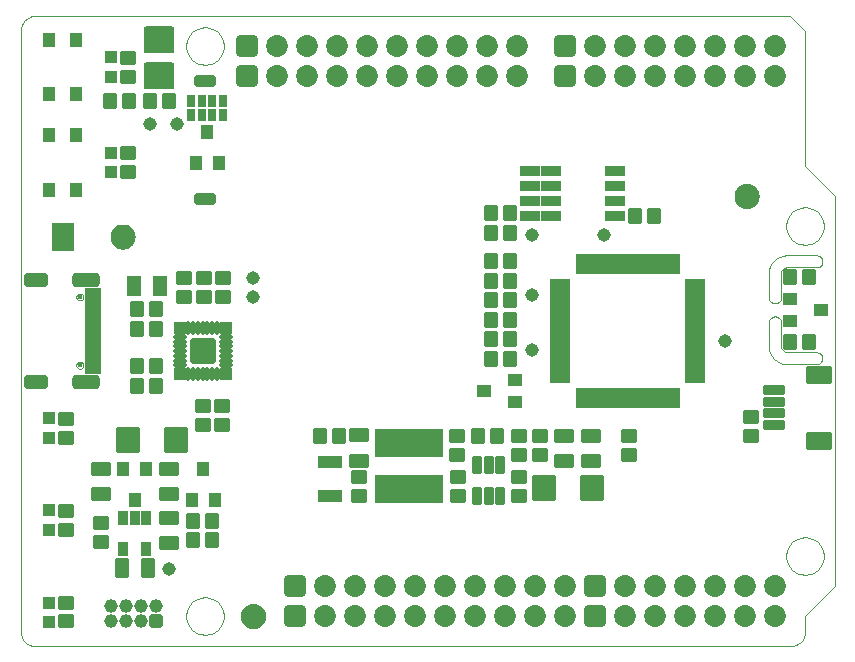
<source format=gbr>
G04 PROTEUS RS274X GERBER FILE*
%FSLAX45Y45*%
%MOMM*%
G01*
%AMPPAD052*
4,1,48,
-0.552000,-0.023800,
-0.552000,0.023800,
-0.550970,0.044920,
-0.547960,0.065350,
-0.543040,0.085000,
-0.527890,0.121580,
-0.506270,0.153910,
-0.478920,0.181270,
-0.446580,0.202890,
-0.410000,0.218040,
-0.390350,0.222960,
-0.369920,0.225970,
-0.348800,0.227000,
0.348800,0.227000,
0.369920,0.225970,
0.390350,0.222960,
0.410000,0.218040,
0.446580,0.202890,
0.478920,0.181270,
0.506270,0.153910,
0.527890,0.121580,
0.543040,0.085000,
0.547960,0.065350,
0.550970,0.044920,
0.552000,0.023800,
0.552000,-0.023800,
0.550970,-0.044920,
0.547960,-0.065350,
0.543040,-0.085000,
0.527890,-0.121580,
0.506270,-0.153910,
0.478920,-0.181270,
0.446580,-0.202890,
0.410000,-0.218040,
0.390350,-0.222960,
0.369920,-0.225970,
0.348800,-0.227000,
-0.348800,-0.227000,
-0.369920,-0.225970,
-0.390350,-0.222960,
-0.410000,-0.218040,
-0.446580,-0.202890,
-0.478920,-0.181270,
-0.506270,-0.153910,
-0.527890,-0.121580,
-0.543040,-0.085000,
-0.547960,-0.065350,
-0.550970,-0.044920,
-0.552000,-0.023800,
0*%
%ADD58PPAD052*%
%AMPPAD053*
4,1,48,
0.023800,-0.552000,
-0.023800,-0.552000,
-0.044920,-0.550970,
-0.065350,-0.547960,
-0.085000,-0.543040,
-0.121580,-0.527890,
-0.153910,-0.506270,
-0.181270,-0.478920,
-0.202890,-0.446580,
-0.218040,-0.410000,
-0.222960,-0.390350,
-0.225970,-0.369920,
-0.227000,-0.348800,
-0.227000,0.348800,
-0.225970,0.369920,
-0.222960,0.390350,
-0.218040,0.410000,
-0.202890,0.446580,
-0.181270,0.478920,
-0.153910,0.506270,
-0.121580,0.527890,
-0.085000,0.543040,
-0.065350,0.547960,
-0.044920,0.550970,
-0.023800,0.552000,
0.023800,0.552000,
0.044920,0.550970,
0.065350,0.547960,
0.085000,0.543040,
0.121580,0.527890,
0.153910,0.506270,
0.181270,0.478920,
0.202890,0.446580,
0.218040,0.410000,
0.222960,0.390350,
0.225970,0.369920,
0.227000,0.348800,
0.227000,-0.348800,
0.225970,-0.369920,
0.222960,-0.390350,
0.218040,-0.410000,
0.202890,-0.446580,
0.181270,-0.478920,
0.153910,-0.506270,
0.121580,-0.527890,
0.085000,-0.543040,
0.065350,-0.547960,
0.044920,-0.550970,
0.023800,-0.552000,
0*%
%ADD59PPAD053*%
%AMPPAD054*
4,1,44,
0.746000,-1.127000,
-0.746000,-1.127000,
-0.785600,-1.125080,
-0.823900,-1.119420,
-0.895940,-1.097610,
-0.960730,-1.062960,
-1.016870,-1.016870,
-1.062960,-0.960730,
-1.097610,-0.895940,
-1.119420,-0.823900,
-1.125080,-0.785600,
-1.127000,-0.746000,
-1.127000,0.746000,
-1.125080,0.785600,
-1.119420,0.823900,
-1.097610,0.895940,
-1.062960,0.960730,
-1.016870,1.016870,
-0.960730,1.062960,
-0.895940,1.097610,
-0.823900,1.119420,
-0.785600,1.125080,
-0.746000,1.127000,
0.746000,1.127000,
0.785600,1.125080,
0.823900,1.119420,
0.895940,1.097610,
0.960730,1.062960,
1.016870,1.016870,
1.062960,0.960730,
1.097610,0.895940,
1.119420,0.823900,
1.125080,0.785600,
1.127000,0.746000,
1.127000,-0.746000,
1.125080,-0.785600,
1.119420,-0.823900,
1.097610,-0.895940,
1.062960,-0.960730,
1.016870,-1.016870,
0.960730,-1.062960,
0.895940,-1.097610,
0.823900,-1.119420,
0.785600,-1.125080,
0.746000,-1.127000,
0*%
%ADD60PPAD054*%
%AMPPAD055*
4,1,36,
0.390000,-0.517000,
-0.390000,-0.517000,
-0.415970,-0.514470,
-0.439980,-0.507200,
-0.461580,-0.495650,
-0.480290,-0.480290,
-0.495650,-0.461570,
-0.507200,-0.439980,
-0.514470,-0.415970,
-0.517000,-0.390000,
-0.517000,0.390000,
-0.514470,0.415970,
-0.507200,0.439980,
-0.495650,0.461570,
-0.480290,0.480290,
-0.461580,0.495650,
-0.439980,0.507200,
-0.415970,0.514470,
-0.390000,0.517000,
0.390000,0.517000,
0.415970,0.514470,
0.439980,0.507200,
0.461580,0.495650,
0.480290,0.480290,
0.495650,0.461570,
0.507200,0.439980,
0.514470,0.415970,
0.517000,0.390000,
0.517000,-0.390000,
0.514470,-0.415970,
0.507200,-0.439980,
0.495650,-0.461570,
0.480290,-0.480290,
0.461580,-0.495650,
0.439980,-0.507200,
0.415970,-0.514470,
0.390000,-0.517000,
0*%
%ADD61PPAD055*%
%AMPPAD056*
4,1,36,
-0.477000,-0.500000,
-0.477000,0.500000,
-0.474470,0.525970,
-0.467200,0.549980,
-0.455650,0.571580,
-0.440290,0.590290,
-0.421570,0.605650,
-0.399980,0.617200,
-0.375970,0.624470,
-0.350000,0.627000,
0.350000,0.627000,
0.375970,0.624470,
0.399980,0.617200,
0.421570,0.605650,
0.440290,0.590290,
0.455650,0.571580,
0.467200,0.549980,
0.474470,0.525970,
0.477000,0.500000,
0.477000,-0.500000,
0.474470,-0.525970,
0.467200,-0.549980,
0.455650,-0.571580,
0.440290,-0.590290,
0.421570,-0.605650,
0.399980,-0.617200,
0.375970,-0.624470,
0.350000,-0.627000,
-0.350000,-0.627000,
-0.375970,-0.624470,
-0.399980,-0.617200,
-0.421570,-0.605650,
-0.440290,-0.590290,
-0.455650,-0.571580,
-0.467200,-0.549980,
-0.474470,-0.525970,
-0.477000,-0.500000,
0*%
%ADD62PPAD056*%
%AMPPAD057*
4,1,36,
0.527000,0.400000,
0.527000,-0.400000,
0.524470,-0.425970,
0.517200,-0.449980,
0.505650,-0.471580,
0.490290,-0.490290,
0.471570,-0.505650,
0.449980,-0.517200,
0.425970,-0.524470,
0.400000,-0.527000,
-0.400000,-0.527000,
-0.425970,-0.524470,
-0.449980,-0.517200,
-0.471570,-0.505650,
-0.490290,-0.490290,
-0.505650,-0.471580,
-0.517200,-0.449980,
-0.524470,-0.425970,
-0.527000,-0.400000,
-0.527000,0.400000,
-0.524470,0.425970,
-0.517200,0.449980,
-0.505650,0.471580,
-0.490290,0.490290,
-0.471570,0.505650,
-0.449980,0.517200,
-0.425970,0.524470,
-0.400000,0.527000,
0.400000,0.527000,
0.425970,0.524470,
0.449980,0.517200,
0.471570,0.505650,
0.490290,0.490290,
0.505650,0.471580,
0.517200,0.449980,
0.524470,0.425970,
0.527000,0.400000,
0*%
%ADD63PPAD057*%
%AMPPAD058*
4,1,36,
0.952000,1.100000,
0.952000,-1.100000,
0.949470,-1.125970,
0.942200,-1.149980,
0.930650,-1.171580,
0.915290,-1.190290,
0.896570,-1.205650,
0.874980,-1.217200,
0.850970,-1.224470,
0.825000,-1.227000,
-0.825000,-1.227000,
-0.850970,-1.224470,
-0.874980,-1.217200,
-0.896570,-1.205650,
-0.915290,-1.190290,
-0.930650,-1.171580,
-0.942200,-1.149980,
-0.949470,-1.125970,
-0.952000,-1.100000,
-0.952000,1.100000,
-0.949470,1.125970,
-0.942200,1.149980,
-0.930650,1.171580,
-0.915290,1.190290,
-0.896570,1.205650,
-0.874980,1.217200,
-0.850970,1.224470,
-0.825000,1.227000,
0.825000,1.227000,
0.850970,1.224470,
0.874980,1.217200,
0.896570,1.205650,
0.915290,1.190290,
0.930650,1.171580,
0.942200,1.149980,
0.949470,1.125970,
0.952000,1.100000,
0*%
%ADD64PPAD058*%
%AMPPAD059*
4,1,36,
-0.652000,-0.450000,
-0.652000,0.450000,
-0.649470,0.475970,
-0.642200,0.499980,
-0.630650,0.521580,
-0.615290,0.540290,
-0.596570,0.555650,
-0.574980,0.567200,
-0.550970,0.574470,
-0.525000,0.577000,
0.525000,0.577000,
0.550970,0.574470,
0.574980,0.567200,
0.596570,0.555650,
0.615290,0.540290,
0.630650,0.521580,
0.642200,0.499980,
0.649470,0.475970,
0.652000,0.450000,
0.652000,-0.450000,
0.649470,-0.475970,
0.642200,-0.499980,
0.630650,-0.521580,
0.615290,-0.540290,
0.596570,-0.555650,
0.574980,-0.567200,
0.550970,-0.574470,
0.525000,-0.577000,
-0.525000,-0.577000,
-0.550970,-0.574470,
-0.574980,-0.567200,
-0.596570,-0.555650,
-0.615290,-0.540290,
-0.630650,-0.521580,
-0.642200,-0.499980,
-0.649470,-0.475970,
-0.652000,-0.450000,
0*%
%ADD65PPAD059*%
%AMPPAD060*
4,1,36,
0.450000,-0.652000,
-0.450000,-0.652000,
-0.475970,-0.649470,
-0.499980,-0.642200,
-0.521580,-0.630650,
-0.540290,-0.615290,
-0.555650,-0.596570,
-0.567200,-0.574980,
-0.574470,-0.550970,
-0.577000,-0.525000,
-0.577000,0.525000,
-0.574470,0.550970,
-0.567200,0.574980,
-0.555650,0.596570,
-0.540290,0.615290,
-0.521580,0.630650,
-0.499980,0.642200,
-0.475970,0.649470,
-0.450000,0.652000,
0.450000,0.652000,
0.475970,0.649470,
0.499980,0.642200,
0.521580,0.630650,
0.540290,0.615290,
0.555650,0.596570,
0.567200,0.574980,
0.574470,0.550970,
0.577000,0.525000,
0.577000,-0.525000,
0.574470,-0.550970,
0.567200,-0.574980,
0.555650,-0.596570,
0.540290,-0.615290,
0.521580,-0.630650,
0.499980,-0.642200,
0.475970,-0.649470,
0.450000,-0.652000,
0*%
%ADD66PPAD060*%
%AMPPAD061*
4,1,36,
-0.825500,-0.444500,
-0.825500,0.444500,
-0.822970,0.470470,
-0.815700,0.494480,
-0.804150,0.516080,
-0.788790,0.534790,
-0.770070,0.550150,
-0.748480,0.561700,
-0.724470,0.568970,
-0.698500,0.571500,
0.698500,0.571500,
0.724470,0.568970,
0.748480,0.561700,
0.770070,0.550150,
0.788790,0.534790,
0.804150,0.516080,
0.815700,0.494480,
0.822970,0.470470,
0.825500,0.444500,
0.825500,-0.444500,
0.822970,-0.470470,
0.815700,-0.494480,
0.804150,-0.516080,
0.788790,-0.534790,
0.770070,-0.550150,
0.748480,-0.561700,
0.724470,-0.568970,
0.698500,-0.571500,
-0.698500,-0.571500,
-0.724470,-0.568970,
-0.748480,-0.561700,
-0.770070,-0.550150,
-0.788790,-0.534790,
-0.804150,-0.516080,
-0.815700,-0.494480,
-0.822970,-0.470470,
-0.825500,-0.444500,
0*%
%ADD67PPAD061*%
%AMPPAD062*
4,1,48,
0.323000,-0.577000,
-0.323000,-0.577000,
-0.349400,-0.575720,
-0.374930,-0.571950,
-0.399490,-0.565800,
-0.445220,-0.546870,
-0.485650,-0.519840,
-0.519840,-0.485640,
-0.546860,-0.445220,
-0.565800,-0.399490,
-0.571950,-0.374930,
-0.575720,-0.349400,
-0.577000,-0.323000,
-0.577000,0.323000,
-0.575720,0.349400,
-0.571950,0.374930,
-0.565800,0.399490,
-0.546860,0.445220,
-0.519840,0.485640,
-0.485650,0.519840,
-0.445220,0.546870,
-0.399490,0.565800,
-0.374930,0.571950,
-0.349400,0.575720,
-0.323000,0.577000,
0.323000,0.577000,
0.349400,0.575720,
0.374930,0.571950,
0.399490,0.565800,
0.445220,0.546870,
0.485650,0.519840,
0.519840,0.485640,
0.546860,0.445220,
0.565800,0.399490,
0.571950,0.374930,
0.575720,0.349400,
0.577000,0.323000,
0.577000,-0.323000,
0.575720,-0.349400,
0.571950,-0.374930,
0.565800,-0.399490,
0.546860,-0.445220,
0.519840,-0.485640,
0.485650,-0.519840,
0.445220,-0.546870,
0.399490,-0.565800,
0.374930,-0.571950,
0.349400,-0.575720,
0.323000,-0.577000,
0*%
%ADD68PPAD062*%
%ADD69C,1.154000*%
%AMPPAD064*
4,1,44,
-0.546000,0.927000,
0.546000,0.927000,
0.585600,0.925080,
0.623900,0.919420,
0.695940,0.897610,
0.760730,0.862960,
0.816870,0.816870,
0.862960,0.760730,
0.897610,0.695940,
0.919420,0.623900,
0.925080,0.585600,
0.927000,0.546000,
0.927000,-0.546000,
0.925080,-0.585600,
0.919420,-0.623900,
0.897610,-0.695940,
0.862960,-0.760730,
0.816870,-0.816870,
0.760730,-0.862960,
0.695940,-0.897610,
0.623900,-0.919420,
0.585600,-0.925080,
0.546000,-0.927000,
-0.546000,-0.927000,
-0.585600,-0.925080,
-0.623900,-0.919420,
-0.695940,-0.897610,
-0.760730,-0.862960,
-0.816870,-0.816870,
-0.862960,-0.760730,
-0.897610,-0.695940,
-0.919420,-0.623900,
-0.925080,-0.585600,
-0.927000,-0.546000,
-0.927000,0.546000,
-0.925080,0.585600,
-0.919420,0.623900,
-0.897610,0.695940,
-0.862960,0.760730,
-0.816870,0.816870,
-0.760730,0.862960,
-0.695940,0.897610,
-0.623900,0.919420,
-0.585600,0.925080,
-0.546000,0.927000,
0*%
%ADD74PPAD064*%
%ADD75C,1.854000*%
%AMPPAD066*
4,1,36,
-0.300000,0.727000,
0.300000,0.727000,
0.325970,0.724470,
0.349980,0.717200,
0.371580,0.705650,
0.390290,0.690290,
0.405650,0.671570,
0.417200,0.649980,
0.424470,0.625970,
0.427000,0.600000,
0.427000,-0.600000,
0.424470,-0.625970,
0.417200,-0.649980,
0.405650,-0.671570,
0.390290,-0.690290,
0.371580,-0.705650,
0.349980,-0.717200,
0.325970,-0.724470,
0.300000,-0.727000,
-0.300000,-0.727000,
-0.325970,-0.724470,
-0.349980,-0.717200,
-0.371580,-0.705650,
-0.390290,-0.690290,
-0.405650,-0.671570,
-0.417200,-0.649980,
-0.424470,-0.625970,
-0.427000,-0.600000,
-0.427000,0.600000,
-0.424470,0.625970,
-0.417200,0.649980,
-0.405650,0.671570,
-0.390290,0.690290,
-0.371580,0.705650,
-0.349980,0.717200,
-0.325970,0.724470,
-0.300000,0.727000,
0*%
%ADD76PPAD066*%
%AMPPAD067*
4,1,36,
2.750000,-1.202000,
-2.750000,-1.202000,
-2.775970,-1.199470,
-2.799980,-1.192200,
-2.821580,-1.180650,
-2.840290,-1.165290,
-2.855650,-1.146570,
-2.867200,-1.124980,
-2.874470,-1.100970,
-2.877000,-1.075000,
-2.877000,1.075000,
-2.874470,1.100970,
-2.867200,1.124980,
-2.855650,1.146570,
-2.840290,1.165290,
-2.821580,1.180650,
-2.799980,1.192200,
-2.775970,1.199470,
-2.750000,1.202000,
2.750000,1.202000,
2.775970,1.199470,
2.799980,1.192200,
2.821580,1.180650,
2.840290,1.165290,
2.855650,1.146570,
2.867200,1.124980,
2.874470,1.100970,
2.877000,1.075000,
2.877000,-1.075000,
2.874470,-1.100970,
2.867200,-1.124980,
2.855650,-1.146570,
2.840290,-1.165290,
2.821580,-1.180650,
2.799980,-1.192200,
2.775970,-1.199470,
2.750000,-1.202000,
0*%
%ADD77PPAD067*%
%AMPPAD068*
4,1,36,
0.275000,-0.877000,
-0.275000,-0.877000,
-0.300970,-0.874470,
-0.324980,-0.867200,
-0.346580,-0.855650,
-0.365290,-0.840290,
-0.380650,-0.821570,
-0.392200,-0.799980,
-0.399470,-0.775970,
-0.402000,-0.750000,
-0.402000,0.750000,
-0.399470,0.775970,
-0.392200,0.799980,
-0.380650,0.821570,
-0.365290,0.840290,
-0.346580,0.855650,
-0.324980,0.867200,
-0.300970,0.874470,
-0.275000,0.877000,
0.275000,0.877000,
0.300970,0.874470,
0.324980,0.867200,
0.346580,0.855650,
0.365290,0.840290,
0.380650,0.821570,
0.392200,0.799980,
0.399470,0.775970,
0.402000,0.750000,
0.402000,-0.750000,
0.399470,-0.775970,
0.392200,-0.799980,
0.380650,-0.821570,
0.365290,-0.840290,
0.346580,-0.855650,
0.324980,-0.867200,
0.300970,-0.874470,
0.275000,-0.877000,
0*%
%ADD78PPAD068*%
%AMPPAD069*
4,1,36,
0.877000,0.275000,
0.877000,-0.275000,
0.874470,-0.300970,
0.867200,-0.324980,
0.855650,-0.346580,
0.840290,-0.365290,
0.821570,-0.380650,
0.799980,-0.392200,
0.775970,-0.399470,
0.750000,-0.402000,
-0.750000,-0.402000,
-0.775970,-0.399470,
-0.799980,-0.392200,
-0.821570,-0.380650,
-0.840290,-0.365290,
-0.855650,-0.346580,
-0.867200,-0.324980,
-0.874470,-0.300970,
-0.877000,-0.275000,
-0.877000,0.275000,
-0.874470,0.300970,
-0.867200,0.324980,
-0.855650,0.346580,
-0.840290,0.365290,
-0.821570,0.380650,
-0.799980,0.392200,
-0.775970,0.399470,
-0.750000,0.402000,
0.750000,0.402000,
0.775970,0.399470,
0.799980,0.392200,
0.821570,0.380650,
0.840290,0.365290,
0.855650,0.346580,
0.867200,0.324980,
0.874470,0.300970,
0.877000,0.275000,
0*%
%ADD79PPAD069*%
%AMPPAD070*
4,1,36,
-0.622300,-0.355600,
-0.622300,0.355600,
-0.619770,0.381570,
-0.612500,0.405580,
-0.600950,0.427180,
-0.585590,0.445890,
-0.566870,0.461250,
-0.545280,0.472800,
-0.521270,0.480070,
-0.495300,0.482600,
0.495300,0.482600,
0.521270,0.480070,
0.545280,0.472800,
0.566870,0.461250,
0.585590,0.445890,
0.600950,0.427180,
0.612500,0.405580,
0.619770,0.381570,
0.622300,0.355600,
0.622300,-0.355600,
0.619770,-0.381570,
0.612500,-0.405580,
0.600950,-0.427180,
0.585590,-0.445890,
0.566870,-0.461250,
0.545280,-0.472800,
0.521270,-0.480070,
0.495300,-0.482600,
-0.495300,-0.482600,
-0.521270,-0.480070,
-0.545280,-0.472800,
-0.566870,-0.461250,
-0.585590,-0.445890,
-0.600950,-0.427180,
-0.612500,-0.405580,
-0.619770,-0.381570,
-0.622300,-0.355600,
0*%
%ADD80PPAD070*%
%ADD81C,1.143000*%
%ADD82C,1.254000*%
%AMPPAD073*
4,1,36,
0.330000,-0.627000,
-0.330000,-0.627000,
-0.355970,-0.624470,
-0.379980,-0.617200,
-0.401580,-0.605650,
-0.420290,-0.590290,
-0.435650,-0.571570,
-0.447200,-0.549980,
-0.454470,-0.525970,
-0.457000,-0.500000,
-0.457000,0.500000,
-0.454470,0.525970,
-0.447200,0.549980,
-0.435650,0.571570,
-0.420290,0.590290,
-0.401580,0.605650,
-0.379980,0.617200,
-0.355970,0.624470,
-0.330000,0.627000,
0.330000,0.627000,
0.355970,0.624470,
0.379980,0.617200,
0.401580,0.605650,
0.420290,0.590290,
0.435650,0.571570,
0.447200,0.549980,
0.454470,0.525970,
0.457000,0.500000,
0.457000,-0.500000,
0.454470,-0.525970,
0.447200,-0.549980,
0.435650,-0.571570,
0.420290,-0.590290,
0.401580,-0.605650,
0.379980,-0.617200,
0.355970,-0.624470,
0.330000,-0.627000,
0*%
%ADD83PPAD073*%
%AMPPAD074*
4,1,36,
-0.355600,0.622300,
0.355600,0.622300,
0.381570,0.619770,
0.405580,0.612500,
0.427180,0.600950,
0.445890,0.585590,
0.461250,0.566870,
0.472800,0.545280,
0.480070,0.521270,
0.482600,0.495300,
0.482600,-0.495300,
0.480070,-0.521270,
0.472800,-0.545280,
0.461250,-0.566870,
0.445890,-0.585590,
0.427180,-0.600950,
0.405580,-0.612500,
0.381570,-0.619770,
0.355600,-0.622300,
-0.355600,-0.622300,
-0.381570,-0.619770,
-0.405580,-0.612500,
-0.427180,-0.600950,
-0.445890,-0.585590,
-0.461250,-0.566870,
-0.472800,-0.545280,
-0.480070,-0.521270,
-0.482600,-0.495300,
-0.482600,0.495300,
-0.480070,0.521270,
-0.472800,0.545280,
-0.461250,0.566870,
-0.445890,0.585590,
-0.427180,0.600950,
-0.405580,0.612500,
-0.381570,0.619770,
-0.355600,0.622300,
0*%
%ADD84PPAD074*%
%AMPPAD075*
4,1,36,
0.444500,-0.825500,
-0.444500,-0.825500,
-0.470470,-0.822970,
-0.494480,-0.815700,
-0.516080,-0.804150,
-0.534790,-0.788790,
-0.550150,-0.770070,
-0.561700,-0.748480,
-0.568970,-0.724470,
-0.571500,-0.698500,
-0.571500,0.698500,
-0.568970,0.724470,
-0.561700,0.748480,
-0.550150,0.770070,
-0.534790,0.788790,
-0.516080,0.804150,
-0.494480,0.815700,
-0.470470,0.822970,
-0.444500,0.825500,
0.444500,0.825500,
0.470470,0.822970,
0.494480,0.815700,
0.516080,0.804150,
0.534790,0.788790,
0.550150,0.770070,
0.561700,0.748480,
0.568970,0.724470,
0.571500,0.698500,
0.571500,-0.698500,
0.568970,-0.724470,
0.561700,-0.748480,
0.550150,-0.770070,
0.534790,-0.788790,
0.516080,-0.804150,
0.494480,-0.815700,
0.470470,-0.822970,
0.444500,-0.825500,
0*%
%ADD85PPAD075*%
%AMPPAD076*
4,1,36,
0.863600,0.317500,
0.863600,-0.317500,
0.861070,-0.343470,
0.853800,-0.367480,
0.842250,-0.389080,
0.826890,-0.407790,
0.808170,-0.423150,
0.786580,-0.434700,
0.762570,-0.441970,
0.736600,-0.444500,
-0.736600,-0.444500,
-0.762570,-0.441970,
-0.786580,-0.434700,
-0.808170,-0.423150,
-0.826890,-0.407790,
-0.842250,-0.389080,
-0.853800,-0.367480,
-0.861070,-0.343470,
-0.863600,-0.317500,
-0.863600,0.317500,
-0.861070,0.343470,
-0.853800,0.367480,
-0.842250,0.389080,
-0.826890,0.407790,
-0.808170,0.423150,
-0.786580,0.434700,
-0.762570,0.441970,
-0.736600,0.444500,
0.736600,0.444500,
0.762570,0.441970,
0.786580,0.434700,
0.808170,0.423150,
0.826890,0.407790,
0.842250,0.389080,
0.853800,0.367480,
0.861070,0.343470,
0.863600,0.317500,
0*%
%ADD86PPAD076*%
%AMPPAD077*
4,1,36,
0.250000,-0.527000,
-0.250000,-0.527000,
-0.275970,-0.524470,
-0.299980,-0.517200,
-0.321580,-0.505650,
-0.340290,-0.490290,
-0.355650,-0.471570,
-0.367200,-0.449980,
-0.374470,-0.425970,
-0.377000,-0.400000,
-0.377000,0.400000,
-0.374470,0.425970,
-0.367200,0.449980,
-0.355650,0.471570,
-0.340290,0.490290,
-0.321580,0.505650,
-0.299980,0.517200,
-0.275970,0.524470,
-0.250000,0.527000,
0.250000,0.527000,
0.275970,0.524470,
0.299980,0.517200,
0.321580,0.505650,
0.340290,0.490290,
0.355650,0.471570,
0.367200,0.449980,
0.374470,0.425970,
0.377000,0.400000,
0.377000,-0.400000,
0.374470,-0.425970,
0.367200,-0.449980,
0.355650,-0.471570,
0.340290,-0.490290,
0.321580,-0.505650,
0.299980,-0.517200,
0.275970,-0.524470,
0.250000,-0.527000,
0*%
%ADD87PPAD077*%
%AMPPAD078*
4,1,8,
0.927100,0.296440,
0.927100,-0.296440,
0.690140,-0.533400,
-0.690140,-0.533400,
-0.927100,-0.296440,
-0.927100,0.296440,
-0.690140,0.533400,
0.690140,0.533400,
0.927100,0.296440,
0*%
%ADD88PPAD078*%
%AMPPAD079*
4,1,36,
-1.270000,-1.016000,
-1.270000,1.016000,
-1.267470,1.041970,
-1.260200,1.065980,
-1.248650,1.087580,
-1.233290,1.106290,
-1.214570,1.121650,
-1.192980,1.133200,
-1.168970,1.140470,
-1.143000,1.143000,
1.143000,1.143000,
1.168970,1.140470,
1.192980,1.133200,
1.214570,1.121650,
1.233290,1.106290,
1.248650,1.087580,
1.260200,1.065980,
1.267470,1.041970,
1.270000,1.016000,
1.270000,-1.016000,
1.267470,-1.041970,
1.260200,-1.065980,
1.248650,-1.087580,
1.233290,-1.106290,
1.214570,-1.121650,
1.192980,-1.133200,
1.168970,-1.140470,
1.143000,-1.143000,
-1.143000,-1.143000,
-1.168970,-1.140470,
-1.192980,-1.133200,
-1.214570,-1.121650,
-1.233290,-1.106290,
-1.248650,-1.087580,
-1.260200,-1.065980,
-1.267470,-1.041970,
-1.270000,-1.016000,
0*%
%ADD89PPAD079*%
%AMPPAD080*
4,1,36,
0.277000,0.375000,
0.277000,-0.375000,
0.274470,-0.400970,
0.267200,-0.424980,
0.255650,-0.446580,
0.240290,-0.465290,
0.221570,-0.480650,
0.199980,-0.492200,
0.175970,-0.499470,
0.150000,-0.502000,
-0.150000,-0.502000,
-0.175970,-0.499470,
-0.199980,-0.492200,
-0.221570,-0.480650,
-0.240290,-0.465290,
-0.255650,-0.446580,
-0.267200,-0.424980,
-0.274470,-0.400970,
-0.277000,-0.375000,
-0.277000,0.375000,
-0.274470,0.400970,
-0.267200,0.424980,
-0.255650,0.446580,
-0.240290,0.465290,
-0.221570,0.480650,
-0.199980,0.492200,
-0.175970,0.499470,
-0.150000,0.502000,
0.150000,0.502000,
0.175970,0.499470,
0.199980,0.492200,
0.221570,0.480650,
0.240290,0.465290,
0.255650,0.446580,
0.267200,0.424980,
0.274470,0.400970,
0.277000,0.375000,
0*%
%ADD90PPAD080*%
%ADD91C,0.404000*%
%AMPPAD082*
4,1,36,
1.177000,0.195200,
1.177000,-0.195200,
1.168410,-0.283490,
1.143690,-0.365130,
1.104420,-0.438560,
1.052180,-0.502180,
0.988560,-0.554420,
0.915130,-0.593690,
0.833490,-0.618410,
0.745200,-0.627000,
-0.745200,-0.627000,
-0.833490,-0.618410,
-0.915130,-0.593690,
-0.988560,-0.554420,
-1.052180,-0.502180,
-1.104420,-0.438560,
-1.143690,-0.365130,
-1.168410,-0.283490,
-1.177000,-0.195200,
-1.177000,0.195200,
-1.168410,0.283490,
-1.143690,0.365130,
-1.104420,0.438560,
-1.052180,0.502180,
-0.988560,0.554420,
-0.915130,0.593690,
-0.833490,0.618410,
-0.745200,0.627000,
0.745200,0.627000,
0.833490,0.618410,
0.915130,0.593690,
0.988560,0.554420,
1.052180,0.502180,
1.104420,0.438560,
1.143690,0.365130,
1.168410,0.283490,
1.177000,0.195200,
0*%
%ADD92PPAD082*%
%AMPPAD083*
4,1,36,
1.027000,0.195200,
1.027000,-0.195200,
1.018410,-0.283490,
0.993690,-0.365130,
0.954420,-0.438560,
0.902180,-0.502180,
0.838560,-0.554420,
0.765130,-0.593690,
0.683490,-0.618410,
0.595200,-0.627000,
-0.595200,-0.627000,
-0.683490,-0.618410,
-0.765130,-0.593690,
-0.838560,-0.554420,
-0.902180,-0.502180,
-0.954420,-0.438560,
-0.993690,-0.365130,
-1.018410,-0.283490,
-1.027000,-0.195200,
-1.027000,0.195200,
-1.018410,0.283490,
-0.993690,0.365130,
-0.954420,0.438560,
-0.902180,0.502180,
-0.838560,0.554420,
-0.765130,0.593690,
-0.683490,0.618410,
-0.595200,0.627000,
0.595200,0.627000,
0.683490,0.618410,
0.765130,0.593690,
0.838560,0.554420,
0.902180,0.502180,
0.954420,0.438560,
0.993690,0.365130,
1.018410,0.283490,
1.027000,0.195200,
0*%
%ADD93PPAD083*%
%AMPPAD084*
4,1,36,
0.702000,0.300000,
0.702000,-0.300000,
0.699470,-0.325970,
0.692200,-0.349980,
0.680650,-0.371580,
0.665290,-0.390290,
0.646570,-0.405650,
0.624980,-0.417200,
0.600970,-0.424470,
0.575000,-0.427000,
-0.575000,-0.427000,
-0.600970,-0.424470,
-0.624980,-0.417200,
-0.646570,-0.405650,
-0.665290,-0.390290,
-0.680650,-0.371580,
-0.692200,-0.349980,
-0.699470,-0.325970,
-0.702000,-0.300000,
-0.702000,0.300000,
-0.699470,0.325970,
-0.692200,0.349980,
-0.680650,0.371580,
-0.665290,0.390290,
-0.646570,0.405650,
-0.624980,0.417200,
-0.600970,0.424470,
-0.575000,0.427000,
0.575000,0.427000,
0.600970,0.424470,
0.624980,0.417200,
0.646570,0.405650,
0.665290,0.390290,
0.680650,0.371580,
0.692200,0.349980,
0.699470,0.325970,
0.702000,0.300000,
0*%
%ADD94PPAD084*%
%AMPPAD085*
4,1,36,
0.702000,0.150000,
0.702000,-0.150000,
0.699470,-0.175970,
0.692200,-0.199980,
0.680650,-0.221580,
0.665290,-0.240290,
0.646570,-0.255650,
0.624980,-0.267200,
0.600970,-0.274470,
0.575000,-0.277000,
-0.575000,-0.277000,
-0.600970,-0.274470,
-0.624980,-0.267200,
-0.646570,-0.255650,
-0.665290,-0.240290,
-0.680650,-0.221580,
-0.692200,-0.199980,
-0.699470,-0.175970,
-0.702000,-0.150000,
-0.702000,0.150000,
-0.699470,0.175970,
-0.692200,0.199980,
-0.680650,0.221580,
-0.665290,0.240290,
-0.646570,0.255650,
-0.624980,0.267200,
-0.600970,0.274470,
-0.575000,0.277000,
0.575000,0.277000,
0.600970,0.274470,
0.624980,0.267200,
0.646570,0.255650,
0.665290,0.240290,
0.680650,0.221580,
0.692200,0.199980,
0.699470,0.175970,
0.702000,0.150000,
0*%
%ADD95PPAD085*%
%AMPPAD086*
4,1,36,
0.500000,-0.877000,
-0.500000,-0.877000,
-0.525970,-0.874470,
-0.549980,-0.867200,
-0.571580,-0.855650,
-0.590290,-0.840290,
-0.605650,-0.821570,
-0.617200,-0.799980,
-0.624470,-0.775970,
-0.627000,-0.750000,
-0.627000,0.750000,
-0.624470,0.775970,
-0.617200,0.799980,
-0.605650,0.821570,
-0.590290,0.840290,
-0.571580,0.855650,
-0.549980,0.867200,
-0.525970,0.874470,
-0.500000,0.877000,
0.500000,0.877000,
0.525970,0.874470,
0.549980,0.867200,
0.571580,0.855650,
0.590290,0.840290,
0.605650,0.821570,
0.617200,0.799980,
0.624470,0.775970,
0.627000,0.750000,
0.627000,-0.750000,
0.624470,-0.775970,
0.617200,-0.799980,
0.605650,-0.821570,
0.590290,-0.840290,
0.571580,-0.855650,
0.549980,-0.867200,
0.525970,-0.874470,
0.500000,-0.877000,
0*%
%ADD96PPAD086*%
%AMPPAD087*
4,1,36,
-1.127000,-0.600000,
-1.127000,0.600000,
-1.124470,0.625970,
-1.117200,0.649980,
-1.105650,0.671580,
-1.090290,0.690290,
-1.071570,0.705650,
-1.049980,0.717200,
-1.025970,0.724470,
-1.000000,0.727000,
1.000000,0.727000,
1.025970,0.724470,
1.049980,0.717200,
1.071570,0.705650,
1.090290,0.690290,
1.105650,0.671580,
1.117200,0.649980,
1.124470,0.625970,
1.127000,0.600000,
1.127000,-0.600000,
1.124470,-0.625970,
1.117200,-0.649980,
1.105650,-0.671580,
1.090290,-0.690290,
1.071570,-0.705650,
1.049980,-0.717200,
1.025970,-0.724470,
1.000000,-0.727000,
-1.000000,-0.727000,
-1.025970,-0.724470,
-1.049980,-0.717200,
-1.071570,-0.705650,
-1.090290,-0.690290,
-1.105650,-0.671580,
-1.117200,-0.649980,
-1.124470,-0.625970,
-1.127000,-0.600000,
0*%
%ADD97PPAD087*%
%AMPPAD088*
4,1,36,
-0.902000,-0.300000,
-0.902000,0.300000,
-0.899470,0.325970,
-0.892200,0.349980,
-0.880650,0.371580,
-0.865290,0.390290,
-0.846570,0.405650,
-0.824980,0.417200,
-0.800970,0.424470,
-0.775000,0.427000,
0.775000,0.427000,
0.800970,0.424470,
0.824980,0.417200,
0.846570,0.405650,
0.865290,0.390290,
0.880650,0.371580,
0.892200,0.349980,
0.899470,0.325970,
0.902000,0.300000,
0.902000,-0.300000,
0.899470,-0.325970,
0.892200,-0.349980,
0.880650,-0.371580,
0.865290,-0.390290,
0.846570,-0.405650,
0.824980,-0.417200,
0.800970,-0.424470,
0.775000,-0.427000,
-0.775000,-0.427000,
-0.800970,-0.424470,
-0.824980,-0.417200,
-0.846570,-0.405650,
-0.865290,-0.390290,
-0.880650,-0.371580,
-0.892200,-0.349980,
-0.899470,-0.325970,
-0.902000,-0.300000,
0*%
%ADD98PPAD088*%
%AMPPAD089*
4,1,36,
0.900000,-1.077000,
-0.900000,-1.077000,
-0.925970,-1.074470,
-0.949980,-1.067200,
-0.971580,-1.055650,
-0.990290,-1.040290,
-1.005650,-1.021570,
-1.017200,-0.999980,
-1.024470,-0.975970,
-1.027000,-0.950000,
-1.027000,0.950000,
-1.024470,0.975970,
-1.017200,0.999980,
-1.005650,1.021570,
-0.990290,1.040290,
-0.971580,1.055650,
-0.949980,1.067200,
-0.925970,1.074470,
-0.900000,1.077000,
0.900000,1.077000,
0.925970,1.074470,
0.949980,1.067200,
0.971580,1.055650,
0.990290,1.040290,
1.005650,1.021570,
1.017200,0.999980,
1.024470,0.975970,
1.027000,0.950000,
1.027000,-0.950000,
1.024470,-0.975970,
1.017200,-0.999980,
1.005650,-1.021570,
0.990290,-1.040290,
0.971580,-1.055650,
0.949980,-1.067200,
0.925970,-1.074470,
0.900000,-1.077000,
0*%
%ADD99PPAD089*%
%ADD54C,0.025400*%
%ADD55C,0.031750*%
D58*
X+1736200Y+2377250D03*
X+1736200Y+2417250D03*
X+1736200Y+2457250D03*
X+1736200Y+2497250D03*
X+1736200Y+2537250D03*
X+1736200Y+2577250D03*
X+1736200Y+2617250D03*
D59*
X+1661200Y+2692250D03*
X+1621200Y+2692250D03*
X+1581200Y+2692250D03*
X+1541200Y+2692250D03*
X+1501200Y+2692250D03*
X+1461200Y+2692250D03*
X+1421200Y+2692250D03*
D58*
X+1346200Y+2617250D03*
X+1346200Y+2577250D03*
X+1346200Y+2537250D03*
X+1346200Y+2497250D03*
X+1346200Y+2457250D03*
X+1346200Y+2417250D03*
X+1346200Y+2377250D03*
D59*
X+1421200Y+2302250D03*
X+1461200Y+2302250D03*
X+1501200Y+2302250D03*
X+1541200Y+2302250D03*
X+1581200Y+2302250D03*
X+1621200Y+2302250D03*
X+1661200Y+2302250D03*
D60*
X+1541200Y+2497250D03*
D61*
X+1736200Y+2302250D03*
X+1736200Y+2692250D03*
X+1346200Y+2692250D03*
X+1346200Y+2302250D03*
D62*
X+466300Y+3864350D03*
X+466300Y+4324350D03*
X+241300Y+4324350D03*
X+241300Y+3864350D03*
X+466300Y+4670800D03*
X+466300Y+5130800D03*
X+241300Y+5130800D03*
X+241300Y+4670800D03*
D63*
X+762000Y+4984750D03*
X+762000Y+4819750D03*
X+241300Y+368200D03*
X+241300Y+203200D03*
D64*
X+355600Y+3467100D03*
D65*
X+387350Y+984350D03*
X+387350Y+1144350D03*
X+387350Y+368200D03*
X+387350Y+208200D03*
D63*
X+241300Y+1149350D03*
X+241300Y+984350D03*
D66*
X+1149350Y+2686800D03*
X+989350Y+2686800D03*
D65*
X+1552000Y+3117700D03*
X+1552000Y+2957700D03*
X+387350Y+1765400D03*
X+387350Y+1925400D03*
X+908050Y+4011950D03*
X+908050Y+4171950D03*
D63*
X+762000Y+4013200D03*
X+762000Y+4178200D03*
D66*
X+1149350Y+2204200D03*
X+989350Y+2204200D03*
D65*
X+1541200Y+2035550D03*
X+1541200Y+1875550D03*
X+1706300Y+1875550D03*
X+1706300Y+2035550D03*
D66*
X+4140200Y+3663950D03*
X+3980200Y+3663950D03*
D67*
X+1256030Y+1286610D03*
X+1256030Y+1499970D03*
D68*
X+1149350Y+208200D03*
D69*
X+1149350Y+335200D03*
X+1022350Y+208200D03*
X+1022350Y+335200D03*
X+895350Y+208200D03*
X+895350Y+335200D03*
X+768350Y+208200D03*
X+768350Y+335200D03*
D65*
X+1717100Y+2957700D03*
X+1717100Y+3117700D03*
D74*
X+4864100Y+254000D03*
D75*
X+5118100Y+254000D03*
X+5372100Y+254000D03*
X+5626100Y+254000D03*
X+5880100Y+254000D03*
X+6134100Y+254000D03*
X+6388100Y+254000D03*
D74*
X+2324100Y+254000D03*
D75*
X+2578100Y+254000D03*
X+2832100Y+254000D03*
X+3086100Y+254000D03*
X+3340100Y+254000D03*
X+3594100Y+254000D03*
X+3848100Y+254000D03*
X+4102100Y+254000D03*
X+4356100Y+254000D03*
X+4610100Y+254000D03*
D74*
X+1917700Y+5080000D03*
D75*
X+2171700Y+5080000D03*
X+2425700Y+5080000D03*
X+2679700Y+5080000D03*
X+2933700Y+5080000D03*
X+3187700Y+5080000D03*
X+3441700Y+5080000D03*
X+3695700Y+5080000D03*
X+3949700Y+5080000D03*
X+4203700Y+5080000D03*
D74*
X+4610100Y+5080000D03*
D75*
X+4864100Y+5080000D03*
X+5118100Y+5080000D03*
X+5372100Y+5080000D03*
X+5626100Y+5080000D03*
X+5880100Y+5080000D03*
X+6134100Y+5080000D03*
X+6388100Y+5080000D03*
D76*
X+3867650Y+1270000D03*
X+3962650Y+1270000D03*
X+4057650Y+1270000D03*
X+4057650Y+1530000D03*
X+3962650Y+1530000D03*
X+3867650Y+1530000D03*
D77*
X+3289300Y+1333500D03*
X+3289300Y+1718500D03*
D78*
X+5541650Y+3236999D03*
X+5461650Y+3236999D03*
X+5381650Y+3236999D03*
X+5301650Y+3236999D03*
X+5221650Y+3236999D03*
X+5141650Y+3236999D03*
X+5061650Y+3236999D03*
X+4981650Y+3236999D03*
X+4901650Y+3236999D03*
X+4821650Y+3236999D03*
X+4741650Y+3236999D03*
D79*
X+4571650Y+3066999D03*
X+4571650Y+2986999D03*
X+4571650Y+2906999D03*
X+4571650Y+2826999D03*
X+4571650Y+2746999D03*
X+4571650Y+2666999D03*
X+4571650Y+2586999D03*
X+4571650Y+2506999D03*
X+4571650Y+2426999D03*
X+4571650Y+2346999D03*
X+4571650Y+2266999D03*
D78*
X+4741650Y+2096999D03*
X+4821650Y+2096999D03*
X+4901650Y+2096999D03*
X+4981650Y+2096999D03*
X+5061650Y+2096999D03*
X+5141650Y+2096999D03*
X+5221650Y+2096999D03*
X+5301650Y+2096999D03*
X+5381650Y+2096999D03*
X+5461650Y+2096999D03*
X+5541650Y+2096999D03*
D79*
X+5711650Y+2266999D03*
X+5711650Y+2346999D03*
X+5711650Y+2426999D03*
X+5711650Y+2506999D03*
X+5711650Y+2586999D03*
X+5711650Y+2666999D03*
X+5711650Y+2746999D03*
X+5711650Y+2826999D03*
X+5711650Y+2906999D03*
X+5711650Y+2986999D03*
X+5711650Y+3066999D03*
D65*
X+4222750Y+1270000D03*
X+4222750Y+1430000D03*
D67*
X+4826000Y+1564640D03*
X+4826000Y+1778000D03*
D65*
X+3702050Y+1270000D03*
X+3702050Y+1430000D03*
D67*
X+4603750Y+1564640D03*
X+4603750Y+1778000D03*
D65*
X+4220150Y+1618750D03*
X+4220150Y+1778750D03*
D66*
X+3877250Y+1778750D03*
X+4037250Y+1778750D03*
D65*
X+4397950Y+1778750D03*
X+4397950Y+1618750D03*
X+3699450Y+1778750D03*
X+3699450Y+1618750D03*
D66*
X+1460500Y+895450D03*
X+1620500Y+895450D03*
D65*
X+908050Y+4818400D03*
X+908050Y+4978400D03*
D66*
X+3980200Y+3092450D03*
X+4140200Y+3092450D03*
X+3980200Y+3257550D03*
X+4140200Y+3257550D03*
X+3980200Y+2927350D03*
X+4140200Y+2927350D03*
X+6518100Y+3124199D03*
X+6678100Y+3124199D03*
D80*
X+6518100Y+2940049D03*
X+6518100Y+2749549D03*
X+6779720Y+2846069D03*
D66*
X+5201900Y+3644900D03*
X+5361900Y+3644900D03*
D65*
X+5153600Y+1778750D03*
X+5153600Y+1618750D03*
D66*
X+6518100Y+2571749D03*
X+6678100Y+2571749D03*
X+3980200Y+2432050D03*
X+4140200Y+2432050D03*
D80*
X+4189575Y+2063750D03*
X+4189575Y+2254250D03*
X+3927955Y+2157730D03*
D63*
X+241300Y+1930400D03*
X+241300Y+1765400D03*
D81*
X+4937200Y+3478299D03*
X+5965650Y+2586999D03*
X+1257300Y+654050D03*
D82*
X+863600Y+3467100D03*
X+1968500Y+254000D03*
X+6146800Y+3810000D03*
D65*
X+2863850Y+1430000D03*
X+2863850Y+1270000D03*
D66*
X+2692400Y+1778000D03*
X+2532400Y+1778000D03*
D74*
X+2324100Y+508000D03*
D75*
X+2578100Y+508000D03*
X+2832100Y+508000D03*
X+3086100Y+508000D03*
X+3340100Y+508000D03*
X+3594100Y+508000D03*
X+3848100Y+508000D03*
X+4102100Y+508000D03*
X+4356100Y+508000D03*
X+4610100Y+508000D03*
D74*
X+4864100Y+508000D03*
D75*
X+5118100Y+508000D03*
X+5372100Y+508000D03*
X+5626100Y+508000D03*
X+5880100Y+508000D03*
X+6134100Y+508000D03*
X+6388100Y+508000D03*
D74*
X+4610100Y+4826000D03*
D75*
X+4864100Y+4826000D03*
X+5118100Y+4826000D03*
X+5372100Y+4826000D03*
X+5626100Y+4826000D03*
X+5880100Y+4826000D03*
X+6134100Y+4826000D03*
X+6388100Y+4826000D03*
D74*
X+1917700Y+4826000D03*
D75*
X+2171700Y+4826000D03*
X+2425700Y+4826000D03*
X+2679700Y+4826000D03*
X+2933700Y+4826000D03*
X+3187700Y+4826000D03*
X+3441700Y+4826000D03*
X+3695700Y+4826000D03*
X+3949700Y+4826000D03*
X+4203700Y+4826000D03*
D83*
X+1060200Y+1085950D03*
X+965200Y+1085950D03*
X+870200Y+1085950D03*
X+870200Y+825950D03*
X+1060200Y+825950D03*
D84*
X+1059180Y+1499970D03*
X+868680Y+1499970D03*
X+965200Y+1238350D03*
D67*
X+678180Y+1499970D03*
X+678180Y+1286610D03*
D65*
X+679200Y+881500D03*
X+679200Y+1041500D03*
D85*
X+1075690Y+657960D03*
X+862330Y+657960D03*
D67*
X+1257050Y+1085950D03*
X+1257050Y+872590D03*
D81*
X+1971100Y+2957700D03*
D86*
X+5030700Y+3644900D03*
X+5030700Y+3771900D03*
X+5030700Y+3898900D03*
X+5030700Y+4025900D03*
X+4490700Y+4025900D03*
X+4313150Y+4025900D03*
X+4313150Y+3898900D03*
X+4490700Y+3898900D03*
X+4313150Y+3771900D03*
X+4490700Y+3771900D03*
X+4313150Y+3644900D03*
X+4490700Y+3644900D03*
D87*
X+1714500Y+4616450D03*
X+1624500Y+4616450D03*
X+1534500Y+4616450D03*
X+1444500Y+4616450D03*
X+1444500Y+4496450D03*
X+1534500Y+4496450D03*
X+1624500Y+4496450D03*
X+1714500Y+4496450D03*
D88*
X+1562100Y+3787900D03*
X+1562100Y+4787900D03*
D66*
X+760750Y+4616450D03*
X+920750Y+4616450D03*
D89*
X+1171150Y+4830800D03*
X+1171150Y+5130800D03*
D66*
X+1253700Y+4616450D03*
X+1093700Y+4616450D03*
D81*
X+1320800Y+4419600D03*
X+1092200Y+4419600D03*
D66*
X+1460500Y+1060550D03*
X+1620500Y+1060550D03*
D90*
X+2692400Y+1560600D03*
X+2642400Y+1560600D03*
X+2592400Y+1560600D03*
X+2542400Y+1560600D03*
X+2542400Y+1270000D03*
X+2592400Y+1270000D03*
X+2642400Y+1270000D03*
X+2692400Y+1270000D03*
D67*
X+2863850Y+1784350D03*
X+2863850Y+1570990D03*
D91*
X+502100Y+2377600D03*
X+502100Y+2955600D03*
D92*
X+552100Y+2234600D03*
X+552100Y+3098600D03*
D93*
X+134100Y+2234600D03*
X+134100Y+3098600D03*
D94*
X+609600Y+2986600D03*
X+609600Y+2906600D03*
D95*
X+609600Y+2791600D03*
X+609600Y+2691600D03*
X+609600Y+2641600D03*
X+609600Y+2541600D03*
D94*
X+609600Y+2346600D03*
X+609600Y+2426600D03*
D95*
X+609600Y+2491600D03*
X+609600Y+2591600D03*
X+609600Y+2741600D03*
X+609600Y+2841600D03*
D96*
X+1179850Y+3048750D03*
X+959850Y+3048750D03*
D66*
X+1149350Y+2371840D03*
X+989350Y+2371840D03*
X+1149350Y+2851900D03*
X+989350Y+2851900D03*
X+3980200Y+2762250D03*
X+4140200Y+2762250D03*
D84*
X+1454150Y+1238350D03*
X+1644650Y+1238350D03*
X+1548130Y+1499970D03*
D66*
X+4140200Y+2597150D03*
X+3980200Y+2597150D03*
D84*
X+1487170Y+4088780D03*
X+1677670Y+4088780D03*
X+1581150Y+4350400D03*
D97*
X+6757670Y+1739280D03*
X+6757670Y+2299280D03*
D98*
X+6380170Y+1869280D03*
X+6380170Y+1969280D03*
X+6380170Y+2069280D03*
X+6380170Y+2169280D03*
D65*
X+6188650Y+1938750D03*
X+6188650Y+1778750D03*
D66*
X+3980200Y+3498850D03*
X+4140200Y+3498850D03*
D99*
X+4842450Y+1339850D03*
X+4432450Y+1339850D03*
D65*
X+1386900Y+2957700D03*
X+1386900Y+3117700D03*
D99*
X+909530Y+1741270D03*
X+1319530Y+1741270D03*
D81*
X+4330350Y+3478549D03*
X+4330350Y+2506999D03*
X+4330350Y+2970549D03*
X+1971100Y+3117700D03*
D54*
X+6800850Y+762000D02*
X+6800320Y+774958D01*
X+6796016Y+800876D01*
X+6787025Y+826794D01*
X+6772380Y+852712D01*
X+6749976Y+878466D01*
X+6724058Y+897958D01*
X+6698140Y+910530D01*
X+6672222Y+917866D01*
X+6646304Y+920694D01*
X+6642100Y+920750D01*
X+6483350Y+762000D02*
X+6483880Y+774958D01*
X+6488184Y+800876D01*
X+6497175Y+826794D01*
X+6511820Y+852712D01*
X+6534224Y+878466D01*
X+6560142Y+897958D01*
X+6586060Y+910530D01*
X+6611978Y+917866D01*
X+6637896Y+920694D01*
X+6642100Y+920750D01*
X+6483350Y+762000D02*
X+6483880Y+749042D01*
X+6488184Y+723124D01*
X+6497175Y+697206D01*
X+6511820Y+671288D01*
X+6534224Y+645534D01*
X+6560142Y+626042D01*
X+6586060Y+613470D01*
X+6611978Y+606134D01*
X+6637896Y+603306D01*
X+6642100Y+603250D01*
X+6800850Y+762000D02*
X+6800320Y+749042D01*
X+6796016Y+723124D01*
X+6787025Y+697206D01*
X+6772380Y+671288D01*
X+6749976Y+645534D01*
X+6724058Y+626042D01*
X+6698140Y+613470D01*
X+6672222Y+606134D01*
X+6646304Y+603306D01*
X+6642100Y+603250D01*
X+6800850Y+3556000D02*
X+6800320Y+3568958D01*
X+6796016Y+3594876D01*
X+6787025Y+3620794D01*
X+6772380Y+3646712D01*
X+6749976Y+3672466D01*
X+6724058Y+3691958D01*
X+6698140Y+3704530D01*
X+6672222Y+3711866D01*
X+6646304Y+3714694D01*
X+6642100Y+3714750D01*
X+6483350Y+3556000D02*
X+6483880Y+3568958D01*
X+6488184Y+3594876D01*
X+6497175Y+3620794D01*
X+6511820Y+3646712D01*
X+6534224Y+3672466D01*
X+6560142Y+3691958D01*
X+6586060Y+3704530D01*
X+6611978Y+3711866D01*
X+6637896Y+3714694D01*
X+6642100Y+3714750D01*
X+6483350Y+3556000D02*
X+6483880Y+3543042D01*
X+6488184Y+3517124D01*
X+6497175Y+3491206D01*
X+6511820Y+3465288D01*
X+6534224Y+3439534D01*
X+6560142Y+3420042D01*
X+6586060Y+3407470D01*
X+6611978Y+3400134D01*
X+6637896Y+3397306D01*
X+6642100Y+3397250D01*
X+6800850Y+3556000D02*
X+6800320Y+3543042D01*
X+6796016Y+3517124D01*
X+6787025Y+3491206D01*
X+6772380Y+3465288D01*
X+6749976Y+3439534D01*
X+6724058Y+3420042D01*
X+6698140Y+3407470D01*
X+6672222Y+3400134D01*
X+6646304Y+3397306D01*
X+6642100Y+3397250D01*
X+1720850Y+5080000D02*
X+1720320Y+5092958D01*
X+1716016Y+5118876D01*
X+1707025Y+5144794D01*
X+1692380Y+5170712D01*
X+1669976Y+5196466D01*
X+1644058Y+5215958D01*
X+1618140Y+5228530D01*
X+1592222Y+5235866D01*
X+1566304Y+5238694D01*
X+1562100Y+5238750D01*
X+1403350Y+5080000D02*
X+1403880Y+5092958D01*
X+1408184Y+5118876D01*
X+1417175Y+5144794D01*
X+1431820Y+5170712D01*
X+1454224Y+5196466D01*
X+1480142Y+5215958D01*
X+1506060Y+5228530D01*
X+1531978Y+5235866D01*
X+1557896Y+5238694D01*
X+1562100Y+5238750D01*
X+1403350Y+5080000D02*
X+1403880Y+5067042D01*
X+1408184Y+5041124D01*
X+1417175Y+5015206D01*
X+1431820Y+4989288D01*
X+1454224Y+4963534D01*
X+1480142Y+4944042D01*
X+1506060Y+4931470D01*
X+1531978Y+4924134D01*
X+1557896Y+4921306D01*
X+1562100Y+4921250D01*
X+1720850Y+5080000D02*
X+1720320Y+5067042D01*
X+1716016Y+5041124D01*
X+1707025Y+5015206D01*
X+1692380Y+4989288D01*
X+1669976Y+4963534D01*
X+1644058Y+4944042D01*
X+1618140Y+4931470D01*
X+1592222Y+4924134D01*
X+1566304Y+4921306D01*
X+1562100Y+4921250D01*
X+1720850Y+254000D02*
X+1720320Y+266958D01*
X+1716016Y+292876D01*
X+1707025Y+318794D01*
X+1692380Y+344712D01*
X+1669976Y+370466D01*
X+1644058Y+389958D01*
X+1618140Y+402530D01*
X+1592222Y+409866D01*
X+1566304Y+412694D01*
X+1562100Y+412750D01*
X+1403350Y+254000D02*
X+1403880Y+266958D01*
X+1408184Y+292876D01*
X+1417175Y+318794D01*
X+1431820Y+344712D01*
X+1454224Y+370466D01*
X+1480142Y+389958D01*
X+1506060Y+402530D01*
X+1531978Y+409866D01*
X+1557896Y+412694D01*
X+1562100Y+412750D01*
X+1403350Y+254000D02*
X+1403880Y+241042D01*
X+1408184Y+215124D01*
X+1417175Y+189206D01*
X+1431820Y+163288D01*
X+1454224Y+137534D01*
X+1480142Y+118042D01*
X+1506060Y+105470D01*
X+1531978Y+98134D01*
X+1557896Y+95306D01*
X+1562100Y+95250D01*
X+1720850Y+254000D02*
X+1720320Y+241042D01*
X+1716016Y+215124D01*
X+1707025Y+189206D01*
X+1692380Y+163288D01*
X+1669976Y+137534D01*
X+1644058Y+118042D01*
X+1618140Y+105470D01*
X+1592222Y+98134D01*
X+1566304Y+95306D01*
X+1562100Y+95250D01*
X+127000Y+0D02*
X+101032Y+2527D01*
X+77018Y+9798D01*
X+55423Y+21347D01*
X+36711Y+36711D01*
X+21348Y+55423D01*
X+9798Y+77018D01*
X+2527Y+101032D01*
X+0Y+127000D01*
X+0Y+5207000D01*
X+2527Y+5232967D01*
X+9798Y+5256981D01*
X+21348Y+5278577D01*
X+36711Y+5297289D01*
X+55423Y+5312652D01*
X+77018Y+5324202D01*
X+101032Y+5331473D01*
X+127000Y+5334000D01*
X+6515100Y+5334000D01*
X+6642100Y+5207000D01*
X+6642100Y+4064000D01*
X+6896100Y+3810000D01*
X+6896100Y+508000D01*
X+6642100Y+254000D01*
X+6642100Y+127000D01*
X+6639573Y+101032D01*
X+6632302Y+77018D01*
X+6620752Y+55423D01*
X+6605389Y+36711D01*
X+6586677Y+21347D01*
X+6565081Y+9798D01*
X+6541067Y+2527D01*
X+6515100Y+0D01*
X+127000Y+0D01*
X+531310Y+2377600D02*
X+531209Y+2380024D01*
X+530390Y+2384873D01*
X+528676Y+2389722D01*
X+525874Y+2394571D01*
X+521589Y+2399358D01*
X+516740Y+2402876D01*
X+511891Y+2405120D01*
X+507042Y+2406389D01*
X+502193Y+2406810D01*
X+502100Y+2406810D01*
X+472890Y+2377600D02*
X+472991Y+2380024D01*
X+473810Y+2384873D01*
X+475524Y+2389722D01*
X+478326Y+2394571D01*
X+482611Y+2399358D01*
X+487460Y+2402876D01*
X+492309Y+2405120D01*
X+497158Y+2406389D01*
X+502007Y+2406810D01*
X+502100Y+2406810D01*
X+472890Y+2377600D02*
X+472991Y+2375176D01*
X+473810Y+2370327D01*
X+475524Y+2365478D01*
X+478326Y+2360629D01*
X+482611Y+2355842D01*
X+487460Y+2352324D01*
X+492309Y+2350080D01*
X+497158Y+2348811D01*
X+502007Y+2348390D01*
X+502100Y+2348390D01*
X+531310Y+2377600D02*
X+531209Y+2375176D01*
X+530390Y+2370327D01*
X+528676Y+2365478D01*
X+525874Y+2360629D01*
X+521589Y+2355842D01*
X+516740Y+2352324D01*
X+511891Y+2350080D01*
X+507042Y+2348811D01*
X+502193Y+2348390D01*
X+502100Y+2348390D01*
X+531310Y+2955600D02*
X+531209Y+2958024D01*
X+530390Y+2962873D01*
X+528676Y+2967722D01*
X+525874Y+2972571D01*
X+521589Y+2977358D01*
X+516740Y+2980876D01*
X+511891Y+2983120D01*
X+507042Y+2984389D01*
X+502193Y+2984810D01*
X+502100Y+2984810D01*
X+472890Y+2955600D02*
X+472991Y+2958024D01*
X+473810Y+2962873D01*
X+475524Y+2967722D01*
X+478326Y+2972571D01*
X+482611Y+2977358D01*
X+487460Y+2980876D01*
X+492309Y+2983120D01*
X+497158Y+2984389D01*
X+502007Y+2984810D01*
X+502100Y+2984810D01*
X+472890Y+2955600D02*
X+472991Y+2953176D01*
X+473810Y+2948327D01*
X+475524Y+2943478D01*
X+478326Y+2938629D01*
X+482611Y+2933842D01*
X+487460Y+2930324D01*
X+492309Y+2928080D01*
X+497158Y+2926811D01*
X+502007Y+2926390D01*
X+502100Y+2926390D01*
X+531310Y+2955600D02*
X+531209Y+2953176D01*
X+530390Y+2948327D01*
X+528676Y+2943478D01*
X+525874Y+2938629D01*
X+521589Y+2933842D01*
X+516740Y+2930324D01*
X+511891Y+2928080D01*
X+507042Y+2926811D01*
X+502193Y+2926390D01*
X+502100Y+2926390D01*
D55*
X+863600Y+3365500D02*
X+863600Y+3365500D01*
X+863600Y+3568700D02*
X+863600Y+3568700D01*
X+863599Y+3365500D02*
X+863601Y+3365500D01*
X+863599Y+3568700D02*
X+863601Y+3568700D01*
X+863598Y+3365500D02*
X+863602Y+3365500D01*
X+863598Y+3568700D02*
X+863602Y+3568700D01*
X+863597Y+3365500D02*
X+863603Y+3365500D01*
X+863597Y+3568700D02*
X+863603Y+3568700D01*
X+863596Y+3365500D02*
X+863604Y+3365500D01*
X+863596Y+3568700D02*
X+863604Y+3568700D01*
X+863595Y+3365500D02*
X+863605Y+3365500D01*
X+863595Y+3568700D02*
X+863605Y+3568700D01*
X+863594Y+3365500D02*
X+863606Y+3365500D01*
X+863594Y+3568700D02*
X+863606Y+3568700D01*
X+863593Y+3365500D02*
X+863607Y+3365500D01*
X+863593Y+3568700D02*
X+863607Y+3568700D01*
X+863592Y+3365500D02*
X+863608Y+3365500D01*
X+863592Y+3568700D02*
X+863608Y+3568700D01*
X+863591Y+3365500D02*
X+863609Y+3365500D01*
X+863591Y+3568700D02*
X+863609Y+3568700D01*
X+863590Y+3365500D02*
X+863610Y+3365500D01*
X+863590Y+3568700D02*
X+863610Y+3568700D01*
X+863589Y+3365500D02*
X+863611Y+3365500D01*
X+863589Y+3568700D02*
X+863611Y+3568700D01*
X+863588Y+3365500D02*
X+863612Y+3365500D01*
X+863588Y+3568700D02*
X+863612Y+3568700D01*
X+863587Y+3365500D02*
X+863613Y+3365500D01*
X+863587Y+3568700D02*
X+863613Y+3568700D01*
X+863586Y+3365500D02*
X+863614Y+3365500D01*
X+863586Y+3568700D02*
X+863614Y+3568700D01*
X+863585Y+3365500D02*
X+863615Y+3365500D01*
X+863585Y+3568700D02*
X+863615Y+3568700D01*
X+863584Y+3365500D02*
X+863616Y+3365500D01*
X+863584Y+3568700D02*
X+863616Y+3568700D01*
X+863583Y+3365500D02*
X+863617Y+3365500D01*
X+863583Y+3568700D02*
X+863617Y+3568700D01*
X+863582Y+3365500D02*
X+863618Y+3365500D01*
X+863582Y+3568700D02*
X+863618Y+3568700D01*
X+863581Y+3365500D02*
X+863619Y+3365500D01*
X+863581Y+3568700D02*
X+863619Y+3568700D01*
X+863580Y+3365500D02*
X+863620Y+3365500D01*
X+863580Y+3568700D02*
X+863620Y+3568700D01*
X+863579Y+3365500D02*
X+863621Y+3365500D01*
X+863579Y+3568700D02*
X+863621Y+3568700D01*
X+863578Y+3365500D02*
X+863622Y+3365500D01*
X+863578Y+3568700D02*
X+863622Y+3568700D01*
X+863577Y+3365500D02*
X+863623Y+3365500D01*
X+863577Y+3568700D02*
X+863623Y+3568700D01*
X+863576Y+3365500D02*
X+863624Y+3365500D01*
X+863576Y+3568700D02*
X+863624Y+3568700D01*
X+863575Y+3365500D02*
X+863625Y+3365500D01*
X+863575Y+3568700D02*
X+863625Y+3568700D01*
X+863574Y+3365500D02*
X+863626Y+3365500D01*
X+863574Y+3568700D02*
X+863626Y+3568700D01*
X+863573Y+3365500D02*
X+863627Y+3365500D01*
X+863573Y+3568700D02*
X+863627Y+3568700D01*
X+863572Y+3365500D02*
X+863628Y+3365500D01*
X+863572Y+3568700D02*
X+863628Y+3568700D01*
X+863571Y+3365500D02*
X+863629Y+3365500D01*
X+863571Y+3568700D02*
X+863629Y+3568700D01*
X+863570Y+3365500D02*
X+863630Y+3365500D01*
X+863570Y+3568700D02*
X+863630Y+3568700D01*
X+863569Y+3365500D02*
X+863631Y+3365500D01*
X+863569Y+3568700D02*
X+863631Y+3568700D01*
X+863568Y+3365500D02*
X+863632Y+3365500D01*
X+863568Y+3568700D02*
X+863632Y+3568700D01*
X+863567Y+3365500D02*
X+863633Y+3365500D01*
X+863567Y+3568700D02*
X+863633Y+3568700D01*
X+863566Y+3365500D02*
X+863634Y+3365500D01*
X+863566Y+3568700D02*
X+863634Y+3568700D01*
X+863565Y+3365500D02*
X+863635Y+3365500D01*
X+863565Y+3568700D02*
X+863635Y+3568700D01*
X+863564Y+3365500D02*
X+863636Y+3365500D01*
X+863564Y+3568700D02*
X+863636Y+3568700D01*
X+863563Y+3365500D02*
X+863637Y+3365500D01*
X+863563Y+3568700D02*
X+863637Y+3568700D01*
X+863562Y+3365500D02*
X+863638Y+3365500D01*
X+863562Y+3568700D02*
X+863638Y+3568700D01*
X+863561Y+3365500D02*
X+863639Y+3365500D01*
X+863561Y+3568700D02*
X+863639Y+3568700D01*
X+863560Y+3365500D02*
X+863640Y+3365500D01*
X+863560Y+3568700D02*
X+863640Y+3568700D01*
X+863559Y+3365500D02*
X+863641Y+3365500D01*
X+863559Y+3568700D02*
X+863641Y+3568700D01*
X+863558Y+3365500D02*
X+863642Y+3365500D01*
X+863558Y+3568700D02*
X+863642Y+3568700D01*
X+863557Y+3365500D02*
X+863643Y+3365500D01*
X+863557Y+3568700D02*
X+863643Y+3568700D01*
X+863556Y+3365500D02*
X+863644Y+3365500D01*
X+863556Y+3568700D02*
X+863644Y+3568700D01*
X+863555Y+3365500D02*
X+863645Y+3365500D01*
X+863555Y+3568700D02*
X+863645Y+3568700D01*
X+863554Y+3365500D02*
X+863646Y+3365500D01*
X+863554Y+3568700D02*
X+863646Y+3568700D01*
X+863553Y+3365500D02*
X+863647Y+3365500D01*
X+863553Y+3568700D02*
X+863647Y+3568700D01*
X+863552Y+3365500D02*
X+863648Y+3365500D01*
X+863552Y+3568700D02*
X+863648Y+3568700D01*
X+863551Y+3365500D02*
X+863649Y+3365500D01*
X+863551Y+3568700D02*
X+863649Y+3568700D01*
X+863550Y+3365500D02*
X+863650Y+3365500D01*
X+863550Y+3568700D02*
X+863650Y+3568700D01*
X+863549Y+3365500D02*
X+863651Y+3365500D01*
X+863549Y+3568700D02*
X+863651Y+3568700D01*
X+863548Y+3365500D02*
X+863652Y+3365500D01*
X+863548Y+3568700D02*
X+863652Y+3568700D01*
X+863547Y+3365500D02*
X+863653Y+3365500D01*
X+863547Y+3568700D02*
X+863653Y+3568700D01*
X+863546Y+3365500D02*
X+863654Y+3365500D01*
X+863546Y+3568700D02*
X+863654Y+3568700D01*
X+863545Y+3365500D02*
X+863655Y+3365500D01*
X+863545Y+3568700D02*
X+863655Y+3568700D01*
X+863544Y+3365500D02*
X+863656Y+3365500D01*
X+863544Y+3568700D02*
X+863656Y+3568700D01*
X+863543Y+3365500D02*
X+863657Y+3365500D01*
X+863543Y+3568700D02*
X+863657Y+3568700D01*
X+863542Y+3365500D02*
X+863658Y+3365500D01*
X+863542Y+3568700D02*
X+863658Y+3568700D01*
X+863541Y+3365500D02*
X+863659Y+3365500D01*
X+863541Y+3568700D02*
X+863659Y+3568700D01*
X+863540Y+3365500D02*
X+863660Y+3365500D01*
X+863540Y+3568700D02*
X+863660Y+3568700D01*
X+863539Y+3365500D02*
X+863661Y+3365500D01*
X+863539Y+3568700D02*
X+863661Y+3568700D01*
X+863538Y+3365500D02*
X+863662Y+3365500D01*
X+863538Y+3568700D02*
X+863662Y+3568700D01*
X+863537Y+3365500D02*
X+863663Y+3365500D01*
X+863537Y+3568700D02*
X+863663Y+3568700D01*
X+863536Y+3365500D02*
X+863664Y+3365500D01*
X+863536Y+3568700D02*
X+863664Y+3568700D01*
X+863535Y+3365500D02*
X+863665Y+3365500D01*
X+863535Y+3568700D02*
X+863665Y+3568700D01*
X+863534Y+3365500D02*
X+863666Y+3365500D01*
X+863534Y+3568700D02*
X+863666Y+3568700D01*
X+863533Y+3365500D02*
X+863667Y+3365500D01*
X+863533Y+3568700D02*
X+863667Y+3568700D01*
X+863532Y+3365500D02*
X+863668Y+3365500D01*
X+863532Y+3568700D02*
X+863668Y+3568700D01*
X+863531Y+3365500D02*
X+863669Y+3365500D01*
X+863531Y+3568700D02*
X+863669Y+3568700D01*
X+863530Y+3365500D02*
X+863670Y+3365500D01*
X+863530Y+3568700D02*
X+863670Y+3568700D01*
X+863529Y+3365500D02*
X+863671Y+3365500D01*
X+863529Y+3568700D02*
X+863671Y+3568700D01*
X+863528Y+3365500D02*
X+863672Y+3365500D01*
X+863528Y+3568700D02*
X+863672Y+3568700D01*
X+863527Y+3365500D02*
X+863673Y+3365500D01*
X+863527Y+3568700D02*
X+863673Y+3568700D01*
X+863526Y+3365500D02*
X+863674Y+3365500D01*
X+863526Y+3568700D02*
X+863674Y+3568700D01*
X+863525Y+3365500D02*
X+863675Y+3365500D01*
X+863525Y+3568700D02*
X+863675Y+3568700D01*
X+863524Y+3365500D02*
X+863676Y+3365500D01*
X+863524Y+3568700D02*
X+863676Y+3568700D01*
X+863523Y+3365500D02*
X+863677Y+3365500D01*
X+863523Y+3568700D02*
X+863677Y+3568700D01*
X+863522Y+3365500D02*
X+863678Y+3365500D01*
X+863522Y+3568700D02*
X+863678Y+3568700D01*
X+863521Y+3365500D02*
X+863679Y+3365500D01*
X+863521Y+3568700D02*
X+863679Y+3568700D01*
X+863520Y+3365500D02*
X+863680Y+3365500D01*
X+863520Y+3568700D02*
X+863680Y+3568700D01*
X+863519Y+3365500D02*
X+863681Y+3365500D01*
X+863519Y+3568700D02*
X+863681Y+3568700D01*
X+863518Y+3365500D02*
X+863682Y+3365500D01*
X+863518Y+3568700D02*
X+863682Y+3568700D01*
X+863517Y+3365500D02*
X+863683Y+3365500D01*
X+863517Y+3568700D02*
X+863683Y+3568700D01*
X+863516Y+3365500D02*
X+863684Y+3365500D01*
X+863516Y+3568700D02*
X+863684Y+3568700D01*
X+863515Y+3365500D02*
X+863685Y+3365500D01*
X+863515Y+3568700D02*
X+863685Y+3568700D01*
X+863514Y+3365500D02*
X+863686Y+3365500D01*
X+863514Y+3568700D02*
X+863686Y+3568700D01*
X+863513Y+3365500D02*
X+863687Y+3365500D01*
X+863513Y+3568700D02*
X+863687Y+3568700D01*
X+863512Y+3365500D02*
X+863688Y+3365500D01*
X+863512Y+3568700D02*
X+863688Y+3568700D01*
X+863511Y+3365500D02*
X+863689Y+3365500D01*
X+863511Y+3568700D02*
X+863689Y+3568700D01*
X+863510Y+3365500D02*
X+863690Y+3365500D01*
X+863510Y+3568700D02*
X+863690Y+3568700D01*
X+863509Y+3365500D02*
X+863691Y+3365500D01*
X+863509Y+3568700D02*
X+863691Y+3568700D01*
X+863508Y+3365500D02*
X+863692Y+3365500D01*
X+863508Y+3568700D02*
X+863692Y+3568700D01*
X+863507Y+3365500D02*
X+863693Y+3365500D01*
X+863507Y+3568700D02*
X+863693Y+3568700D01*
X+863506Y+3365500D02*
X+863694Y+3365500D01*
X+863506Y+3568700D02*
X+863694Y+3568700D01*
X+863505Y+3365500D02*
X+863695Y+3365500D01*
X+863505Y+3568700D02*
X+863695Y+3568700D01*
X+863504Y+3365500D02*
X+863696Y+3365500D01*
X+863504Y+3568700D02*
X+863696Y+3568700D01*
X+863503Y+3365500D02*
X+863697Y+3365500D01*
X+863503Y+3568700D02*
X+863697Y+3568700D01*
X+863502Y+3365500D02*
X+863698Y+3365500D01*
X+863502Y+3568700D02*
X+863698Y+3568700D01*
X+863501Y+3365500D02*
X+863699Y+3365500D01*
X+863501Y+3568700D02*
X+863699Y+3568700D01*
X+863500Y+3365500D02*
X+863700Y+3365500D01*
X+863500Y+3568700D02*
X+863700Y+3568700D01*
X+863499Y+3365500D02*
X+863701Y+3365500D01*
X+863499Y+3568700D02*
X+863701Y+3568700D01*
X+863498Y+3365500D02*
X+863702Y+3365500D01*
X+863498Y+3568700D02*
X+863702Y+3568700D01*
X+863497Y+3365500D02*
X+863703Y+3365500D01*
X+863497Y+3568700D02*
X+863703Y+3568700D01*
X+863496Y+3365500D02*
X+863704Y+3365500D01*
X+863496Y+3568700D02*
X+863704Y+3568700D01*
X+863495Y+3365500D02*
X+863705Y+3365500D01*
X+863495Y+3568700D02*
X+863705Y+3568700D01*
X+863494Y+3365500D02*
X+863706Y+3365500D01*
X+863494Y+3568700D02*
X+863706Y+3568700D01*
X+863493Y+3365500D02*
X+863707Y+3365500D01*
X+863493Y+3568700D02*
X+863707Y+3568700D01*
X+863492Y+3365500D02*
X+863708Y+3365500D01*
X+863492Y+3568700D02*
X+863708Y+3568700D01*
X+863491Y+3365500D02*
X+863709Y+3365500D01*
X+863491Y+3568700D02*
X+863709Y+3568700D01*
X+863490Y+3365500D02*
X+863710Y+3365500D01*
X+863490Y+3568700D02*
X+863710Y+3568700D01*
X+863489Y+3365500D02*
X+863711Y+3365500D01*
X+863489Y+3568700D02*
X+863711Y+3568700D01*
X+863488Y+3365500D02*
X+863712Y+3365500D01*
X+863488Y+3568700D02*
X+863712Y+3568700D01*
X+863487Y+3365500D02*
X+863713Y+3365500D01*
X+863487Y+3568700D02*
X+863713Y+3568700D01*
X+863486Y+3365500D02*
X+863714Y+3365500D01*
X+863486Y+3568700D02*
X+863714Y+3568700D01*
X+863485Y+3365500D02*
X+863715Y+3365500D01*
X+863485Y+3568700D02*
X+863715Y+3568700D01*
X+863484Y+3365500D02*
X+863716Y+3365500D01*
X+863484Y+3568700D02*
X+863716Y+3568700D01*
X+863483Y+3365500D02*
X+863717Y+3365500D01*
X+863483Y+3568700D02*
X+863717Y+3568700D01*
X+863482Y+3365500D02*
X+863718Y+3365500D01*
X+863482Y+3568700D02*
X+863718Y+3568700D01*
X+863481Y+3365500D02*
X+863719Y+3365500D01*
X+863481Y+3568700D02*
X+863719Y+3568700D01*
X+863480Y+3365500D02*
X+863720Y+3365500D01*
X+863480Y+3568700D02*
X+863720Y+3568700D01*
X+863479Y+3365500D02*
X+863721Y+3365500D01*
X+863479Y+3568700D02*
X+863721Y+3568700D01*
X+863478Y+3365500D02*
X+863722Y+3365500D01*
X+863478Y+3568700D02*
X+863722Y+3568700D01*
X+863477Y+3365500D02*
X+863723Y+3365500D01*
X+863477Y+3568700D02*
X+863723Y+3568700D01*
X+863476Y+3365500D02*
X+863724Y+3365500D01*
X+863476Y+3568700D02*
X+863724Y+3568700D01*
X+863475Y+3365500D02*
X+863725Y+3365500D01*
X+863475Y+3568700D02*
X+863725Y+3568700D01*
X+863474Y+3365500D02*
X+863726Y+3365500D01*
X+863474Y+3568700D02*
X+863726Y+3568700D01*
X+863473Y+3365500D02*
X+863727Y+3365500D01*
X+863473Y+3568700D02*
X+863727Y+3568700D01*
X+863472Y+3365500D02*
X+863728Y+3365500D01*
X+863472Y+3568700D02*
X+863728Y+3568700D01*
X+863471Y+3365500D02*
X+863729Y+3365500D01*
X+863471Y+3568700D02*
X+863729Y+3568700D01*
X+863470Y+3365500D02*
X+863730Y+3365500D01*
X+863470Y+3568700D02*
X+863730Y+3568700D01*
X+863469Y+3365500D02*
X+863731Y+3365500D01*
X+863469Y+3568700D02*
X+863731Y+3568700D01*
X+863468Y+3365500D02*
X+863732Y+3365500D01*
X+863468Y+3568700D02*
X+863732Y+3568700D01*
X+863467Y+3365500D02*
X+863733Y+3365500D01*
X+863467Y+3568700D02*
X+863733Y+3568700D01*
X+863466Y+3365500D02*
X+863734Y+3365500D01*
X+863466Y+3568700D02*
X+863734Y+3568700D01*
X+863465Y+3365500D02*
X+863735Y+3365500D01*
X+863465Y+3568700D02*
X+863735Y+3568700D01*
X+863464Y+3365500D02*
X+863736Y+3365500D01*
X+863464Y+3568700D02*
X+863736Y+3568700D01*
X+863463Y+3365500D02*
X+863737Y+3365500D01*
X+863463Y+3568700D02*
X+863737Y+3568700D01*
X+863462Y+3365500D02*
X+863738Y+3365500D01*
X+863462Y+3568700D02*
X+863738Y+3568700D01*
X+863461Y+3365500D02*
X+863739Y+3365500D01*
X+863461Y+3568700D02*
X+863739Y+3568700D01*
X+863460Y+3365500D02*
X+863740Y+3365500D01*
X+863460Y+3568700D02*
X+863740Y+3568700D01*
X+863459Y+3365500D02*
X+863741Y+3365500D01*
X+863459Y+3568700D02*
X+863741Y+3568700D01*
X+863458Y+3365500D02*
X+863742Y+3365500D01*
X+863458Y+3568700D02*
X+863742Y+3568700D01*
X+863457Y+3365500D02*
X+863743Y+3365500D01*
X+863457Y+3568700D02*
X+863743Y+3568700D01*
X+863456Y+3365500D02*
X+863744Y+3365500D01*
X+863456Y+3568700D02*
X+863744Y+3568700D01*
X+863455Y+3365500D02*
X+863745Y+3365500D01*
X+863455Y+3568700D02*
X+863745Y+3568700D01*
X+863454Y+3365500D02*
X+863746Y+3365500D01*
X+863454Y+3568700D02*
X+863746Y+3568700D01*
X+863453Y+3365500D02*
X+863747Y+3365500D01*
X+863453Y+3568700D02*
X+863747Y+3568700D01*
X+863452Y+3365500D02*
X+863748Y+3365500D01*
X+863452Y+3568700D02*
X+863748Y+3568700D01*
X+863451Y+3365500D02*
X+863749Y+3365500D01*
X+863451Y+3568700D02*
X+863749Y+3568700D01*
X+863450Y+3365500D02*
X+863750Y+3365500D01*
X+863450Y+3568700D02*
X+863750Y+3568700D01*
X+863449Y+3365500D02*
X+863751Y+3365500D01*
X+863449Y+3568700D02*
X+863751Y+3568700D01*
X+863448Y+3365500D02*
X+863752Y+3365500D01*
X+863448Y+3568700D02*
X+863752Y+3568700D01*
X+863447Y+3365500D02*
X+863753Y+3365500D01*
X+863447Y+3568700D02*
X+863753Y+3568700D01*
X+863446Y+3365500D02*
X+863754Y+3365500D01*
X+863446Y+3568700D02*
X+863754Y+3568700D01*
X+863445Y+3365500D02*
X+863755Y+3365500D01*
X+863445Y+3568700D02*
X+863755Y+3568700D01*
X+863444Y+3365500D02*
X+863756Y+3365500D01*
X+863444Y+3568700D02*
X+863756Y+3568700D01*
X+863443Y+3365500D02*
X+863757Y+3365500D01*
X+863443Y+3568700D02*
X+863757Y+3568700D01*
X+863442Y+3365500D02*
X+863758Y+3365500D01*
X+863442Y+3568700D02*
X+863758Y+3568700D01*
X+863441Y+3365500D02*
X+863759Y+3365500D01*
X+863441Y+3568700D02*
X+863759Y+3568700D01*
X+863440Y+3365500D02*
X+863760Y+3365500D01*
X+863440Y+3568700D02*
X+863760Y+3568700D01*
X+863439Y+3365500D02*
X+863761Y+3365500D01*
X+863439Y+3568700D02*
X+863761Y+3568700D01*
X+863438Y+3365500D02*
X+863762Y+3365500D01*
X+863438Y+3568700D02*
X+863762Y+3568700D01*
X+863437Y+3365500D02*
X+863763Y+3365500D01*
X+863437Y+3568700D02*
X+863763Y+3568700D01*
X+863436Y+3365500D02*
X+863764Y+3365500D01*
X+863436Y+3568700D02*
X+863764Y+3568700D01*
X+863435Y+3365500D02*
X+863765Y+3365500D01*
X+863435Y+3568700D02*
X+863765Y+3568700D01*
X+863434Y+3365500D02*
X+863766Y+3365500D01*
X+863434Y+3568700D02*
X+863766Y+3568700D01*
X+863433Y+3365500D02*
X+863767Y+3365500D01*
X+863433Y+3568700D02*
X+863767Y+3568700D01*
X+863432Y+3365500D02*
X+863768Y+3365500D01*
X+863432Y+3568700D02*
X+863768Y+3568700D01*
X+863431Y+3365500D02*
X+863769Y+3365500D01*
X+863431Y+3568700D02*
X+863769Y+3568700D01*
X+863430Y+3365500D02*
X+863770Y+3365500D01*
X+863430Y+3568700D02*
X+863770Y+3568700D01*
X+863429Y+3365500D02*
X+863771Y+3365500D01*
X+863429Y+3568700D02*
X+863771Y+3568700D01*
X+863428Y+3365500D02*
X+863772Y+3365500D01*
X+863428Y+3568700D02*
X+863772Y+3568700D01*
X+863427Y+3365500D02*
X+863773Y+3365500D01*
X+863427Y+3568700D02*
X+863773Y+3568700D01*
X+863426Y+3365500D02*
X+863774Y+3365500D01*
X+863426Y+3568700D02*
X+863774Y+3568700D01*
X+863425Y+3365500D02*
X+863775Y+3365500D01*
X+863425Y+3568700D02*
X+863775Y+3568700D01*
X+863424Y+3365500D02*
X+863776Y+3365500D01*
X+863424Y+3568700D02*
X+863776Y+3568700D01*
X+863423Y+3365500D02*
X+863777Y+3365500D01*
X+863423Y+3568700D02*
X+863777Y+3568700D01*
X+863422Y+3365500D02*
X+863778Y+3365500D01*
X+863422Y+3568700D02*
X+863778Y+3568700D01*
X+863421Y+3365500D02*
X+863779Y+3365500D01*
X+863421Y+3568700D02*
X+863779Y+3568700D01*
X+863420Y+3365500D02*
X+863780Y+3365500D01*
X+863420Y+3568700D02*
X+863780Y+3568700D01*
X+863419Y+3365500D02*
X+863781Y+3365500D01*
X+863419Y+3568700D02*
X+863781Y+3568700D01*
X+863418Y+3365500D02*
X+863782Y+3365500D01*
X+863418Y+3568700D02*
X+863782Y+3568700D01*
X+863417Y+3365500D02*
X+863783Y+3365500D01*
X+863417Y+3568700D02*
X+863783Y+3568700D01*
X+863416Y+3365500D02*
X+863784Y+3365500D01*
X+863416Y+3568700D02*
X+863784Y+3568700D01*
X+863415Y+3365500D02*
X+863785Y+3365500D01*
X+863415Y+3568700D02*
X+863785Y+3568700D01*
X+863414Y+3365500D02*
X+863786Y+3365500D01*
X+863414Y+3568700D02*
X+863786Y+3568700D01*
X+863413Y+3365500D02*
X+863787Y+3365500D01*
X+863413Y+3568700D02*
X+863787Y+3568700D01*
X+863412Y+3365500D02*
X+863788Y+3365500D01*
X+863412Y+3568700D02*
X+863788Y+3568700D01*
X+863411Y+3365500D02*
X+863789Y+3365500D01*
X+863411Y+3568700D02*
X+863789Y+3568700D01*
X+863410Y+3365500D02*
X+863790Y+3365500D01*
X+863410Y+3568700D02*
X+863790Y+3568700D01*
X+863409Y+3365500D02*
X+863791Y+3365500D01*
X+863409Y+3568700D02*
X+863791Y+3568700D01*
X+863408Y+3365500D02*
X+863792Y+3365500D01*
X+863408Y+3568700D02*
X+863792Y+3568700D01*
X+863407Y+3365500D02*
X+863793Y+3365500D01*
X+863407Y+3568700D02*
X+863793Y+3568700D01*
X+863406Y+3365500D02*
X+863794Y+3365500D01*
X+863406Y+3568700D02*
X+863794Y+3568700D01*
X+863405Y+3365500D02*
X+863795Y+3365500D01*
X+863405Y+3568700D02*
X+863795Y+3568700D01*
X+863404Y+3365500D02*
X+863796Y+3365500D01*
X+863404Y+3568700D02*
X+863796Y+3568700D01*
X+863403Y+3365500D02*
X+863797Y+3365500D01*
X+863403Y+3568700D02*
X+863797Y+3568700D01*
X+863402Y+3365500D02*
X+863798Y+3365500D01*
X+863402Y+3568700D02*
X+863798Y+3568700D01*
X+863401Y+3365500D02*
X+863799Y+3365500D01*
X+863401Y+3568700D02*
X+863799Y+3568700D01*
X+863400Y+3365500D02*
X+863800Y+3365500D01*
X+863400Y+3568700D02*
X+863800Y+3568700D01*
X+863399Y+3365500D02*
X+863801Y+3365500D01*
X+863399Y+3568700D02*
X+863801Y+3568700D01*
X+863398Y+3365500D02*
X+863802Y+3365500D01*
X+863398Y+3568700D02*
X+863802Y+3568700D01*
X+863397Y+3365500D02*
X+863803Y+3365500D01*
X+863397Y+3568700D02*
X+863803Y+3568700D01*
X+863396Y+3365500D02*
X+863804Y+3365500D01*
X+863396Y+3568700D02*
X+863804Y+3568700D01*
X+863395Y+3365500D02*
X+863805Y+3365500D01*
X+863395Y+3568700D02*
X+863805Y+3568700D01*
X+863394Y+3365500D02*
X+863806Y+3365500D01*
X+863394Y+3568700D02*
X+863806Y+3568700D01*
X+863393Y+3365500D02*
X+863807Y+3365500D01*
X+863393Y+3568700D02*
X+863807Y+3568700D01*
X+863392Y+3365500D02*
X+863808Y+3365500D01*
X+863392Y+3568700D02*
X+863808Y+3568700D01*
X+863391Y+3365500D02*
X+863809Y+3365500D01*
X+863391Y+3568700D02*
X+863809Y+3568700D01*
X+863390Y+3365500D02*
X+863810Y+3365500D01*
X+863390Y+3568700D02*
X+863810Y+3568700D01*
X+863389Y+3365500D02*
X+863811Y+3365500D01*
X+863389Y+3568700D02*
X+863811Y+3568700D01*
X+863388Y+3365500D02*
X+863812Y+3365500D01*
X+863388Y+3568700D02*
X+863812Y+3568700D01*
X+863387Y+3365500D02*
X+863813Y+3365500D01*
X+863387Y+3568700D02*
X+863813Y+3568700D01*
X+863386Y+3365500D02*
X+863814Y+3365500D01*
X+863386Y+3568700D02*
X+863814Y+3568700D01*
X+863385Y+3365500D02*
X+863815Y+3365500D01*
X+863385Y+3568700D02*
X+863815Y+3568700D01*
X+863384Y+3365500D02*
X+863816Y+3365500D01*
X+863384Y+3568700D02*
X+863816Y+3568700D01*
X+863383Y+3365500D02*
X+863817Y+3365500D01*
X+863383Y+3568700D02*
X+863817Y+3568700D01*
X+863382Y+3365500D02*
X+863818Y+3365500D01*
X+863382Y+3568700D02*
X+863818Y+3568700D01*
X+863381Y+3365500D02*
X+863819Y+3365500D01*
X+863381Y+3568700D02*
X+863819Y+3568700D01*
X+863380Y+3365500D02*
X+863820Y+3365500D01*
X+863380Y+3568700D02*
X+863820Y+3568700D01*
X+863379Y+3365500D02*
X+863821Y+3365500D01*
X+863379Y+3568700D02*
X+863821Y+3568700D01*
X+863378Y+3365500D02*
X+863822Y+3365500D01*
X+863378Y+3568700D02*
X+863822Y+3568700D01*
X+863377Y+3365500D02*
X+863823Y+3365500D01*
X+863377Y+3568700D02*
X+863823Y+3568700D01*
X+863376Y+3365500D02*
X+863824Y+3365500D01*
X+863376Y+3568700D02*
X+863824Y+3568700D01*
X+863375Y+3365500D02*
X+863825Y+3365500D01*
X+863375Y+3568700D02*
X+863825Y+3568700D01*
X+863374Y+3365500D02*
X+863826Y+3365500D01*
X+863374Y+3568700D02*
X+863826Y+3568700D01*
X+863373Y+3365500D02*
X+863827Y+3365500D01*
X+863373Y+3568700D02*
X+863827Y+3568700D01*
X+863372Y+3365500D02*
X+863828Y+3365500D01*
X+863372Y+3568700D02*
X+863828Y+3568700D01*
X+863371Y+3365500D02*
X+863829Y+3365500D01*
X+863371Y+3568700D02*
X+863829Y+3568700D01*
X+863370Y+3365500D02*
X+863830Y+3365500D01*
X+863370Y+3568700D02*
X+863830Y+3568700D01*
X+863369Y+3365500D02*
X+863831Y+3365500D01*
X+863369Y+3568700D02*
X+863831Y+3568700D01*
X+863368Y+3365500D02*
X+863832Y+3365500D01*
X+863368Y+3568700D02*
X+863832Y+3568700D01*
X+863367Y+3365500D02*
X+863833Y+3365500D01*
X+863367Y+3568700D02*
X+863833Y+3568700D01*
X+863366Y+3365500D02*
X+863834Y+3365500D01*
X+863366Y+3568700D02*
X+863834Y+3568700D01*
X+863365Y+3365500D02*
X+863835Y+3365500D01*
X+863365Y+3568700D02*
X+863835Y+3568700D01*
X+863364Y+3365500D02*
X+863836Y+3365500D01*
X+863364Y+3568700D02*
X+863836Y+3568700D01*
X+863363Y+3365500D02*
X+863837Y+3365500D01*
X+863363Y+3568700D02*
X+863837Y+3568700D01*
X+863362Y+3365500D02*
X+863838Y+3365500D01*
X+863362Y+3568700D02*
X+863838Y+3568700D01*
X+863361Y+3365500D02*
X+863839Y+3365500D01*
X+863361Y+3568700D02*
X+863839Y+3568700D01*
X+863360Y+3365500D02*
X+863840Y+3365500D01*
X+863360Y+3568700D02*
X+863840Y+3568700D01*
X+863359Y+3365500D02*
X+863841Y+3365500D01*
X+863359Y+3568700D02*
X+863841Y+3568700D01*
X+863358Y+3365500D02*
X+863842Y+3365500D01*
X+863358Y+3568700D02*
X+863842Y+3568700D01*
X+863357Y+3365500D02*
X+863843Y+3365500D01*
X+863357Y+3568700D02*
X+863843Y+3568700D01*
X+863356Y+3365500D02*
X+863844Y+3365500D01*
X+863356Y+3568700D02*
X+863844Y+3568700D01*
X+863355Y+3365500D02*
X+863845Y+3365500D01*
X+863355Y+3568700D02*
X+863845Y+3568700D01*
X+863354Y+3365500D02*
X+863846Y+3365500D01*
X+863354Y+3568700D02*
X+863846Y+3568700D01*
X+863353Y+3365500D02*
X+863847Y+3365500D01*
X+863353Y+3568700D02*
X+863847Y+3568700D01*
X+863352Y+3365500D02*
X+863848Y+3365500D01*
X+863352Y+3568700D02*
X+863848Y+3568700D01*
X+863351Y+3365500D02*
X+863849Y+3365500D01*
X+863351Y+3568700D02*
X+863849Y+3568700D01*
X+863350Y+3365500D02*
X+863850Y+3365500D01*
X+863350Y+3568700D02*
X+863850Y+3568700D01*
X+863349Y+3365500D02*
X+863851Y+3365500D01*
X+863349Y+3568700D02*
X+863851Y+3568700D01*
X+863348Y+3365500D02*
X+863852Y+3365500D01*
X+863348Y+3568700D02*
X+863852Y+3568700D01*
X+863347Y+3365500D02*
X+863853Y+3365500D01*
X+863347Y+3568700D02*
X+863853Y+3568700D01*
X+863346Y+3365500D02*
X+863854Y+3365500D01*
X+863346Y+3568700D02*
X+863854Y+3568700D01*
X+863345Y+3365500D02*
X+863855Y+3365500D01*
X+863345Y+3568700D02*
X+863855Y+3568700D01*
X+863344Y+3365500D02*
X+863856Y+3365500D01*
X+863344Y+3568700D02*
X+863856Y+3568700D01*
X+863343Y+3365500D02*
X+863857Y+3365500D01*
X+863343Y+3568700D02*
X+863857Y+3568700D01*
X+863342Y+3365500D02*
X+863858Y+3365500D01*
X+863342Y+3568700D02*
X+863858Y+3568700D01*
X+863341Y+3365500D02*
X+863859Y+3365500D01*
X+863341Y+3568700D02*
X+863859Y+3568700D01*
X+863340Y+3365500D02*
X+863860Y+3365500D01*
X+863340Y+3568700D02*
X+863860Y+3568700D01*
X+863339Y+3365500D02*
X+863861Y+3365500D01*
X+863339Y+3568700D02*
X+863861Y+3568700D01*
X+863338Y+3365500D02*
X+863862Y+3365500D01*
X+863338Y+3568700D02*
X+863862Y+3568700D01*
X+863337Y+3365500D02*
X+863863Y+3365500D01*
X+863337Y+3568700D02*
X+863863Y+3568700D01*
X+863336Y+3365500D02*
X+863864Y+3365500D01*
X+863336Y+3568700D02*
X+863864Y+3568700D01*
X+863335Y+3365500D02*
X+863865Y+3365500D01*
X+863335Y+3568700D02*
X+863865Y+3568700D01*
X+863334Y+3365500D02*
X+863866Y+3365500D01*
X+863334Y+3568700D02*
X+863866Y+3568700D01*
X+863333Y+3365500D02*
X+863867Y+3365500D01*
X+863333Y+3568700D02*
X+863867Y+3568700D01*
X+863332Y+3365500D02*
X+863868Y+3365500D01*
X+863332Y+3568700D02*
X+863868Y+3568700D01*
X+863331Y+3365500D02*
X+863869Y+3365500D01*
X+863331Y+3568700D02*
X+863869Y+3568700D01*
X+863330Y+3365500D02*
X+863870Y+3365500D01*
X+863330Y+3568700D02*
X+863870Y+3568700D01*
X+863329Y+3365500D02*
X+863871Y+3365500D01*
X+863329Y+3568700D02*
X+863871Y+3568700D01*
X+863328Y+3365500D02*
X+863872Y+3365500D01*
X+863328Y+3568700D02*
X+863872Y+3568700D01*
X+863327Y+3365500D02*
X+863873Y+3365500D01*
X+863327Y+3568700D02*
X+863873Y+3568700D01*
X+863326Y+3365500D02*
X+863874Y+3365500D01*
X+863326Y+3568700D02*
X+863874Y+3568700D01*
X+863325Y+3365500D02*
X+863875Y+3365500D01*
X+863325Y+3568700D02*
X+863875Y+3568700D01*
X+863324Y+3365500D02*
X+863876Y+3365500D01*
X+863324Y+3568700D02*
X+863876Y+3568700D01*
X+863323Y+3365500D02*
X+863877Y+3365500D01*
X+863323Y+3568700D02*
X+863877Y+3568700D01*
X+863322Y+3365500D02*
X+863878Y+3365500D01*
X+863322Y+3568700D02*
X+863878Y+3568700D01*
X+863321Y+3365500D02*
X+863879Y+3365500D01*
X+863321Y+3568700D02*
X+863879Y+3568700D01*
X+863320Y+3365500D02*
X+863880Y+3365500D01*
X+863320Y+3568700D02*
X+863880Y+3568700D01*
X+863319Y+3365500D02*
X+863881Y+3365500D01*
X+863319Y+3568700D02*
X+863881Y+3568700D01*
X+863318Y+3365500D02*
X+863882Y+3365500D01*
X+863318Y+3568700D02*
X+863882Y+3568700D01*
X+863317Y+3365500D02*
X+863883Y+3365500D01*
X+863317Y+3568700D02*
X+863883Y+3568700D01*
X+863316Y+3365500D02*
X+863884Y+3365500D01*
X+863316Y+3568700D02*
X+863884Y+3568700D01*
X+863315Y+3365500D02*
X+863885Y+3365500D01*
X+863315Y+3568700D02*
X+863885Y+3568700D01*
X+863314Y+3365500D02*
X+863886Y+3365500D01*
X+863314Y+3568700D02*
X+863886Y+3568700D01*
X+863313Y+3365500D02*
X+863887Y+3365500D01*
X+863313Y+3568700D02*
X+863887Y+3568700D01*
X+863312Y+3365500D02*
X+863888Y+3365500D01*
X+863312Y+3568700D02*
X+863888Y+3568700D01*
X+863311Y+3365500D02*
X+863889Y+3365500D01*
X+863311Y+3568700D02*
X+863889Y+3568700D01*
X+863310Y+3365500D02*
X+863890Y+3365500D01*
X+863310Y+3568700D02*
X+863890Y+3568700D01*
X+863309Y+3365500D02*
X+863891Y+3365500D01*
X+863309Y+3568700D02*
X+863891Y+3568700D01*
X+863308Y+3365500D02*
X+863892Y+3365500D01*
X+863308Y+3568700D02*
X+863892Y+3568700D01*
X+863307Y+3365500D02*
X+863893Y+3365500D01*
X+863307Y+3568700D02*
X+863893Y+3568700D01*
X+863306Y+3365500D02*
X+863894Y+3365500D01*
X+863306Y+3568700D02*
X+863894Y+3568700D01*
X+863305Y+3365500D02*
X+863895Y+3365500D01*
X+863305Y+3568700D02*
X+863895Y+3568700D01*
X+863304Y+3365500D02*
X+863896Y+3365500D01*
X+863304Y+3568700D02*
X+863896Y+3568700D01*
X+863303Y+3365500D02*
X+863897Y+3365500D01*
X+863303Y+3568700D02*
X+863897Y+3568700D01*
X+863302Y+3365500D02*
X+863898Y+3365500D01*
X+863302Y+3568700D02*
X+863898Y+3568700D01*
X+863301Y+3365500D02*
X+863899Y+3365500D01*
X+863301Y+3568700D02*
X+863899Y+3568700D01*
X+863300Y+3365500D02*
X+863900Y+3365500D01*
X+863300Y+3568700D02*
X+863900Y+3568700D01*
X+863299Y+3365500D02*
X+863901Y+3365500D01*
X+863299Y+3568700D02*
X+863901Y+3568700D01*
X+863298Y+3365500D02*
X+863902Y+3365500D01*
X+863298Y+3568700D02*
X+863902Y+3568700D01*
X+863297Y+3365500D02*
X+863903Y+3365500D01*
X+863297Y+3568700D02*
X+863903Y+3568700D01*
X+863296Y+3365500D02*
X+863904Y+3365500D01*
X+863296Y+3568700D02*
X+863904Y+3568700D01*
X+863295Y+3365500D02*
X+863905Y+3365500D01*
X+863295Y+3568700D02*
X+863905Y+3568700D01*
X+863294Y+3365500D02*
X+863906Y+3365500D01*
X+863294Y+3568700D02*
X+863906Y+3568700D01*
X+863293Y+3365500D02*
X+863907Y+3365500D01*
X+863293Y+3568700D02*
X+863907Y+3568700D01*
X+863292Y+3365500D02*
X+863908Y+3365500D01*
X+863292Y+3568700D02*
X+863908Y+3568700D01*
X+863291Y+3365500D02*
X+863909Y+3365500D01*
X+863291Y+3568700D02*
X+863909Y+3568700D01*
X+863290Y+3365500D02*
X+863910Y+3365500D01*
X+863290Y+3568700D02*
X+863910Y+3568700D01*
X+863289Y+3365500D02*
X+863911Y+3365500D01*
X+863289Y+3568700D02*
X+863911Y+3568700D01*
X+863288Y+3365500D02*
X+863912Y+3365500D01*
X+863288Y+3568700D02*
X+863912Y+3568700D01*
X+863287Y+3365500D02*
X+863913Y+3365500D01*
X+863287Y+3568700D02*
X+863913Y+3568700D01*
X+863286Y+3365500D02*
X+863914Y+3365500D01*
X+863286Y+3568700D02*
X+863914Y+3568700D01*
X+863285Y+3365500D02*
X+863915Y+3365500D01*
X+863285Y+3568700D02*
X+863915Y+3568700D01*
X+863284Y+3365500D02*
X+863916Y+3365500D01*
X+863284Y+3568700D02*
X+863916Y+3568700D01*
X+863283Y+3365500D02*
X+863917Y+3365500D01*
X+863283Y+3568700D02*
X+863917Y+3568700D01*
X+863282Y+3365500D02*
X+863918Y+3365500D01*
X+863282Y+3568700D02*
X+863918Y+3568700D01*
X+860742Y+3365540D02*
X+866458Y+3365540D01*
X+860742Y+3568660D02*
X+866458Y+3568660D01*
X+858202Y+3365643D02*
X+868998Y+3365643D01*
X+858202Y+3568557D02*
X+868998Y+3568557D01*
X+855662Y+3365811D02*
X+871538Y+3365811D01*
X+855662Y+3568389D02*
X+871538Y+3568389D01*
X+853122Y+3366042D02*
X+874078Y+3366042D01*
X+853122Y+3568158D02*
X+874078Y+3568158D01*
X+850582Y+3366337D02*
X+876618Y+3366337D01*
X+850582Y+3567863D02*
X+876618Y+3567863D01*
X+848042Y+3366698D02*
X+879158Y+3366698D01*
X+848042Y+3567502D02*
X+879158Y+3567502D01*
X+845502Y+3367125D02*
X+881698Y+3367125D01*
X+845502Y+3567075D02*
X+881698Y+3567075D01*
X+842962Y+3367618D02*
X+884238Y+3367618D01*
X+842962Y+3566582D02*
X+884238Y+3566582D01*
X+840422Y+3368179D02*
X+886778Y+3368179D01*
X+840422Y+3566021D02*
X+886778Y+3566021D01*
X+837882Y+3368809D02*
X+889318Y+3368809D01*
X+837882Y+3565391D02*
X+889318Y+3565391D01*
X+835342Y+3369509D02*
X+891858Y+3369509D01*
X+835342Y+3564691D02*
X+891858Y+3564691D01*
X+832802Y+3370280D02*
X+894398Y+3370280D01*
X+832802Y+3563920D02*
X+894398Y+3563920D01*
X+830262Y+3371125D02*
X+896938Y+3371125D01*
X+830262Y+3563075D02*
X+896938Y+3563075D01*
X+827722Y+3372046D02*
X+899478Y+3372046D01*
X+827722Y+3562154D02*
X+899478Y+3562154D01*
X+825182Y+3373044D02*
X+902018Y+3373044D01*
X+825182Y+3561156D02*
X+902018Y+3561156D01*
X+822642Y+3374121D02*
X+904558Y+3374121D01*
X+822642Y+3560079D02*
X+904558Y+3560079D01*
X+820102Y+3375282D02*
X+907098Y+3375282D01*
X+820102Y+3558918D02*
X+907098Y+3558918D01*
X+817562Y+3376529D02*
X+909638Y+3376529D01*
X+817562Y+3557671D02*
X+909638Y+3557671D01*
X+815022Y+3377866D02*
X+912178Y+3377866D01*
X+815022Y+3556334D02*
X+912178Y+3556334D01*
X+812482Y+3379296D02*
X+914718Y+3379296D01*
X+812482Y+3554904D02*
X+914718Y+3554904D01*
X+809942Y+3380825D02*
X+917258Y+3380825D01*
X+809942Y+3553375D02*
X+917258Y+3553375D01*
X+807402Y+3382458D02*
X+919798Y+3382458D01*
X+807402Y+3551742D02*
X+919798Y+3551742D01*
X+804862Y+3384200D02*
X+922338Y+3384200D01*
X+804862Y+3550000D02*
X+922338Y+3550000D01*
X+802322Y+3386059D02*
X+924878Y+3386059D01*
X+802322Y+3548141D02*
X+924878Y+3548141D01*
X+799782Y+3388044D02*
X+927418Y+3388044D01*
X+799782Y+3546156D02*
X+927418Y+3546156D01*
X+797242Y+3390164D02*
X+929958Y+3390164D01*
X+797242Y+3544036D02*
X+929958Y+3544036D01*
X+794702Y+3392430D02*
X+932498Y+3392430D01*
X+794702Y+3541770D02*
X+932498Y+3541770D01*
X+792162Y+3394856D02*
X+935038Y+3394856D01*
X+792162Y+3539344D02*
X+935038Y+3539344D01*
X+789684Y+3397394D02*
X+937516Y+3397394D01*
X+789684Y+3536806D02*
X+937516Y+3536806D01*
X+787368Y+3399934D02*
X+939832Y+3399934D01*
X+787368Y+3534266D02*
X+939832Y+3534266D01*
X+785203Y+3402474D02*
X+941997Y+3402474D01*
X+785203Y+3531726D02*
X+941997Y+3531726D01*
X+783177Y+3405014D02*
X+944023Y+3405014D01*
X+783177Y+3529186D02*
X+944023Y+3529186D01*
X+781278Y+3407554D02*
X+945922Y+3407554D01*
X+781278Y+3526646D02*
X+945922Y+3526646D01*
X+779500Y+3410094D02*
X+947700Y+3410094D01*
X+779500Y+3524106D02*
X+947700Y+3524106D01*
X+777833Y+3412634D02*
X+949367Y+3412634D01*
X+777833Y+3521566D02*
X+949367Y+3521566D01*
X+776272Y+3415174D02*
X+950928Y+3415174D01*
X+776272Y+3519026D02*
X+950928Y+3519026D01*
X+774810Y+3417714D02*
X+952390Y+3417714D01*
X+774810Y+3516486D02*
X+952390Y+3516486D01*
X+773445Y+3420254D02*
X+953755Y+3420254D01*
X+773445Y+3513946D02*
X+953755Y+3513946D01*
X+772169Y+3422794D02*
X+955031Y+3422794D01*
X+772169Y+3511406D02*
X+955031Y+3511406D01*
X+770982Y+3425334D02*
X+956218Y+3425334D01*
X+770982Y+3508866D02*
X+956218Y+3508866D01*
X+769878Y+3427874D02*
X+957322Y+3427874D01*
X+769878Y+3506326D02*
X+957322Y+3506326D01*
X+768855Y+3430414D02*
X+958345Y+3430414D01*
X+768855Y+3503786D02*
X+958345Y+3503786D01*
X+767910Y+3432954D02*
X+959290Y+3432954D01*
X+767910Y+3501246D02*
X+959290Y+3501246D01*
X+767041Y+3435494D02*
X+960159Y+3435494D01*
X+767041Y+3498706D02*
X+960159Y+3498706D01*
X+766246Y+3438034D02*
X+960954Y+3438034D01*
X+766246Y+3496166D02*
X+960954Y+3496166D01*
X+765524Y+3440574D02*
X+961676Y+3440574D01*
X+765524Y+3493626D02*
X+961676Y+3493626D01*
X+764872Y+3443114D02*
X+962328Y+3443114D01*
X+764872Y+3491086D02*
X+962328Y+3491086D01*
X+764289Y+3445654D02*
X+962911Y+3445654D01*
X+764289Y+3488546D02*
X+962911Y+3488546D01*
X+763775Y+3448194D02*
X+963425Y+3448194D01*
X+763775Y+3486006D02*
X+963425Y+3486006D01*
X+763327Y+3450734D02*
X+963873Y+3450734D01*
X+763327Y+3483466D02*
X+963873Y+3483466D01*
X+762945Y+3453274D02*
X+964255Y+3453274D01*
X+762945Y+3480926D02*
X+964255Y+3480926D01*
X+762629Y+3455814D02*
X+964571Y+3455814D01*
X+762629Y+3478386D02*
X+964571Y+3478386D01*
X+762377Y+3458354D02*
X+964823Y+3458354D01*
X+762377Y+3475846D02*
X+964823Y+3475846D01*
X+762190Y+3460894D02*
X+965010Y+3460894D01*
X+762190Y+3473306D02*
X+965010Y+3473306D01*
X+762066Y+3463434D02*
X+965134Y+3463434D01*
X+762066Y+3470766D02*
X+965134Y+3470766D01*
X+762006Y+3465974D02*
X+965194Y+3465974D01*
X+762006Y+3468226D02*
X+965194Y+3468226D01*
X+762000Y+3467100D02*
X+965200Y+3467100D01*
X+762000Y+3467100D02*
X+965200Y+3467100D01*
D54*
X+964856Y+3475454D01*
X+962060Y+3492164D01*
X+956215Y+3508874D01*
X+946679Y+3525584D01*
X+932090Y+3542145D01*
X+915380Y+3554515D01*
X+898670Y+3562455D01*
X+881960Y+3567027D01*
X+865250Y+3568687D01*
X+863600Y+3568700D01*
X+762000Y+3467100D02*
X+762344Y+3475454D01*
X+765140Y+3492164D01*
X+770985Y+3508874D01*
X+780521Y+3525584D01*
X+795110Y+3542145D01*
X+811820Y+3554515D01*
X+828530Y+3562455D01*
X+845240Y+3567027D01*
X+861950Y+3568687D01*
X+863600Y+3568700D01*
X+762000Y+3467100D02*
X+762344Y+3458746D01*
X+765140Y+3442036D01*
X+770985Y+3425326D01*
X+780521Y+3408616D01*
X+795110Y+3392055D01*
X+811820Y+3379685D01*
X+828530Y+3371745D01*
X+845240Y+3367173D01*
X+861950Y+3365513D01*
X+863600Y+3365500D01*
X+965200Y+3467100D02*
X+964856Y+3458746D01*
X+962060Y+3442036D01*
X+956215Y+3425326D01*
X+946679Y+3408616D01*
X+932090Y+3392055D01*
X+915380Y+3379685D01*
X+898670Y+3371745D01*
X+881960Y+3367173D01*
X+865250Y+3365513D01*
X+863600Y+3365500D01*
D55*
X+1968500Y+152400D02*
X+1968500Y+152400D01*
X+1968500Y+355600D02*
X+1968500Y+355600D01*
X+1968499Y+152400D02*
X+1968501Y+152400D01*
X+1968499Y+355600D02*
X+1968501Y+355600D01*
X+1968498Y+152400D02*
X+1968502Y+152400D01*
X+1968498Y+355600D02*
X+1968502Y+355600D01*
X+1968497Y+152400D02*
X+1968503Y+152400D01*
X+1968497Y+355600D02*
X+1968503Y+355600D01*
X+1968496Y+152400D02*
X+1968504Y+152400D01*
X+1968496Y+355600D02*
X+1968504Y+355600D01*
X+1968495Y+152400D02*
X+1968505Y+152400D01*
X+1968495Y+355600D02*
X+1968505Y+355600D01*
X+1968494Y+152400D02*
X+1968506Y+152400D01*
X+1968494Y+355600D02*
X+1968506Y+355600D01*
X+1968493Y+152400D02*
X+1968507Y+152400D01*
X+1968493Y+355600D02*
X+1968507Y+355600D01*
X+1968492Y+152400D02*
X+1968508Y+152400D01*
X+1968492Y+355600D02*
X+1968508Y+355600D01*
X+1968491Y+152400D02*
X+1968509Y+152400D01*
X+1968491Y+355600D02*
X+1968509Y+355600D01*
X+1968490Y+152400D02*
X+1968510Y+152400D01*
X+1968490Y+355600D02*
X+1968510Y+355600D01*
X+1968489Y+152400D02*
X+1968511Y+152400D01*
X+1968489Y+355600D02*
X+1968511Y+355600D01*
X+1968488Y+152400D02*
X+1968512Y+152400D01*
X+1968488Y+355600D02*
X+1968512Y+355600D01*
X+1968487Y+152400D02*
X+1968513Y+152400D01*
X+1968487Y+355600D02*
X+1968513Y+355600D01*
X+1968486Y+152400D02*
X+1968514Y+152400D01*
X+1968486Y+355600D02*
X+1968514Y+355600D01*
X+1968485Y+152400D02*
X+1968515Y+152400D01*
X+1968485Y+355600D02*
X+1968515Y+355600D01*
X+1968484Y+152400D02*
X+1968516Y+152400D01*
X+1968484Y+355600D02*
X+1968516Y+355600D01*
X+1968483Y+152400D02*
X+1968517Y+152400D01*
X+1968483Y+355600D02*
X+1968517Y+355600D01*
X+1968482Y+152400D02*
X+1968518Y+152400D01*
X+1968482Y+355600D02*
X+1968518Y+355600D01*
X+1968481Y+152400D02*
X+1968519Y+152400D01*
X+1968481Y+355600D02*
X+1968519Y+355600D01*
X+1968480Y+152400D02*
X+1968520Y+152400D01*
X+1968480Y+355600D02*
X+1968520Y+355600D01*
X+1968479Y+152400D02*
X+1968521Y+152400D01*
X+1968479Y+355600D02*
X+1968521Y+355600D01*
X+1968478Y+152400D02*
X+1968522Y+152400D01*
X+1968478Y+355600D02*
X+1968522Y+355600D01*
X+1968477Y+152400D02*
X+1968523Y+152400D01*
X+1968477Y+355600D02*
X+1968523Y+355600D01*
X+1968476Y+152400D02*
X+1968524Y+152400D01*
X+1968476Y+355600D02*
X+1968524Y+355600D01*
X+1968475Y+152400D02*
X+1968525Y+152400D01*
X+1968475Y+355600D02*
X+1968525Y+355600D01*
X+1968474Y+152400D02*
X+1968526Y+152400D01*
X+1968474Y+355600D02*
X+1968526Y+355600D01*
X+1968473Y+152400D02*
X+1968527Y+152400D01*
X+1968473Y+355600D02*
X+1968527Y+355600D01*
X+1968472Y+152400D02*
X+1968528Y+152400D01*
X+1968472Y+355600D02*
X+1968528Y+355600D01*
X+1968471Y+152400D02*
X+1968529Y+152400D01*
X+1968471Y+355600D02*
X+1968529Y+355600D01*
X+1968470Y+152400D02*
X+1968530Y+152400D01*
X+1968470Y+355600D02*
X+1968530Y+355600D01*
X+1968469Y+152400D02*
X+1968531Y+152400D01*
X+1968469Y+355600D02*
X+1968531Y+355600D01*
X+1968468Y+152400D02*
X+1968532Y+152400D01*
X+1968468Y+355600D02*
X+1968532Y+355600D01*
X+1968467Y+152400D02*
X+1968533Y+152400D01*
X+1968467Y+355600D02*
X+1968533Y+355600D01*
X+1968466Y+152400D02*
X+1968534Y+152400D01*
X+1968466Y+355600D02*
X+1968534Y+355600D01*
X+1968465Y+152400D02*
X+1968535Y+152400D01*
X+1968465Y+355600D02*
X+1968535Y+355600D01*
X+1968464Y+152400D02*
X+1968536Y+152400D01*
X+1968464Y+355600D02*
X+1968536Y+355600D01*
X+1968463Y+152400D02*
X+1968537Y+152400D01*
X+1968463Y+355600D02*
X+1968537Y+355600D01*
X+1968462Y+152400D02*
X+1968538Y+152400D01*
X+1968462Y+355600D02*
X+1968538Y+355600D01*
X+1968461Y+152400D02*
X+1968539Y+152400D01*
X+1968461Y+355600D02*
X+1968539Y+355600D01*
X+1968460Y+152400D02*
X+1968540Y+152400D01*
X+1968460Y+355600D02*
X+1968540Y+355600D01*
X+1968459Y+152400D02*
X+1968541Y+152400D01*
X+1968459Y+355600D02*
X+1968541Y+355600D01*
X+1968458Y+152400D02*
X+1968542Y+152400D01*
X+1968458Y+355600D02*
X+1968542Y+355600D01*
X+1968457Y+152400D02*
X+1968543Y+152400D01*
X+1968457Y+355600D02*
X+1968543Y+355600D01*
X+1968456Y+152400D02*
X+1968544Y+152400D01*
X+1968456Y+355600D02*
X+1968544Y+355600D01*
X+1968455Y+152400D02*
X+1968545Y+152400D01*
X+1968455Y+355600D02*
X+1968545Y+355600D01*
X+1968454Y+152400D02*
X+1968546Y+152400D01*
X+1968454Y+355600D02*
X+1968546Y+355600D01*
X+1968453Y+152400D02*
X+1968547Y+152400D01*
X+1968453Y+355600D02*
X+1968547Y+355600D01*
X+1968452Y+152400D02*
X+1968548Y+152400D01*
X+1968452Y+355600D02*
X+1968548Y+355600D01*
X+1968451Y+152400D02*
X+1968549Y+152400D01*
X+1968451Y+355600D02*
X+1968549Y+355600D01*
X+1968450Y+152400D02*
X+1968550Y+152400D01*
X+1968450Y+355600D02*
X+1968550Y+355600D01*
X+1968449Y+152400D02*
X+1968551Y+152400D01*
X+1968449Y+355600D02*
X+1968551Y+355600D01*
X+1968448Y+152400D02*
X+1968552Y+152400D01*
X+1968448Y+355600D02*
X+1968552Y+355600D01*
X+1968447Y+152400D02*
X+1968553Y+152400D01*
X+1968447Y+355600D02*
X+1968553Y+355600D01*
X+1968446Y+152400D02*
X+1968554Y+152400D01*
X+1968446Y+355600D02*
X+1968554Y+355600D01*
X+1968445Y+152400D02*
X+1968555Y+152400D01*
X+1968445Y+355600D02*
X+1968555Y+355600D01*
X+1968444Y+152400D02*
X+1968556Y+152400D01*
X+1968444Y+355600D02*
X+1968556Y+355600D01*
X+1968443Y+152400D02*
X+1968557Y+152400D01*
X+1968443Y+355600D02*
X+1968557Y+355600D01*
X+1968442Y+152400D02*
X+1968558Y+152400D01*
X+1968442Y+355600D02*
X+1968558Y+355600D01*
X+1968441Y+152400D02*
X+1968559Y+152400D01*
X+1968441Y+355600D02*
X+1968559Y+355600D01*
X+1968440Y+152400D02*
X+1968560Y+152400D01*
X+1968440Y+355600D02*
X+1968560Y+355600D01*
X+1968439Y+152400D02*
X+1968561Y+152400D01*
X+1968439Y+355600D02*
X+1968561Y+355600D01*
X+1968438Y+152400D02*
X+1968562Y+152400D01*
X+1968438Y+355600D02*
X+1968562Y+355600D01*
X+1968437Y+152400D02*
X+1968563Y+152400D01*
X+1968437Y+355600D02*
X+1968563Y+355600D01*
X+1968436Y+152400D02*
X+1968564Y+152400D01*
X+1968436Y+355600D02*
X+1968564Y+355600D01*
X+1968435Y+152400D02*
X+1968565Y+152400D01*
X+1968435Y+355600D02*
X+1968565Y+355600D01*
X+1968434Y+152400D02*
X+1968566Y+152400D01*
X+1968434Y+355600D02*
X+1968566Y+355600D01*
X+1968433Y+152400D02*
X+1968567Y+152400D01*
X+1968433Y+355600D02*
X+1968567Y+355600D01*
X+1968432Y+152400D02*
X+1968568Y+152400D01*
X+1968432Y+355600D02*
X+1968568Y+355600D01*
X+1968431Y+152400D02*
X+1968569Y+152400D01*
X+1968431Y+355600D02*
X+1968569Y+355600D01*
X+1968430Y+152400D02*
X+1968570Y+152400D01*
X+1968430Y+355600D02*
X+1968570Y+355600D01*
X+1968429Y+152400D02*
X+1968571Y+152400D01*
X+1968429Y+355600D02*
X+1968571Y+355600D01*
X+1968428Y+152400D02*
X+1968572Y+152400D01*
X+1968428Y+355600D02*
X+1968572Y+355600D01*
X+1968427Y+152400D02*
X+1968573Y+152400D01*
X+1968427Y+355600D02*
X+1968573Y+355600D01*
X+1968426Y+152400D02*
X+1968574Y+152400D01*
X+1968426Y+355600D02*
X+1968574Y+355600D01*
X+1968425Y+152400D02*
X+1968575Y+152400D01*
X+1968425Y+355600D02*
X+1968575Y+355600D01*
X+1968424Y+152400D02*
X+1968576Y+152400D01*
X+1968424Y+355600D02*
X+1968576Y+355600D01*
X+1968423Y+152400D02*
X+1968577Y+152400D01*
X+1968423Y+355600D02*
X+1968577Y+355600D01*
X+1968422Y+152400D02*
X+1968578Y+152400D01*
X+1968422Y+355600D02*
X+1968578Y+355600D01*
X+1968421Y+152400D02*
X+1968579Y+152400D01*
X+1968421Y+355600D02*
X+1968579Y+355600D01*
X+1968420Y+152400D02*
X+1968580Y+152400D01*
X+1968420Y+355600D02*
X+1968580Y+355600D01*
X+1968419Y+152400D02*
X+1968581Y+152400D01*
X+1968419Y+355600D02*
X+1968581Y+355600D01*
X+1968418Y+152400D02*
X+1968582Y+152400D01*
X+1968418Y+355600D02*
X+1968582Y+355600D01*
X+1968417Y+152400D02*
X+1968583Y+152400D01*
X+1968417Y+355600D02*
X+1968583Y+355600D01*
X+1968416Y+152400D02*
X+1968584Y+152400D01*
X+1968416Y+355600D02*
X+1968584Y+355600D01*
X+1968415Y+152400D02*
X+1968585Y+152400D01*
X+1968415Y+355600D02*
X+1968585Y+355600D01*
X+1968414Y+152400D02*
X+1968586Y+152400D01*
X+1968414Y+355600D02*
X+1968586Y+355600D01*
X+1968413Y+152400D02*
X+1968587Y+152400D01*
X+1968413Y+355600D02*
X+1968587Y+355600D01*
X+1968412Y+152400D02*
X+1968588Y+152400D01*
X+1968412Y+355600D02*
X+1968588Y+355600D01*
X+1968411Y+152400D02*
X+1968589Y+152400D01*
X+1968411Y+355600D02*
X+1968589Y+355600D01*
X+1968410Y+152400D02*
X+1968590Y+152400D01*
X+1968410Y+355600D02*
X+1968590Y+355600D01*
X+1968409Y+152400D02*
X+1968591Y+152400D01*
X+1968409Y+355600D02*
X+1968591Y+355600D01*
X+1968408Y+152400D02*
X+1968592Y+152400D01*
X+1968408Y+355600D02*
X+1968592Y+355600D01*
X+1968407Y+152400D02*
X+1968593Y+152400D01*
X+1968407Y+355600D02*
X+1968593Y+355600D01*
X+1968406Y+152400D02*
X+1968594Y+152400D01*
X+1968406Y+355600D02*
X+1968594Y+355600D01*
X+1968405Y+152400D02*
X+1968595Y+152400D01*
X+1968405Y+355600D02*
X+1968595Y+355600D01*
X+1968404Y+152400D02*
X+1968596Y+152400D01*
X+1968404Y+355600D02*
X+1968596Y+355600D01*
X+1968403Y+152400D02*
X+1968597Y+152400D01*
X+1968403Y+355600D02*
X+1968597Y+355600D01*
X+1968402Y+152400D02*
X+1968598Y+152400D01*
X+1968402Y+355600D02*
X+1968598Y+355600D01*
X+1968401Y+152400D02*
X+1968599Y+152400D01*
X+1968401Y+355600D02*
X+1968599Y+355600D01*
X+1968400Y+152400D02*
X+1968600Y+152400D01*
X+1968400Y+355600D02*
X+1968600Y+355600D01*
X+1968399Y+152400D02*
X+1968601Y+152400D01*
X+1968399Y+355600D02*
X+1968601Y+355600D01*
X+1968398Y+152400D02*
X+1968602Y+152400D01*
X+1968398Y+355600D02*
X+1968602Y+355600D01*
X+1968397Y+152400D02*
X+1968603Y+152400D01*
X+1968397Y+355600D02*
X+1968603Y+355600D01*
X+1968396Y+152400D02*
X+1968604Y+152400D01*
X+1968396Y+355600D02*
X+1968604Y+355600D01*
X+1968395Y+152400D02*
X+1968605Y+152400D01*
X+1968395Y+355600D02*
X+1968605Y+355600D01*
X+1968394Y+152400D02*
X+1968606Y+152400D01*
X+1968394Y+355600D02*
X+1968606Y+355600D01*
X+1968393Y+152400D02*
X+1968607Y+152400D01*
X+1968393Y+355600D02*
X+1968607Y+355600D01*
X+1968392Y+152400D02*
X+1968608Y+152400D01*
X+1968392Y+355600D02*
X+1968608Y+355600D01*
X+1968391Y+152400D02*
X+1968609Y+152400D01*
X+1968391Y+355600D02*
X+1968609Y+355600D01*
X+1968390Y+152400D02*
X+1968610Y+152400D01*
X+1968390Y+355600D02*
X+1968610Y+355600D01*
X+1968389Y+152400D02*
X+1968611Y+152400D01*
X+1968389Y+355600D02*
X+1968611Y+355600D01*
X+1968388Y+152400D02*
X+1968612Y+152400D01*
X+1968388Y+355600D02*
X+1968612Y+355600D01*
X+1968387Y+152400D02*
X+1968613Y+152400D01*
X+1968387Y+355600D02*
X+1968613Y+355600D01*
X+1968386Y+152400D02*
X+1968614Y+152400D01*
X+1968386Y+355600D02*
X+1968614Y+355600D01*
X+1968385Y+152400D02*
X+1968615Y+152400D01*
X+1968385Y+355600D02*
X+1968615Y+355600D01*
X+1968384Y+152400D02*
X+1968616Y+152400D01*
X+1968384Y+355600D02*
X+1968616Y+355600D01*
X+1968383Y+152400D02*
X+1968617Y+152400D01*
X+1968383Y+355600D02*
X+1968617Y+355600D01*
X+1968382Y+152400D02*
X+1968618Y+152400D01*
X+1968382Y+355600D02*
X+1968618Y+355600D01*
X+1968381Y+152400D02*
X+1968619Y+152400D01*
X+1968381Y+355600D02*
X+1968619Y+355600D01*
X+1968380Y+152400D02*
X+1968620Y+152400D01*
X+1968380Y+355600D02*
X+1968620Y+355600D01*
X+1968379Y+152400D02*
X+1968621Y+152400D01*
X+1968379Y+355600D02*
X+1968621Y+355600D01*
X+1968378Y+152400D02*
X+1968622Y+152400D01*
X+1968378Y+355600D02*
X+1968622Y+355600D01*
X+1968377Y+152400D02*
X+1968623Y+152400D01*
X+1968377Y+355600D02*
X+1968623Y+355600D01*
X+1968376Y+152400D02*
X+1968624Y+152400D01*
X+1968376Y+355600D02*
X+1968624Y+355600D01*
X+1968375Y+152400D02*
X+1968625Y+152400D01*
X+1968375Y+355600D02*
X+1968625Y+355600D01*
X+1968374Y+152400D02*
X+1968626Y+152400D01*
X+1968374Y+355600D02*
X+1968626Y+355600D01*
X+1968373Y+152400D02*
X+1968627Y+152400D01*
X+1968373Y+355600D02*
X+1968627Y+355600D01*
X+1968372Y+152400D02*
X+1968628Y+152400D01*
X+1968372Y+355600D02*
X+1968628Y+355600D01*
X+1968371Y+152400D02*
X+1968629Y+152400D01*
X+1968371Y+355600D02*
X+1968629Y+355600D01*
X+1968370Y+152400D02*
X+1968630Y+152400D01*
X+1968370Y+355600D02*
X+1968630Y+355600D01*
X+1968369Y+152400D02*
X+1968631Y+152400D01*
X+1968369Y+355600D02*
X+1968631Y+355600D01*
X+1968368Y+152400D02*
X+1968632Y+152400D01*
X+1968368Y+355600D02*
X+1968632Y+355600D01*
X+1968367Y+152400D02*
X+1968633Y+152400D01*
X+1968367Y+355600D02*
X+1968633Y+355600D01*
X+1968366Y+152400D02*
X+1968634Y+152400D01*
X+1968366Y+355600D02*
X+1968634Y+355600D01*
X+1968365Y+152400D02*
X+1968635Y+152400D01*
X+1968365Y+355600D02*
X+1968635Y+355600D01*
X+1968364Y+152400D02*
X+1968636Y+152400D01*
X+1968364Y+355600D02*
X+1968636Y+355600D01*
X+1968363Y+152400D02*
X+1968637Y+152400D01*
X+1968363Y+355600D02*
X+1968637Y+355600D01*
X+1968362Y+152400D02*
X+1968638Y+152400D01*
X+1968362Y+355600D02*
X+1968638Y+355600D01*
X+1968361Y+152400D02*
X+1968639Y+152400D01*
X+1968361Y+355600D02*
X+1968639Y+355600D01*
X+1968360Y+152400D02*
X+1968640Y+152400D01*
X+1968360Y+355600D02*
X+1968640Y+355600D01*
X+1968359Y+152400D02*
X+1968641Y+152400D01*
X+1968359Y+355600D02*
X+1968641Y+355600D01*
X+1968358Y+152400D02*
X+1968642Y+152400D01*
X+1968358Y+355600D02*
X+1968642Y+355600D01*
X+1968357Y+152400D02*
X+1968643Y+152400D01*
X+1968357Y+355600D02*
X+1968643Y+355600D01*
X+1968356Y+152400D02*
X+1968644Y+152400D01*
X+1968356Y+355600D02*
X+1968644Y+355600D01*
X+1968355Y+152400D02*
X+1968645Y+152400D01*
X+1968355Y+355600D02*
X+1968645Y+355600D01*
X+1968354Y+152400D02*
X+1968646Y+152400D01*
X+1968354Y+355600D02*
X+1968646Y+355600D01*
X+1968353Y+152400D02*
X+1968647Y+152400D01*
X+1968353Y+355600D02*
X+1968647Y+355600D01*
X+1968352Y+152400D02*
X+1968648Y+152400D01*
X+1968352Y+355600D02*
X+1968648Y+355600D01*
X+1968351Y+152400D02*
X+1968649Y+152400D01*
X+1968351Y+355600D02*
X+1968649Y+355600D01*
X+1968350Y+152400D02*
X+1968650Y+152400D01*
X+1968350Y+355600D02*
X+1968650Y+355600D01*
X+1968349Y+152400D02*
X+1968651Y+152400D01*
X+1968349Y+355600D02*
X+1968651Y+355600D01*
X+1968348Y+152400D02*
X+1968652Y+152400D01*
X+1968348Y+355600D02*
X+1968652Y+355600D01*
X+1968347Y+152400D02*
X+1968653Y+152400D01*
X+1968347Y+355600D02*
X+1968653Y+355600D01*
X+1968346Y+152400D02*
X+1968654Y+152400D01*
X+1968346Y+355600D02*
X+1968654Y+355600D01*
X+1968345Y+152400D02*
X+1968655Y+152400D01*
X+1968345Y+355600D02*
X+1968655Y+355600D01*
X+1968344Y+152400D02*
X+1968656Y+152400D01*
X+1968344Y+355600D02*
X+1968656Y+355600D01*
X+1968343Y+152400D02*
X+1968657Y+152400D01*
X+1968343Y+355600D02*
X+1968657Y+355600D01*
X+1968342Y+152400D02*
X+1968658Y+152400D01*
X+1968342Y+355600D02*
X+1968658Y+355600D01*
X+1968341Y+152400D02*
X+1968659Y+152400D01*
X+1968341Y+355600D02*
X+1968659Y+355600D01*
X+1968340Y+152400D02*
X+1968660Y+152400D01*
X+1968340Y+355600D02*
X+1968660Y+355600D01*
X+1968339Y+152400D02*
X+1968661Y+152400D01*
X+1968339Y+355600D02*
X+1968661Y+355600D01*
X+1968338Y+152400D02*
X+1968662Y+152400D01*
X+1968338Y+355600D02*
X+1968662Y+355600D01*
X+1968337Y+152400D02*
X+1968663Y+152400D01*
X+1968337Y+355600D02*
X+1968663Y+355600D01*
X+1968336Y+152400D02*
X+1968664Y+152400D01*
X+1968336Y+355600D02*
X+1968664Y+355600D01*
X+1968335Y+152400D02*
X+1968665Y+152400D01*
X+1968335Y+355600D02*
X+1968665Y+355600D01*
X+1968334Y+152400D02*
X+1968666Y+152400D01*
X+1968334Y+355600D02*
X+1968666Y+355600D01*
X+1968333Y+152400D02*
X+1968667Y+152400D01*
X+1968333Y+355600D02*
X+1968667Y+355600D01*
X+1968332Y+152400D02*
X+1968668Y+152400D01*
X+1968332Y+355600D02*
X+1968668Y+355600D01*
X+1968331Y+152400D02*
X+1968669Y+152400D01*
X+1968331Y+355600D02*
X+1968669Y+355600D01*
X+1968330Y+152400D02*
X+1968670Y+152400D01*
X+1968330Y+355600D02*
X+1968670Y+355600D01*
X+1968329Y+152400D02*
X+1968671Y+152400D01*
X+1968329Y+355600D02*
X+1968671Y+355600D01*
X+1968328Y+152400D02*
X+1968672Y+152400D01*
X+1968328Y+355600D02*
X+1968672Y+355600D01*
X+1968327Y+152400D02*
X+1968673Y+152400D01*
X+1968327Y+355600D02*
X+1968673Y+355600D01*
X+1968326Y+152400D02*
X+1968674Y+152400D01*
X+1968326Y+355600D02*
X+1968674Y+355600D01*
X+1968325Y+152400D02*
X+1968675Y+152400D01*
X+1968325Y+355600D02*
X+1968675Y+355600D01*
X+1968324Y+152400D02*
X+1968676Y+152400D01*
X+1968324Y+355600D02*
X+1968676Y+355600D01*
X+1968323Y+152400D02*
X+1968677Y+152400D01*
X+1968323Y+355600D02*
X+1968677Y+355600D01*
X+1968322Y+152400D02*
X+1968678Y+152400D01*
X+1968322Y+355600D02*
X+1968678Y+355600D01*
X+1968321Y+152400D02*
X+1968679Y+152400D01*
X+1968321Y+355600D02*
X+1968679Y+355600D01*
X+1968320Y+152400D02*
X+1968680Y+152400D01*
X+1968320Y+355600D02*
X+1968680Y+355600D01*
X+1968319Y+152400D02*
X+1968681Y+152400D01*
X+1968319Y+355600D02*
X+1968681Y+355600D01*
X+1968318Y+152400D02*
X+1968682Y+152400D01*
X+1968318Y+355600D02*
X+1968682Y+355600D01*
X+1968317Y+152400D02*
X+1968683Y+152400D01*
X+1968317Y+355600D02*
X+1968683Y+355600D01*
X+1968316Y+152400D02*
X+1968684Y+152400D01*
X+1968316Y+355600D02*
X+1968684Y+355600D01*
X+1968315Y+152400D02*
X+1968685Y+152400D01*
X+1968315Y+355600D02*
X+1968685Y+355600D01*
X+1968314Y+152400D02*
X+1968686Y+152400D01*
X+1968314Y+355600D02*
X+1968686Y+355600D01*
X+1968313Y+152400D02*
X+1968687Y+152400D01*
X+1968313Y+355600D02*
X+1968687Y+355600D01*
X+1968312Y+152400D02*
X+1968688Y+152400D01*
X+1968312Y+355600D02*
X+1968688Y+355600D01*
X+1968311Y+152400D02*
X+1968689Y+152400D01*
X+1968311Y+355600D02*
X+1968689Y+355600D01*
X+1968310Y+152400D02*
X+1968690Y+152400D01*
X+1968310Y+355600D02*
X+1968690Y+355600D01*
X+1968309Y+152400D02*
X+1968691Y+152400D01*
X+1968309Y+355600D02*
X+1968691Y+355600D01*
X+1968308Y+152400D02*
X+1968692Y+152400D01*
X+1968308Y+355600D02*
X+1968692Y+355600D01*
X+1968307Y+152400D02*
X+1968693Y+152400D01*
X+1968307Y+355600D02*
X+1968693Y+355600D01*
X+1968306Y+152400D02*
X+1968694Y+152400D01*
X+1968306Y+355600D02*
X+1968694Y+355600D01*
X+1968305Y+152400D02*
X+1968695Y+152400D01*
X+1968305Y+355600D02*
X+1968695Y+355600D01*
X+1968304Y+152400D02*
X+1968696Y+152400D01*
X+1968304Y+355600D02*
X+1968696Y+355600D01*
X+1968303Y+152400D02*
X+1968697Y+152400D01*
X+1968303Y+355600D02*
X+1968697Y+355600D01*
X+1968302Y+152400D02*
X+1968698Y+152400D01*
X+1968302Y+355600D02*
X+1968698Y+355600D01*
X+1968301Y+152400D02*
X+1968699Y+152400D01*
X+1968301Y+355600D02*
X+1968699Y+355600D01*
X+1968300Y+152400D02*
X+1968700Y+152400D01*
X+1968300Y+355600D02*
X+1968700Y+355600D01*
X+1968299Y+152400D02*
X+1968701Y+152400D01*
X+1968299Y+355600D02*
X+1968701Y+355600D01*
X+1968298Y+152400D02*
X+1968702Y+152400D01*
X+1968298Y+355600D02*
X+1968702Y+355600D01*
X+1968297Y+152400D02*
X+1968703Y+152400D01*
X+1968297Y+355600D02*
X+1968703Y+355600D01*
X+1968296Y+152400D02*
X+1968704Y+152400D01*
X+1968296Y+355600D02*
X+1968704Y+355600D01*
X+1968295Y+152400D02*
X+1968705Y+152400D01*
X+1968295Y+355600D02*
X+1968705Y+355600D01*
X+1968294Y+152400D02*
X+1968706Y+152400D01*
X+1968294Y+355600D02*
X+1968706Y+355600D01*
X+1968293Y+152400D02*
X+1968707Y+152400D01*
X+1968293Y+355600D02*
X+1968707Y+355600D01*
X+1968292Y+152400D02*
X+1968708Y+152400D01*
X+1968292Y+355600D02*
X+1968708Y+355600D01*
X+1968291Y+152400D02*
X+1968709Y+152400D01*
X+1968291Y+355600D02*
X+1968709Y+355600D01*
X+1968290Y+152400D02*
X+1968710Y+152400D01*
X+1968290Y+355600D02*
X+1968710Y+355600D01*
X+1968289Y+152400D02*
X+1968711Y+152400D01*
X+1968289Y+355600D02*
X+1968711Y+355600D01*
X+1968288Y+152400D02*
X+1968712Y+152400D01*
X+1968288Y+355600D02*
X+1968712Y+355600D01*
X+1968287Y+152400D02*
X+1968713Y+152400D01*
X+1968287Y+355600D02*
X+1968713Y+355600D01*
X+1968286Y+152400D02*
X+1968714Y+152400D01*
X+1968286Y+355600D02*
X+1968714Y+355600D01*
X+1968285Y+152400D02*
X+1968715Y+152400D01*
X+1968285Y+355600D02*
X+1968715Y+355600D01*
X+1968284Y+152400D02*
X+1968716Y+152400D01*
X+1968284Y+355600D02*
X+1968716Y+355600D01*
X+1968283Y+152400D02*
X+1968717Y+152400D01*
X+1968283Y+355600D02*
X+1968717Y+355600D01*
X+1968282Y+152400D02*
X+1968718Y+152400D01*
X+1968282Y+355600D02*
X+1968718Y+355600D01*
X+1968281Y+152400D02*
X+1968719Y+152400D01*
X+1968281Y+355600D02*
X+1968719Y+355600D01*
X+1968280Y+152400D02*
X+1968720Y+152400D01*
X+1968280Y+355600D02*
X+1968720Y+355600D01*
X+1968279Y+152400D02*
X+1968721Y+152400D01*
X+1968279Y+355600D02*
X+1968721Y+355600D01*
X+1968278Y+152400D02*
X+1968722Y+152400D01*
X+1968278Y+355600D02*
X+1968722Y+355600D01*
X+1968277Y+152400D02*
X+1968723Y+152400D01*
X+1968277Y+355600D02*
X+1968723Y+355600D01*
X+1968276Y+152400D02*
X+1968724Y+152400D01*
X+1968276Y+355600D02*
X+1968724Y+355600D01*
X+1968275Y+152400D02*
X+1968725Y+152400D01*
X+1968275Y+355600D02*
X+1968725Y+355600D01*
X+1968274Y+152400D02*
X+1968726Y+152400D01*
X+1968274Y+355600D02*
X+1968726Y+355600D01*
X+1968273Y+152400D02*
X+1968727Y+152400D01*
X+1968273Y+355600D02*
X+1968727Y+355600D01*
X+1968272Y+152400D02*
X+1968728Y+152400D01*
X+1968272Y+355600D02*
X+1968728Y+355600D01*
X+1968271Y+152400D02*
X+1968729Y+152400D01*
X+1968271Y+355600D02*
X+1968729Y+355600D01*
X+1968270Y+152400D02*
X+1968730Y+152400D01*
X+1968270Y+355600D02*
X+1968730Y+355600D01*
X+1968269Y+152400D02*
X+1968731Y+152400D01*
X+1968269Y+355600D02*
X+1968731Y+355600D01*
X+1968268Y+152400D02*
X+1968732Y+152400D01*
X+1968268Y+355600D02*
X+1968732Y+355600D01*
X+1968267Y+152400D02*
X+1968733Y+152400D01*
X+1968267Y+355600D02*
X+1968733Y+355600D01*
X+1968266Y+152400D02*
X+1968734Y+152400D01*
X+1968266Y+355600D02*
X+1968734Y+355600D01*
X+1968265Y+152400D02*
X+1968735Y+152400D01*
X+1968265Y+355600D02*
X+1968735Y+355600D01*
X+1968264Y+152400D02*
X+1968736Y+152400D01*
X+1968264Y+355600D02*
X+1968736Y+355600D01*
X+1968263Y+152400D02*
X+1968737Y+152400D01*
X+1968263Y+355600D02*
X+1968737Y+355600D01*
X+1968262Y+152400D02*
X+1968738Y+152400D01*
X+1968262Y+355600D02*
X+1968738Y+355600D01*
X+1968261Y+152400D02*
X+1968739Y+152400D01*
X+1968261Y+355600D02*
X+1968739Y+355600D01*
X+1968260Y+152400D02*
X+1968740Y+152400D01*
X+1968260Y+355600D02*
X+1968740Y+355600D01*
X+1968259Y+152400D02*
X+1968741Y+152400D01*
X+1968259Y+355600D02*
X+1968741Y+355600D01*
X+1968258Y+152400D02*
X+1968742Y+152400D01*
X+1968258Y+355600D02*
X+1968742Y+355600D01*
X+1968257Y+152400D02*
X+1968743Y+152400D01*
X+1968257Y+355600D02*
X+1968743Y+355600D01*
X+1968256Y+152400D02*
X+1968744Y+152400D01*
X+1968256Y+355600D02*
X+1968744Y+355600D01*
X+1968255Y+152400D02*
X+1968745Y+152400D01*
X+1968255Y+355600D02*
X+1968745Y+355600D01*
X+1968254Y+152400D02*
X+1968746Y+152400D01*
X+1968254Y+355600D02*
X+1968746Y+355600D01*
X+1968253Y+152400D02*
X+1968747Y+152400D01*
X+1968253Y+355600D02*
X+1968747Y+355600D01*
X+1968252Y+152400D02*
X+1968748Y+152400D01*
X+1968252Y+355600D02*
X+1968748Y+355600D01*
X+1968251Y+152400D02*
X+1968749Y+152400D01*
X+1968251Y+355600D02*
X+1968749Y+355600D01*
X+1968250Y+152400D02*
X+1968750Y+152400D01*
X+1968250Y+355600D02*
X+1968750Y+355600D01*
X+1968249Y+152400D02*
X+1968751Y+152400D01*
X+1968249Y+355600D02*
X+1968751Y+355600D01*
X+1968248Y+152400D02*
X+1968752Y+152400D01*
X+1968248Y+355600D02*
X+1968752Y+355600D01*
X+1968247Y+152400D02*
X+1968753Y+152400D01*
X+1968247Y+355600D02*
X+1968753Y+355600D01*
X+1968246Y+152400D02*
X+1968754Y+152400D01*
X+1968246Y+355600D02*
X+1968754Y+355600D01*
X+1968245Y+152400D02*
X+1968755Y+152400D01*
X+1968245Y+355600D02*
X+1968755Y+355600D01*
X+1968244Y+152400D02*
X+1968756Y+152400D01*
X+1968244Y+355600D02*
X+1968756Y+355600D01*
X+1968243Y+152400D02*
X+1968757Y+152400D01*
X+1968243Y+355600D02*
X+1968757Y+355600D01*
X+1968242Y+152400D02*
X+1968758Y+152400D01*
X+1968242Y+355600D02*
X+1968758Y+355600D01*
X+1968241Y+152400D02*
X+1968759Y+152400D01*
X+1968241Y+355600D02*
X+1968759Y+355600D01*
X+1968240Y+152400D02*
X+1968760Y+152400D01*
X+1968240Y+355600D02*
X+1968760Y+355600D01*
X+1968239Y+152400D02*
X+1968761Y+152400D01*
X+1968239Y+355600D02*
X+1968761Y+355600D01*
X+1968238Y+152400D02*
X+1968762Y+152400D01*
X+1968238Y+355600D02*
X+1968762Y+355600D01*
X+1968237Y+152400D02*
X+1968763Y+152400D01*
X+1968237Y+355600D02*
X+1968763Y+355600D01*
X+1968236Y+152400D02*
X+1968764Y+152400D01*
X+1968236Y+355600D02*
X+1968764Y+355600D01*
X+1968235Y+152400D02*
X+1968765Y+152400D01*
X+1968235Y+355600D02*
X+1968765Y+355600D01*
X+1968234Y+152400D02*
X+1968766Y+152400D01*
X+1968234Y+355600D02*
X+1968766Y+355600D01*
X+1968233Y+152400D02*
X+1968767Y+152400D01*
X+1968233Y+355600D02*
X+1968767Y+355600D01*
X+1968232Y+152400D02*
X+1968768Y+152400D01*
X+1968232Y+355600D02*
X+1968768Y+355600D01*
X+1968231Y+152400D02*
X+1968769Y+152400D01*
X+1968231Y+355600D02*
X+1968769Y+355600D01*
X+1968230Y+152400D02*
X+1968770Y+152400D01*
X+1968230Y+355600D02*
X+1968770Y+355600D01*
X+1968229Y+152400D02*
X+1968771Y+152400D01*
X+1968229Y+355600D02*
X+1968771Y+355600D01*
X+1968228Y+152400D02*
X+1968772Y+152400D01*
X+1968228Y+355600D02*
X+1968772Y+355600D01*
X+1968227Y+152400D02*
X+1968773Y+152400D01*
X+1968227Y+355600D02*
X+1968773Y+355600D01*
X+1968226Y+152400D02*
X+1968774Y+152400D01*
X+1968226Y+355600D02*
X+1968774Y+355600D01*
X+1968225Y+152400D02*
X+1968775Y+152400D01*
X+1968225Y+355600D02*
X+1968775Y+355600D01*
X+1968224Y+152400D02*
X+1968776Y+152400D01*
X+1968224Y+355600D02*
X+1968776Y+355600D01*
X+1968223Y+152400D02*
X+1968777Y+152400D01*
X+1968223Y+355600D02*
X+1968777Y+355600D01*
X+1968222Y+152400D02*
X+1968778Y+152400D01*
X+1968222Y+355600D02*
X+1968778Y+355600D01*
X+1968221Y+152400D02*
X+1968779Y+152400D01*
X+1968221Y+355600D02*
X+1968779Y+355600D01*
X+1968220Y+152400D02*
X+1968780Y+152400D01*
X+1968220Y+355600D02*
X+1968780Y+355600D01*
X+1968219Y+152400D02*
X+1968781Y+152400D01*
X+1968219Y+355600D02*
X+1968781Y+355600D01*
X+1968218Y+152400D02*
X+1968782Y+152400D01*
X+1968218Y+355600D02*
X+1968782Y+355600D01*
X+1968217Y+152400D02*
X+1968783Y+152400D01*
X+1968217Y+355600D02*
X+1968783Y+355600D01*
X+1968216Y+152400D02*
X+1968784Y+152400D01*
X+1968216Y+355600D02*
X+1968784Y+355600D01*
X+1968215Y+152400D02*
X+1968785Y+152400D01*
X+1968215Y+355600D02*
X+1968785Y+355600D01*
X+1968214Y+152400D02*
X+1968786Y+152400D01*
X+1968214Y+355600D02*
X+1968786Y+355600D01*
X+1968213Y+152400D02*
X+1968787Y+152400D01*
X+1968213Y+355600D02*
X+1968787Y+355600D01*
X+1968212Y+152400D02*
X+1968788Y+152400D01*
X+1968212Y+355600D02*
X+1968788Y+355600D01*
X+1968211Y+152400D02*
X+1968789Y+152400D01*
X+1968211Y+355600D02*
X+1968789Y+355600D01*
X+1968210Y+152400D02*
X+1968790Y+152400D01*
X+1968210Y+355600D02*
X+1968790Y+355600D01*
X+1968209Y+152400D02*
X+1968791Y+152400D01*
X+1968209Y+355600D02*
X+1968791Y+355600D01*
X+1968208Y+152400D02*
X+1968792Y+152400D01*
X+1968208Y+355600D02*
X+1968792Y+355600D01*
X+1968207Y+152400D02*
X+1968793Y+152400D01*
X+1968207Y+355600D02*
X+1968793Y+355600D01*
X+1968206Y+152400D02*
X+1968794Y+152400D01*
X+1968206Y+355600D02*
X+1968794Y+355600D01*
X+1968205Y+152400D02*
X+1968795Y+152400D01*
X+1968205Y+355600D02*
X+1968795Y+355600D01*
X+1968204Y+152400D02*
X+1968796Y+152400D01*
X+1968204Y+355600D02*
X+1968796Y+355600D01*
X+1968203Y+152400D02*
X+1968797Y+152400D01*
X+1968203Y+355600D02*
X+1968797Y+355600D01*
X+1968202Y+152400D02*
X+1968798Y+152400D01*
X+1968202Y+355600D02*
X+1968798Y+355600D01*
X+1968201Y+152400D02*
X+1968799Y+152400D01*
X+1968201Y+355600D02*
X+1968799Y+355600D01*
X+1968200Y+152400D02*
X+1968800Y+152400D01*
X+1968200Y+355600D02*
X+1968800Y+355600D01*
X+1968199Y+152400D02*
X+1968801Y+152400D01*
X+1968199Y+355600D02*
X+1968801Y+355600D01*
X+1968198Y+152400D02*
X+1968802Y+152400D01*
X+1968198Y+355600D02*
X+1968802Y+355600D01*
X+1968197Y+152400D02*
X+1968803Y+152400D01*
X+1968197Y+355600D02*
X+1968803Y+355600D01*
X+1968196Y+152400D02*
X+1968804Y+152400D01*
X+1968196Y+355600D02*
X+1968804Y+355600D01*
X+1968195Y+152400D02*
X+1968805Y+152400D01*
X+1968195Y+355600D02*
X+1968805Y+355600D01*
X+1968194Y+152400D02*
X+1968806Y+152400D01*
X+1968194Y+355600D02*
X+1968806Y+355600D01*
X+1968193Y+152400D02*
X+1968807Y+152400D01*
X+1968193Y+355600D02*
X+1968807Y+355600D01*
X+1968192Y+152400D02*
X+1968808Y+152400D01*
X+1968192Y+355600D02*
X+1968808Y+355600D01*
X+1968191Y+152400D02*
X+1968809Y+152400D01*
X+1968191Y+355600D02*
X+1968809Y+355600D01*
X+1968190Y+152400D02*
X+1968810Y+152400D01*
X+1968190Y+355600D02*
X+1968810Y+355600D01*
X+1968189Y+152400D02*
X+1968811Y+152400D01*
X+1968189Y+355600D02*
X+1968811Y+355600D01*
X+1968188Y+152400D02*
X+1968812Y+152400D01*
X+1968188Y+355600D02*
X+1968812Y+355600D01*
X+1968187Y+152400D02*
X+1968813Y+152400D01*
X+1968187Y+355600D02*
X+1968813Y+355600D01*
X+1968186Y+152400D02*
X+1968814Y+152400D01*
X+1968186Y+355600D02*
X+1968814Y+355600D01*
X+1968185Y+152400D02*
X+1968815Y+152400D01*
X+1968185Y+355600D02*
X+1968815Y+355600D01*
X+1968184Y+152400D02*
X+1968816Y+152400D01*
X+1968184Y+355600D02*
X+1968816Y+355600D01*
X+1968183Y+152400D02*
X+1968817Y+152400D01*
X+1968183Y+355600D02*
X+1968817Y+355600D01*
X+1968182Y+152400D02*
X+1968818Y+152400D01*
X+1968182Y+355600D02*
X+1968818Y+355600D01*
X+1965642Y+152440D02*
X+1971358Y+152440D01*
X+1965642Y+355560D02*
X+1971358Y+355560D01*
X+1963102Y+152543D02*
X+1973898Y+152543D01*
X+1963102Y+355457D02*
X+1973898Y+355457D01*
X+1960562Y+152711D02*
X+1976438Y+152711D01*
X+1960562Y+355289D02*
X+1976438Y+355289D01*
X+1958022Y+152942D02*
X+1978978Y+152942D01*
X+1958022Y+355058D02*
X+1978978Y+355058D01*
X+1955482Y+153237D02*
X+1981518Y+153237D01*
X+1955482Y+354763D02*
X+1981518Y+354763D01*
X+1952942Y+153598D02*
X+1984058Y+153598D01*
X+1952942Y+354402D02*
X+1984058Y+354402D01*
X+1950402Y+154025D02*
X+1986598Y+154025D01*
X+1950402Y+353975D02*
X+1986598Y+353975D01*
X+1947862Y+154518D02*
X+1989138Y+154518D01*
X+1947862Y+353482D02*
X+1989138Y+353482D01*
X+1945322Y+155079D02*
X+1991678Y+155079D01*
X+1945322Y+352921D02*
X+1991678Y+352921D01*
X+1942782Y+155709D02*
X+1994218Y+155709D01*
X+1942782Y+352291D02*
X+1994218Y+352291D01*
X+1940242Y+156409D02*
X+1996758Y+156409D01*
X+1940242Y+351591D02*
X+1996758Y+351591D01*
X+1937702Y+157180D02*
X+1999298Y+157180D01*
X+1937702Y+350820D02*
X+1999298Y+350820D01*
X+1935162Y+158025D02*
X+2001838Y+158025D01*
X+1935162Y+349975D02*
X+2001838Y+349975D01*
X+1932622Y+158946D02*
X+2004378Y+158946D01*
X+1932622Y+349054D02*
X+2004378Y+349054D01*
X+1930082Y+159944D02*
X+2006918Y+159944D01*
X+1930082Y+348056D02*
X+2006918Y+348056D01*
X+1927542Y+161021D02*
X+2009458Y+161021D01*
X+1927542Y+346979D02*
X+2009458Y+346979D01*
X+1925002Y+162182D02*
X+2011998Y+162182D01*
X+1925002Y+345818D02*
X+2011998Y+345818D01*
X+1922462Y+163429D02*
X+2014538Y+163429D01*
X+1922462Y+344571D02*
X+2014538Y+344571D01*
X+1919922Y+164766D02*
X+2017078Y+164766D01*
X+1919922Y+343234D02*
X+2017078Y+343234D01*
X+1917382Y+166196D02*
X+2019618Y+166196D01*
X+1917382Y+341804D02*
X+2019618Y+341804D01*
X+1914842Y+167725D02*
X+2022158Y+167725D01*
X+1914842Y+340275D02*
X+2022158Y+340275D01*
X+1912302Y+169358D02*
X+2024698Y+169358D01*
X+1912302Y+338642D02*
X+2024698Y+338642D01*
X+1909762Y+171100D02*
X+2027238Y+171100D01*
X+1909762Y+336900D02*
X+2027238Y+336900D01*
X+1907222Y+172959D02*
X+2029778Y+172959D01*
X+1907222Y+335041D02*
X+2029778Y+335041D01*
X+1904682Y+174944D02*
X+2032318Y+174944D01*
X+1904682Y+333056D02*
X+2032318Y+333056D01*
X+1902142Y+177064D02*
X+2034858Y+177064D01*
X+1902142Y+330936D02*
X+2034858Y+330936D01*
X+1899602Y+179330D02*
X+2037398Y+179330D01*
X+1899602Y+328670D02*
X+2037398Y+328670D01*
X+1897062Y+181756D02*
X+2039938Y+181756D01*
X+1897062Y+326244D02*
X+2039938Y+326244D01*
X+1894584Y+184294D02*
X+2042416Y+184294D01*
X+1894584Y+323706D02*
X+2042416Y+323706D01*
X+1892268Y+186834D02*
X+2044732Y+186834D01*
X+1892268Y+321166D02*
X+2044732Y+321166D01*
X+1890103Y+189374D02*
X+2046897Y+189374D01*
X+1890103Y+318626D02*
X+2046897Y+318626D01*
X+1888077Y+191914D02*
X+2048923Y+191914D01*
X+1888077Y+316086D02*
X+2048923Y+316086D01*
X+1886178Y+194454D02*
X+2050822Y+194454D01*
X+1886178Y+313546D02*
X+2050822Y+313546D01*
X+1884400Y+196994D02*
X+2052600Y+196994D01*
X+1884400Y+311006D02*
X+2052600Y+311006D01*
X+1882733Y+199534D02*
X+2054267Y+199534D01*
X+1882733Y+308466D02*
X+2054267Y+308466D01*
X+1881172Y+202074D02*
X+2055828Y+202074D01*
X+1881172Y+305926D02*
X+2055828Y+305926D01*
X+1879710Y+204614D02*
X+2057290Y+204614D01*
X+1879710Y+303386D02*
X+2057290Y+303386D01*
X+1878345Y+207154D02*
X+2058655Y+207154D01*
X+1878345Y+300846D02*
X+2058655Y+300846D01*
X+1877069Y+209694D02*
X+2059931Y+209694D01*
X+1877069Y+298306D02*
X+2059931Y+298306D01*
X+1875882Y+212234D02*
X+2061118Y+212234D01*
X+1875882Y+295766D02*
X+2061118Y+295766D01*
X+1874778Y+214774D02*
X+2062222Y+214774D01*
X+1874778Y+293226D02*
X+2062222Y+293226D01*
X+1873755Y+217314D02*
X+2063245Y+217314D01*
X+1873755Y+290686D02*
X+2063245Y+290686D01*
X+1872810Y+219854D02*
X+2064190Y+219854D01*
X+1872810Y+288146D02*
X+2064190Y+288146D01*
X+1871941Y+222394D02*
X+2065059Y+222394D01*
X+1871941Y+285606D02*
X+2065059Y+285606D01*
X+1871146Y+224934D02*
X+2065854Y+224934D01*
X+1871146Y+283066D02*
X+2065854Y+283066D01*
X+1870424Y+227474D02*
X+2066576Y+227474D01*
X+1870424Y+280526D02*
X+2066576Y+280526D01*
X+1869772Y+230014D02*
X+2067228Y+230014D01*
X+1869772Y+277986D02*
X+2067228Y+277986D01*
X+1869189Y+232554D02*
X+2067811Y+232554D01*
X+1869189Y+275446D02*
X+2067811Y+275446D01*
X+1868675Y+235094D02*
X+2068325Y+235094D01*
X+1868675Y+272906D02*
X+2068325Y+272906D01*
X+1868227Y+237634D02*
X+2068773Y+237634D01*
X+1868227Y+270366D02*
X+2068773Y+270366D01*
X+1867845Y+240174D02*
X+2069155Y+240174D01*
X+1867845Y+267826D02*
X+2069155Y+267826D01*
X+1867529Y+242714D02*
X+2069471Y+242714D01*
X+1867529Y+265286D02*
X+2069471Y+265286D01*
X+1867277Y+245254D02*
X+2069723Y+245254D01*
X+1867277Y+262746D02*
X+2069723Y+262746D01*
X+1867090Y+247794D02*
X+2069910Y+247794D01*
X+1867090Y+260206D02*
X+2069910Y+260206D01*
X+1866966Y+250334D02*
X+2070034Y+250334D01*
X+1866966Y+257666D02*
X+2070034Y+257666D01*
X+1866906Y+252874D02*
X+2070094Y+252874D01*
X+1866906Y+255126D02*
X+2070094Y+255126D01*
X+1866900Y+254000D02*
X+2070100Y+254000D01*
X+1866900Y+254000D02*
X+2070100Y+254000D01*
D54*
X+2069756Y+262354D01*
X+2066960Y+279064D01*
X+2061115Y+295774D01*
X+2051579Y+312484D01*
X+2036990Y+329045D01*
X+2020280Y+341415D01*
X+2003570Y+349355D01*
X+1986860Y+353927D01*
X+1970150Y+355587D01*
X+1968500Y+355600D01*
X+1866900Y+254000D02*
X+1867244Y+262354D01*
X+1870040Y+279064D01*
X+1875885Y+295774D01*
X+1885421Y+312484D01*
X+1900010Y+329045D01*
X+1916720Y+341415D01*
X+1933430Y+349355D01*
X+1950140Y+353927D01*
X+1966850Y+355587D01*
X+1968500Y+355600D01*
X+1866900Y+254000D02*
X+1867244Y+245646D01*
X+1870040Y+228936D01*
X+1875885Y+212226D01*
X+1885421Y+195516D01*
X+1900010Y+178955D01*
X+1916720Y+166585D01*
X+1933430Y+158645D01*
X+1950140Y+154073D01*
X+1966850Y+152413D01*
X+1968500Y+152400D01*
X+2070100Y+254000D02*
X+2069756Y+245646D01*
X+2066960Y+228936D01*
X+2061115Y+212226D01*
X+2051579Y+195516D01*
X+2036990Y+178955D01*
X+2020280Y+166585D01*
X+2003570Y+158645D01*
X+1986860Y+154073D01*
X+1970150Y+152413D01*
X+1968500Y+152400D01*
D55*
X+6146800Y+3708400D02*
X+6146800Y+3708400D01*
X+6146800Y+3911600D02*
X+6146800Y+3911600D01*
X+6146799Y+3708400D02*
X+6146801Y+3708400D01*
X+6146799Y+3911600D02*
X+6146801Y+3911600D01*
X+6146798Y+3708400D02*
X+6146802Y+3708400D01*
X+6146798Y+3911600D02*
X+6146802Y+3911600D01*
X+6146797Y+3708400D02*
X+6146803Y+3708400D01*
X+6146797Y+3911600D02*
X+6146803Y+3911600D01*
X+6146796Y+3708400D02*
X+6146804Y+3708400D01*
X+6146796Y+3911600D02*
X+6146804Y+3911600D01*
X+6146795Y+3708400D02*
X+6146805Y+3708400D01*
X+6146795Y+3911600D02*
X+6146805Y+3911600D01*
X+6146794Y+3708400D02*
X+6146806Y+3708400D01*
X+6146794Y+3911600D02*
X+6146806Y+3911600D01*
X+6146793Y+3708400D02*
X+6146807Y+3708400D01*
X+6146793Y+3911600D02*
X+6146807Y+3911600D01*
X+6146792Y+3708400D02*
X+6146808Y+3708400D01*
X+6146792Y+3911600D02*
X+6146808Y+3911600D01*
X+6146791Y+3708400D02*
X+6146809Y+3708400D01*
X+6146791Y+3911600D02*
X+6146809Y+3911600D01*
X+6146790Y+3708400D02*
X+6146810Y+3708400D01*
X+6146790Y+3911600D02*
X+6146810Y+3911600D01*
X+6146789Y+3708400D02*
X+6146811Y+3708400D01*
X+6146789Y+3911600D02*
X+6146811Y+3911600D01*
X+6146788Y+3708400D02*
X+6146812Y+3708400D01*
X+6146788Y+3911600D02*
X+6146812Y+3911600D01*
X+6146787Y+3708400D02*
X+6146813Y+3708400D01*
X+6146787Y+3911600D02*
X+6146813Y+3911600D01*
X+6146786Y+3708400D02*
X+6146814Y+3708400D01*
X+6146786Y+3911600D02*
X+6146814Y+3911600D01*
X+6146785Y+3708400D02*
X+6146815Y+3708400D01*
X+6146785Y+3911600D02*
X+6146815Y+3911600D01*
X+6146784Y+3708400D02*
X+6146816Y+3708400D01*
X+6146784Y+3911600D02*
X+6146816Y+3911600D01*
X+6146783Y+3708400D02*
X+6146817Y+3708400D01*
X+6146783Y+3911600D02*
X+6146817Y+3911600D01*
X+6146782Y+3708400D02*
X+6146818Y+3708400D01*
X+6146782Y+3911600D02*
X+6146818Y+3911600D01*
X+6146781Y+3708400D02*
X+6146819Y+3708400D01*
X+6146781Y+3911600D02*
X+6146819Y+3911600D01*
X+6146780Y+3708400D02*
X+6146820Y+3708400D01*
X+6146780Y+3911600D02*
X+6146820Y+3911600D01*
X+6146779Y+3708400D02*
X+6146821Y+3708400D01*
X+6146779Y+3911600D02*
X+6146821Y+3911600D01*
X+6146778Y+3708400D02*
X+6146822Y+3708400D01*
X+6146778Y+3911600D02*
X+6146822Y+3911600D01*
X+6146777Y+3708400D02*
X+6146823Y+3708400D01*
X+6146777Y+3911600D02*
X+6146823Y+3911600D01*
X+6146776Y+3708400D02*
X+6146824Y+3708400D01*
X+6146776Y+3911600D02*
X+6146824Y+3911600D01*
X+6146775Y+3708400D02*
X+6146825Y+3708400D01*
X+6146775Y+3911600D02*
X+6146825Y+3911600D01*
X+6146774Y+3708400D02*
X+6146826Y+3708400D01*
X+6146774Y+3911600D02*
X+6146826Y+3911600D01*
X+6146773Y+3708400D02*
X+6146827Y+3708400D01*
X+6146773Y+3911600D02*
X+6146827Y+3911600D01*
X+6146772Y+3708400D02*
X+6146828Y+3708400D01*
X+6146772Y+3911600D02*
X+6146828Y+3911600D01*
X+6146771Y+3708400D02*
X+6146829Y+3708400D01*
X+6146771Y+3911600D02*
X+6146829Y+3911600D01*
X+6146770Y+3708400D02*
X+6146830Y+3708400D01*
X+6146770Y+3911600D02*
X+6146830Y+3911600D01*
X+6146769Y+3708400D02*
X+6146831Y+3708400D01*
X+6146769Y+3911600D02*
X+6146831Y+3911600D01*
X+6146768Y+3708400D02*
X+6146832Y+3708400D01*
X+6146768Y+3911600D02*
X+6146832Y+3911600D01*
X+6146767Y+3708400D02*
X+6146833Y+3708400D01*
X+6146767Y+3911600D02*
X+6146833Y+3911600D01*
X+6146766Y+3708400D02*
X+6146834Y+3708400D01*
X+6146766Y+3911600D02*
X+6146834Y+3911600D01*
X+6146765Y+3708400D02*
X+6146835Y+3708400D01*
X+6146765Y+3911600D02*
X+6146835Y+3911600D01*
X+6146764Y+3708400D02*
X+6146836Y+3708400D01*
X+6146764Y+3911600D02*
X+6146836Y+3911600D01*
X+6146763Y+3708400D02*
X+6146837Y+3708400D01*
X+6146763Y+3911600D02*
X+6146837Y+3911600D01*
X+6146762Y+3708400D02*
X+6146838Y+3708400D01*
X+6146762Y+3911600D02*
X+6146838Y+3911600D01*
X+6146761Y+3708400D02*
X+6146839Y+3708400D01*
X+6146761Y+3911600D02*
X+6146839Y+3911600D01*
X+6146760Y+3708400D02*
X+6146840Y+3708400D01*
X+6146760Y+3911600D02*
X+6146840Y+3911600D01*
X+6146759Y+3708400D02*
X+6146841Y+3708400D01*
X+6146759Y+3911600D02*
X+6146841Y+3911600D01*
X+6146758Y+3708400D02*
X+6146842Y+3708400D01*
X+6146758Y+3911600D02*
X+6146842Y+3911600D01*
X+6146757Y+3708400D02*
X+6146843Y+3708400D01*
X+6146757Y+3911600D02*
X+6146843Y+3911600D01*
X+6146756Y+3708400D02*
X+6146844Y+3708400D01*
X+6146756Y+3911600D02*
X+6146844Y+3911600D01*
X+6146755Y+3708400D02*
X+6146845Y+3708400D01*
X+6146755Y+3911600D02*
X+6146845Y+3911600D01*
X+6146754Y+3708400D02*
X+6146846Y+3708400D01*
X+6146754Y+3911600D02*
X+6146846Y+3911600D01*
X+6146753Y+3708400D02*
X+6146847Y+3708400D01*
X+6146753Y+3911600D02*
X+6146847Y+3911600D01*
X+6146752Y+3708400D02*
X+6146848Y+3708400D01*
X+6146752Y+3911600D02*
X+6146848Y+3911600D01*
X+6146751Y+3708400D02*
X+6146849Y+3708400D01*
X+6146751Y+3911600D02*
X+6146849Y+3911600D01*
X+6146750Y+3708400D02*
X+6146850Y+3708400D01*
X+6146750Y+3911600D02*
X+6146850Y+3911600D01*
X+6146749Y+3708400D02*
X+6146851Y+3708400D01*
X+6146749Y+3911600D02*
X+6146851Y+3911600D01*
X+6146748Y+3708400D02*
X+6146852Y+3708400D01*
X+6146748Y+3911600D02*
X+6146852Y+3911600D01*
X+6146747Y+3708400D02*
X+6146853Y+3708400D01*
X+6146747Y+3911600D02*
X+6146853Y+3911600D01*
X+6146746Y+3708400D02*
X+6146854Y+3708400D01*
X+6146746Y+3911600D02*
X+6146854Y+3911600D01*
X+6146745Y+3708400D02*
X+6146855Y+3708400D01*
X+6146745Y+3911600D02*
X+6146855Y+3911600D01*
X+6146744Y+3708400D02*
X+6146856Y+3708400D01*
X+6146744Y+3911600D02*
X+6146856Y+3911600D01*
X+6146743Y+3708400D02*
X+6146857Y+3708400D01*
X+6146743Y+3911600D02*
X+6146857Y+3911600D01*
X+6146742Y+3708400D02*
X+6146858Y+3708400D01*
X+6146742Y+3911600D02*
X+6146858Y+3911600D01*
X+6146741Y+3708400D02*
X+6146859Y+3708400D01*
X+6146741Y+3911600D02*
X+6146859Y+3911600D01*
X+6146740Y+3708400D02*
X+6146860Y+3708400D01*
X+6146740Y+3911600D02*
X+6146860Y+3911600D01*
X+6146739Y+3708400D02*
X+6146861Y+3708400D01*
X+6146739Y+3911600D02*
X+6146861Y+3911600D01*
X+6146738Y+3708400D02*
X+6146862Y+3708400D01*
X+6146738Y+3911600D02*
X+6146862Y+3911600D01*
X+6146737Y+3708400D02*
X+6146863Y+3708400D01*
X+6146737Y+3911600D02*
X+6146863Y+3911600D01*
X+6146736Y+3708400D02*
X+6146864Y+3708400D01*
X+6146736Y+3911600D02*
X+6146864Y+3911600D01*
X+6146735Y+3708400D02*
X+6146865Y+3708400D01*
X+6146735Y+3911600D02*
X+6146865Y+3911600D01*
X+6146734Y+3708400D02*
X+6146866Y+3708400D01*
X+6146734Y+3911600D02*
X+6146866Y+3911600D01*
X+6146733Y+3708400D02*
X+6146867Y+3708400D01*
X+6146733Y+3911600D02*
X+6146867Y+3911600D01*
X+6146732Y+3708400D02*
X+6146868Y+3708400D01*
X+6146732Y+3911600D02*
X+6146868Y+3911600D01*
X+6146731Y+3708400D02*
X+6146869Y+3708400D01*
X+6146731Y+3911600D02*
X+6146869Y+3911600D01*
X+6146730Y+3708400D02*
X+6146870Y+3708400D01*
X+6146730Y+3911600D02*
X+6146870Y+3911600D01*
X+6146729Y+3708400D02*
X+6146871Y+3708400D01*
X+6146729Y+3911600D02*
X+6146871Y+3911600D01*
X+6146728Y+3708400D02*
X+6146872Y+3708400D01*
X+6146728Y+3911600D02*
X+6146872Y+3911600D01*
X+6146727Y+3708400D02*
X+6146873Y+3708400D01*
X+6146727Y+3911600D02*
X+6146873Y+3911600D01*
X+6146726Y+3708400D02*
X+6146874Y+3708400D01*
X+6146726Y+3911600D02*
X+6146874Y+3911600D01*
X+6146725Y+3708400D02*
X+6146875Y+3708400D01*
X+6146725Y+3911600D02*
X+6146875Y+3911600D01*
X+6146724Y+3708400D02*
X+6146876Y+3708400D01*
X+6146724Y+3911600D02*
X+6146876Y+3911600D01*
X+6146723Y+3708400D02*
X+6146877Y+3708400D01*
X+6146723Y+3911600D02*
X+6146877Y+3911600D01*
X+6146722Y+3708400D02*
X+6146878Y+3708400D01*
X+6146722Y+3911600D02*
X+6146878Y+3911600D01*
X+6146721Y+3708400D02*
X+6146879Y+3708400D01*
X+6146721Y+3911600D02*
X+6146879Y+3911600D01*
X+6146720Y+3708400D02*
X+6146880Y+3708400D01*
X+6146720Y+3911600D02*
X+6146880Y+3911600D01*
X+6146719Y+3708400D02*
X+6146881Y+3708400D01*
X+6146719Y+3911600D02*
X+6146881Y+3911600D01*
X+6146718Y+3708400D02*
X+6146882Y+3708400D01*
X+6146718Y+3911600D02*
X+6146882Y+3911600D01*
X+6146717Y+3708400D02*
X+6146883Y+3708400D01*
X+6146717Y+3911600D02*
X+6146883Y+3911600D01*
X+6146716Y+3708400D02*
X+6146884Y+3708400D01*
X+6146716Y+3911600D02*
X+6146884Y+3911600D01*
X+6146715Y+3708400D02*
X+6146885Y+3708400D01*
X+6146715Y+3911600D02*
X+6146885Y+3911600D01*
X+6146714Y+3708400D02*
X+6146886Y+3708400D01*
X+6146714Y+3911600D02*
X+6146886Y+3911600D01*
X+6146713Y+3708400D02*
X+6146887Y+3708400D01*
X+6146713Y+3911600D02*
X+6146887Y+3911600D01*
X+6146712Y+3708400D02*
X+6146888Y+3708400D01*
X+6146712Y+3911600D02*
X+6146888Y+3911600D01*
X+6146711Y+3708400D02*
X+6146889Y+3708400D01*
X+6146711Y+3911600D02*
X+6146889Y+3911600D01*
X+6146710Y+3708400D02*
X+6146890Y+3708400D01*
X+6146710Y+3911600D02*
X+6146890Y+3911600D01*
X+6146709Y+3708400D02*
X+6146891Y+3708400D01*
X+6146709Y+3911600D02*
X+6146891Y+3911600D01*
X+6146708Y+3708400D02*
X+6146892Y+3708400D01*
X+6146708Y+3911600D02*
X+6146892Y+3911600D01*
X+6146707Y+3708400D02*
X+6146893Y+3708400D01*
X+6146707Y+3911600D02*
X+6146893Y+3911600D01*
X+6146706Y+3708400D02*
X+6146894Y+3708400D01*
X+6146706Y+3911600D02*
X+6146894Y+3911600D01*
X+6146705Y+3708400D02*
X+6146895Y+3708400D01*
X+6146705Y+3911600D02*
X+6146895Y+3911600D01*
X+6146704Y+3708400D02*
X+6146896Y+3708400D01*
X+6146704Y+3911600D02*
X+6146896Y+3911600D01*
X+6146703Y+3708400D02*
X+6146897Y+3708400D01*
X+6146703Y+3911600D02*
X+6146897Y+3911600D01*
X+6146702Y+3708400D02*
X+6146898Y+3708400D01*
X+6146702Y+3911600D02*
X+6146898Y+3911600D01*
X+6146701Y+3708400D02*
X+6146899Y+3708400D01*
X+6146701Y+3911600D02*
X+6146899Y+3911600D01*
X+6146700Y+3708400D02*
X+6146900Y+3708400D01*
X+6146700Y+3911600D02*
X+6146900Y+3911600D01*
X+6146699Y+3708400D02*
X+6146901Y+3708400D01*
X+6146699Y+3911600D02*
X+6146901Y+3911600D01*
X+6146698Y+3708400D02*
X+6146902Y+3708400D01*
X+6146698Y+3911600D02*
X+6146902Y+3911600D01*
X+6146697Y+3708400D02*
X+6146903Y+3708400D01*
X+6146697Y+3911600D02*
X+6146903Y+3911600D01*
X+6146696Y+3708400D02*
X+6146904Y+3708400D01*
X+6146696Y+3911600D02*
X+6146904Y+3911600D01*
X+6146695Y+3708400D02*
X+6146905Y+3708400D01*
X+6146695Y+3911600D02*
X+6146905Y+3911600D01*
X+6146694Y+3708400D02*
X+6146906Y+3708400D01*
X+6146694Y+3911600D02*
X+6146906Y+3911600D01*
X+6146693Y+3708400D02*
X+6146907Y+3708400D01*
X+6146693Y+3911600D02*
X+6146907Y+3911600D01*
X+6146692Y+3708400D02*
X+6146908Y+3708400D01*
X+6146692Y+3911600D02*
X+6146908Y+3911600D01*
X+6146691Y+3708400D02*
X+6146909Y+3708400D01*
X+6146691Y+3911600D02*
X+6146909Y+3911600D01*
X+6146690Y+3708400D02*
X+6146910Y+3708400D01*
X+6146690Y+3911600D02*
X+6146910Y+3911600D01*
X+6146689Y+3708400D02*
X+6146911Y+3708400D01*
X+6146689Y+3911600D02*
X+6146911Y+3911600D01*
X+6146688Y+3708400D02*
X+6146912Y+3708400D01*
X+6146688Y+3911600D02*
X+6146912Y+3911600D01*
X+6146687Y+3708400D02*
X+6146913Y+3708400D01*
X+6146687Y+3911600D02*
X+6146913Y+3911600D01*
X+6146686Y+3708400D02*
X+6146914Y+3708400D01*
X+6146686Y+3911600D02*
X+6146914Y+3911600D01*
X+6146685Y+3708400D02*
X+6146915Y+3708400D01*
X+6146685Y+3911600D02*
X+6146915Y+3911600D01*
X+6146684Y+3708400D02*
X+6146916Y+3708400D01*
X+6146684Y+3911600D02*
X+6146916Y+3911600D01*
X+6146683Y+3708400D02*
X+6146917Y+3708400D01*
X+6146683Y+3911600D02*
X+6146917Y+3911600D01*
X+6146682Y+3708400D02*
X+6146918Y+3708400D01*
X+6146682Y+3911600D02*
X+6146918Y+3911600D01*
X+6146681Y+3708400D02*
X+6146919Y+3708400D01*
X+6146681Y+3911600D02*
X+6146919Y+3911600D01*
X+6146680Y+3708400D02*
X+6146920Y+3708400D01*
X+6146680Y+3911600D02*
X+6146920Y+3911600D01*
X+6146679Y+3708400D02*
X+6146921Y+3708400D01*
X+6146679Y+3911600D02*
X+6146921Y+3911600D01*
X+6146678Y+3708400D02*
X+6146922Y+3708400D01*
X+6146678Y+3911600D02*
X+6146922Y+3911600D01*
X+6146677Y+3708400D02*
X+6146923Y+3708400D01*
X+6146677Y+3911600D02*
X+6146923Y+3911600D01*
X+6146676Y+3708400D02*
X+6146924Y+3708400D01*
X+6146676Y+3911600D02*
X+6146924Y+3911600D01*
X+6146675Y+3708400D02*
X+6146925Y+3708400D01*
X+6146675Y+3911600D02*
X+6146925Y+3911600D01*
X+6146674Y+3708400D02*
X+6146926Y+3708400D01*
X+6146674Y+3911600D02*
X+6146926Y+3911600D01*
X+6146673Y+3708400D02*
X+6146927Y+3708400D01*
X+6146673Y+3911600D02*
X+6146927Y+3911600D01*
X+6146672Y+3708400D02*
X+6146928Y+3708400D01*
X+6146672Y+3911600D02*
X+6146928Y+3911600D01*
X+6146671Y+3708400D02*
X+6146929Y+3708400D01*
X+6146671Y+3911600D02*
X+6146929Y+3911600D01*
X+6146670Y+3708400D02*
X+6146930Y+3708400D01*
X+6146670Y+3911600D02*
X+6146930Y+3911600D01*
X+6146669Y+3708400D02*
X+6146931Y+3708400D01*
X+6146669Y+3911600D02*
X+6146931Y+3911600D01*
X+6146668Y+3708400D02*
X+6146932Y+3708400D01*
X+6146668Y+3911600D02*
X+6146932Y+3911600D01*
X+6146667Y+3708400D02*
X+6146933Y+3708400D01*
X+6146667Y+3911600D02*
X+6146933Y+3911600D01*
X+6146666Y+3708400D02*
X+6146934Y+3708400D01*
X+6146666Y+3911600D02*
X+6146934Y+3911600D01*
X+6146665Y+3708400D02*
X+6146935Y+3708400D01*
X+6146665Y+3911600D02*
X+6146935Y+3911600D01*
X+6146664Y+3708400D02*
X+6146936Y+3708400D01*
X+6146664Y+3911600D02*
X+6146936Y+3911600D01*
X+6146663Y+3708400D02*
X+6146937Y+3708400D01*
X+6146663Y+3911600D02*
X+6146937Y+3911600D01*
X+6146662Y+3708400D02*
X+6146938Y+3708400D01*
X+6146662Y+3911600D02*
X+6146938Y+3911600D01*
X+6146661Y+3708400D02*
X+6146939Y+3708400D01*
X+6146661Y+3911600D02*
X+6146939Y+3911600D01*
X+6146660Y+3708400D02*
X+6146940Y+3708400D01*
X+6146660Y+3911600D02*
X+6146940Y+3911600D01*
X+6146659Y+3708400D02*
X+6146941Y+3708400D01*
X+6146659Y+3911600D02*
X+6146941Y+3911600D01*
X+6146658Y+3708400D02*
X+6146942Y+3708400D01*
X+6146658Y+3911600D02*
X+6146942Y+3911600D01*
X+6146657Y+3708400D02*
X+6146943Y+3708400D01*
X+6146657Y+3911600D02*
X+6146943Y+3911600D01*
X+6146656Y+3708400D02*
X+6146944Y+3708400D01*
X+6146656Y+3911600D02*
X+6146944Y+3911600D01*
X+6146655Y+3708400D02*
X+6146945Y+3708400D01*
X+6146655Y+3911600D02*
X+6146945Y+3911600D01*
X+6146654Y+3708400D02*
X+6146946Y+3708400D01*
X+6146654Y+3911600D02*
X+6146946Y+3911600D01*
X+6146653Y+3708400D02*
X+6146947Y+3708400D01*
X+6146653Y+3911600D02*
X+6146947Y+3911600D01*
X+6146652Y+3708400D02*
X+6146948Y+3708400D01*
X+6146652Y+3911600D02*
X+6146948Y+3911600D01*
X+6146651Y+3708400D02*
X+6146949Y+3708400D01*
X+6146651Y+3911600D02*
X+6146949Y+3911600D01*
X+6146650Y+3708400D02*
X+6146950Y+3708400D01*
X+6146650Y+3911600D02*
X+6146950Y+3911600D01*
X+6146649Y+3708400D02*
X+6146951Y+3708400D01*
X+6146649Y+3911600D02*
X+6146951Y+3911600D01*
X+6146648Y+3708400D02*
X+6146952Y+3708400D01*
X+6146648Y+3911600D02*
X+6146952Y+3911600D01*
X+6146647Y+3708400D02*
X+6146953Y+3708400D01*
X+6146647Y+3911600D02*
X+6146953Y+3911600D01*
X+6146646Y+3708400D02*
X+6146954Y+3708400D01*
X+6146646Y+3911600D02*
X+6146954Y+3911600D01*
X+6146645Y+3708400D02*
X+6146955Y+3708400D01*
X+6146645Y+3911600D02*
X+6146955Y+3911600D01*
X+6146644Y+3708400D02*
X+6146956Y+3708400D01*
X+6146644Y+3911600D02*
X+6146956Y+3911600D01*
X+6146643Y+3708400D02*
X+6146957Y+3708400D01*
X+6146643Y+3911600D02*
X+6146957Y+3911600D01*
X+6146642Y+3708400D02*
X+6146958Y+3708400D01*
X+6146642Y+3911600D02*
X+6146958Y+3911600D01*
X+6146641Y+3708400D02*
X+6146959Y+3708400D01*
X+6146641Y+3911600D02*
X+6146959Y+3911600D01*
X+6146640Y+3708400D02*
X+6146960Y+3708400D01*
X+6146640Y+3911600D02*
X+6146960Y+3911600D01*
X+6146639Y+3708400D02*
X+6146961Y+3708400D01*
X+6146639Y+3911600D02*
X+6146961Y+3911600D01*
X+6146638Y+3708400D02*
X+6146962Y+3708400D01*
X+6146638Y+3911600D02*
X+6146962Y+3911600D01*
X+6146637Y+3708400D02*
X+6146963Y+3708400D01*
X+6146637Y+3911600D02*
X+6146963Y+3911600D01*
X+6146636Y+3708400D02*
X+6146964Y+3708400D01*
X+6146636Y+3911600D02*
X+6146964Y+3911600D01*
X+6146635Y+3708400D02*
X+6146965Y+3708400D01*
X+6146635Y+3911600D02*
X+6146965Y+3911600D01*
X+6146634Y+3708400D02*
X+6146966Y+3708400D01*
X+6146634Y+3911600D02*
X+6146966Y+3911600D01*
X+6146633Y+3708400D02*
X+6146967Y+3708400D01*
X+6146633Y+3911600D02*
X+6146967Y+3911600D01*
X+6146632Y+3708400D02*
X+6146968Y+3708400D01*
X+6146632Y+3911600D02*
X+6146968Y+3911600D01*
X+6146631Y+3708400D02*
X+6146969Y+3708400D01*
X+6146631Y+3911600D02*
X+6146969Y+3911600D01*
X+6146630Y+3708400D02*
X+6146970Y+3708400D01*
X+6146630Y+3911600D02*
X+6146970Y+3911600D01*
X+6146629Y+3708400D02*
X+6146971Y+3708400D01*
X+6146629Y+3911600D02*
X+6146971Y+3911600D01*
X+6146628Y+3708400D02*
X+6146972Y+3708400D01*
X+6146628Y+3911600D02*
X+6146972Y+3911600D01*
X+6146627Y+3708400D02*
X+6146973Y+3708400D01*
X+6146627Y+3911600D02*
X+6146973Y+3911600D01*
X+6146626Y+3708400D02*
X+6146974Y+3708400D01*
X+6146626Y+3911600D02*
X+6146974Y+3911600D01*
X+6146625Y+3708400D02*
X+6146975Y+3708400D01*
X+6146625Y+3911600D02*
X+6146975Y+3911600D01*
X+6146624Y+3708400D02*
X+6146976Y+3708400D01*
X+6146624Y+3911600D02*
X+6146976Y+3911600D01*
X+6146623Y+3708400D02*
X+6146977Y+3708400D01*
X+6146623Y+3911600D02*
X+6146977Y+3911600D01*
X+6146622Y+3708400D02*
X+6146978Y+3708400D01*
X+6146622Y+3911600D02*
X+6146978Y+3911600D01*
X+6146621Y+3708400D02*
X+6146979Y+3708400D01*
X+6146621Y+3911600D02*
X+6146979Y+3911600D01*
X+6146620Y+3708400D02*
X+6146980Y+3708400D01*
X+6146620Y+3911600D02*
X+6146980Y+3911600D01*
X+6146619Y+3708400D02*
X+6146981Y+3708400D01*
X+6146619Y+3911600D02*
X+6146981Y+3911600D01*
X+6146618Y+3708400D02*
X+6146982Y+3708400D01*
X+6146618Y+3911600D02*
X+6146982Y+3911600D01*
X+6146617Y+3708400D02*
X+6146983Y+3708400D01*
X+6146617Y+3911600D02*
X+6146983Y+3911600D01*
X+6146616Y+3708400D02*
X+6146984Y+3708400D01*
X+6146616Y+3911600D02*
X+6146984Y+3911600D01*
X+6146615Y+3708400D02*
X+6146985Y+3708400D01*
X+6146615Y+3911600D02*
X+6146985Y+3911600D01*
X+6146614Y+3708400D02*
X+6146986Y+3708400D01*
X+6146614Y+3911600D02*
X+6146986Y+3911600D01*
X+6146613Y+3708400D02*
X+6146987Y+3708400D01*
X+6146613Y+3911600D02*
X+6146987Y+3911600D01*
X+6146612Y+3708400D02*
X+6146988Y+3708400D01*
X+6146612Y+3911600D02*
X+6146988Y+3911600D01*
X+6146611Y+3708400D02*
X+6146989Y+3708400D01*
X+6146611Y+3911600D02*
X+6146989Y+3911600D01*
X+6146610Y+3708400D02*
X+6146990Y+3708400D01*
X+6146610Y+3911600D02*
X+6146990Y+3911600D01*
X+6146609Y+3708400D02*
X+6146991Y+3708400D01*
X+6146609Y+3911600D02*
X+6146991Y+3911600D01*
X+6146608Y+3708400D02*
X+6146992Y+3708400D01*
X+6146608Y+3911600D02*
X+6146992Y+3911600D01*
X+6146607Y+3708400D02*
X+6146993Y+3708400D01*
X+6146607Y+3911600D02*
X+6146993Y+3911600D01*
X+6146606Y+3708400D02*
X+6146994Y+3708400D01*
X+6146606Y+3911600D02*
X+6146994Y+3911600D01*
X+6146605Y+3708400D02*
X+6146995Y+3708400D01*
X+6146605Y+3911600D02*
X+6146995Y+3911600D01*
X+6146604Y+3708400D02*
X+6146996Y+3708400D01*
X+6146604Y+3911600D02*
X+6146996Y+3911600D01*
X+6146603Y+3708400D02*
X+6146997Y+3708400D01*
X+6146603Y+3911600D02*
X+6146997Y+3911600D01*
X+6146602Y+3708400D02*
X+6146998Y+3708400D01*
X+6146602Y+3911600D02*
X+6146998Y+3911600D01*
X+6146601Y+3708400D02*
X+6146999Y+3708400D01*
X+6146601Y+3911600D02*
X+6146999Y+3911600D01*
X+6146600Y+3708400D02*
X+6147000Y+3708400D01*
X+6146600Y+3911600D02*
X+6147000Y+3911600D01*
X+6146599Y+3708400D02*
X+6147001Y+3708400D01*
X+6146599Y+3911600D02*
X+6147001Y+3911600D01*
X+6146598Y+3708400D02*
X+6147002Y+3708400D01*
X+6146598Y+3911600D02*
X+6147002Y+3911600D01*
X+6146597Y+3708400D02*
X+6147003Y+3708400D01*
X+6146597Y+3911600D02*
X+6147003Y+3911600D01*
X+6146596Y+3708400D02*
X+6147004Y+3708400D01*
X+6146596Y+3911600D02*
X+6147004Y+3911600D01*
X+6146595Y+3708400D02*
X+6147005Y+3708400D01*
X+6146595Y+3911600D02*
X+6147005Y+3911600D01*
X+6146594Y+3708400D02*
X+6147006Y+3708400D01*
X+6146594Y+3911600D02*
X+6147006Y+3911600D01*
X+6146593Y+3708400D02*
X+6147007Y+3708400D01*
X+6146593Y+3911600D02*
X+6147007Y+3911600D01*
X+6146592Y+3708400D02*
X+6147008Y+3708400D01*
X+6146592Y+3911600D02*
X+6147008Y+3911600D01*
X+6146591Y+3708400D02*
X+6147009Y+3708400D01*
X+6146591Y+3911600D02*
X+6147009Y+3911600D01*
X+6146590Y+3708400D02*
X+6147010Y+3708400D01*
X+6146590Y+3911600D02*
X+6147010Y+3911600D01*
X+6146589Y+3708400D02*
X+6147011Y+3708400D01*
X+6146589Y+3911600D02*
X+6147011Y+3911600D01*
X+6146588Y+3708400D02*
X+6147012Y+3708400D01*
X+6146588Y+3911600D02*
X+6147012Y+3911600D01*
X+6146587Y+3708400D02*
X+6147013Y+3708400D01*
X+6146587Y+3911600D02*
X+6147013Y+3911600D01*
X+6146586Y+3708400D02*
X+6147014Y+3708400D01*
X+6146586Y+3911600D02*
X+6147014Y+3911600D01*
X+6146585Y+3708400D02*
X+6147015Y+3708400D01*
X+6146585Y+3911600D02*
X+6147015Y+3911600D01*
X+6146584Y+3708400D02*
X+6147016Y+3708400D01*
X+6146584Y+3911600D02*
X+6147016Y+3911600D01*
X+6146583Y+3708400D02*
X+6147017Y+3708400D01*
X+6146583Y+3911600D02*
X+6147017Y+3911600D01*
X+6146582Y+3708400D02*
X+6147018Y+3708400D01*
X+6146582Y+3911600D02*
X+6147018Y+3911600D01*
X+6146581Y+3708400D02*
X+6147019Y+3708400D01*
X+6146581Y+3911600D02*
X+6147019Y+3911600D01*
X+6146580Y+3708400D02*
X+6147020Y+3708400D01*
X+6146580Y+3911600D02*
X+6147020Y+3911600D01*
X+6146579Y+3708400D02*
X+6147021Y+3708400D01*
X+6146579Y+3911600D02*
X+6147021Y+3911600D01*
X+6146578Y+3708400D02*
X+6147022Y+3708400D01*
X+6146578Y+3911600D02*
X+6147022Y+3911600D01*
X+6146577Y+3708400D02*
X+6147023Y+3708400D01*
X+6146577Y+3911600D02*
X+6147023Y+3911600D01*
X+6146576Y+3708400D02*
X+6147024Y+3708400D01*
X+6146576Y+3911600D02*
X+6147024Y+3911600D01*
X+6146575Y+3708400D02*
X+6147025Y+3708400D01*
X+6146575Y+3911600D02*
X+6147025Y+3911600D01*
X+6146574Y+3708400D02*
X+6147026Y+3708400D01*
X+6146574Y+3911600D02*
X+6147026Y+3911600D01*
X+6146573Y+3708400D02*
X+6147027Y+3708400D01*
X+6146573Y+3911600D02*
X+6147027Y+3911600D01*
X+6146572Y+3708400D02*
X+6147028Y+3708400D01*
X+6146572Y+3911600D02*
X+6147028Y+3911600D01*
X+6146571Y+3708400D02*
X+6147029Y+3708400D01*
X+6146571Y+3911600D02*
X+6147029Y+3911600D01*
X+6146570Y+3708400D02*
X+6147030Y+3708400D01*
X+6146570Y+3911600D02*
X+6147030Y+3911600D01*
X+6146569Y+3708400D02*
X+6147031Y+3708400D01*
X+6146569Y+3911600D02*
X+6147031Y+3911600D01*
X+6146568Y+3708400D02*
X+6147032Y+3708400D01*
X+6146568Y+3911600D02*
X+6147032Y+3911600D01*
X+6146567Y+3708400D02*
X+6147033Y+3708400D01*
X+6146567Y+3911600D02*
X+6147033Y+3911600D01*
X+6146566Y+3708400D02*
X+6147034Y+3708400D01*
X+6146566Y+3911600D02*
X+6147034Y+3911600D01*
X+6146565Y+3708400D02*
X+6147035Y+3708400D01*
X+6146565Y+3911600D02*
X+6147035Y+3911600D01*
X+6146564Y+3708400D02*
X+6147036Y+3708400D01*
X+6146564Y+3911600D02*
X+6147036Y+3911600D01*
X+6146563Y+3708400D02*
X+6147037Y+3708400D01*
X+6146563Y+3911600D02*
X+6147037Y+3911600D01*
X+6146562Y+3708400D02*
X+6147038Y+3708400D01*
X+6146562Y+3911600D02*
X+6147038Y+3911600D01*
X+6146561Y+3708400D02*
X+6147039Y+3708400D01*
X+6146561Y+3911600D02*
X+6147039Y+3911600D01*
X+6146560Y+3708400D02*
X+6147040Y+3708400D01*
X+6146560Y+3911600D02*
X+6147040Y+3911600D01*
X+6146559Y+3708400D02*
X+6147041Y+3708400D01*
X+6146559Y+3911600D02*
X+6147041Y+3911600D01*
X+6146558Y+3708400D02*
X+6147042Y+3708400D01*
X+6146558Y+3911600D02*
X+6147042Y+3911600D01*
X+6146557Y+3708400D02*
X+6147043Y+3708400D01*
X+6146557Y+3911600D02*
X+6147043Y+3911600D01*
X+6146556Y+3708400D02*
X+6147044Y+3708400D01*
X+6146556Y+3911600D02*
X+6147044Y+3911600D01*
X+6146555Y+3708400D02*
X+6147045Y+3708400D01*
X+6146555Y+3911600D02*
X+6147045Y+3911600D01*
X+6146554Y+3708400D02*
X+6147046Y+3708400D01*
X+6146554Y+3911600D02*
X+6147046Y+3911600D01*
X+6146553Y+3708400D02*
X+6147047Y+3708400D01*
X+6146553Y+3911600D02*
X+6147047Y+3911600D01*
X+6146552Y+3708400D02*
X+6147048Y+3708400D01*
X+6146552Y+3911600D02*
X+6147048Y+3911600D01*
X+6146551Y+3708400D02*
X+6147049Y+3708400D01*
X+6146551Y+3911600D02*
X+6147049Y+3911600D01*
X+6146550Y+3708400D02*
X+6147050Y+3708400D01*
X+6146550Y+3911600D02*
X+6147050Y+3911600D01*
X+6146549Y+3708400D02*
X+6147051Y+3708400D01*
X+6146549Y+3911600D02*
X+6147051Y+3911600D01*
X+6146548Y+3708400D02*
X+6147052Y+3708400D01*
X+6146548Y+3911600D02*
X+6147052Y+3911600D01*
X+6146547Y+3708400D02*
X+6147053Y+3708400D01*
X+6146547Y+3911600D02*
X+6147053Y+3911600D01*
X+6146546Y+3708400D02*
X+6147054Y+3708400D01*
X+6146546Y+3911600D02*
X+6147054Y+3911600D01*
X+6146545Y+3708400D02*
X+6147055Y+3708400D01*
X+6146545Y+3911600D02*
X+6147055Y+3911600D01*
X+6146544Y+3708400D02*
X+6147056Y+3708400D01*
X+6146544Y+3911600D02*
X+6147056Y+3911600D01*
X+6146543Y+3708400D02*
X+6147057Y+3708400D01*
X+6146543Y+3911600D02*
X+6147057Y+3911600D01*
X+6146542Y+3708400D02*
X+6147058Y+3708400D01*
X+6146542Y+3911600D02*
X+6147058Y+3911600D01*
X+6146541Y+3708400D02*
X+6147059Y+3708400D01*
X+6146541Y+3911600D02*
X+6147059Y+3911600D01*
X+6146540Y+3708400D02*
X+6147060Y+3708400D01*
X+6146540Y+3911600D02*
X+6147060Y+3911600D01*
X+6146539Y+3708400D02*
X+6147061Y+3708400D01*
X+6146539Y+3911600D02*
X+6147061Y+3911600D01*
X+6146538Y+3708400D02*
X+6147062Y+3708400D01*
X+6146538Y+3911600D02*
X+6147062Y+3911600D01*
X+6146537Y+3708400D02*
X+6147063Y+3708400D01*
X+6146537Y+3911600D02*
X+6147063Y+3911600D01*
X+6146536Y+3708400D02*
X+6147064Y+3708400D01*
X+6146536Y+3911600D02*
X+6147064Y+3911600D01*
X+6146535Y+3708400D02*
X+6147065Y+3708400D01*
X+6146535Y+3911600D02*
X+6147065Y+3911600D01*
X+6146534Y+3708400D02*
X+6147066Y+3708400D01*
X+6146534Y+3911600D02*
X+6147066Y+3911600D01*
X+6146533Y+3708400D02*
X+6147067Y+3708400D01*
X+6146533Y+3911600D02*
X+6147067Y+3911600D01*
X+6146532Y+3708400D02*
X+6147068Y+3708400D01*
X+6146532Y+3911600D02*
X+6147068Y+3911600D01*
X+6146531Y+3708400D02*
X+6147069Y+3708400D01*
X+6146531Y+3911600D02*
X+6147069Y+3911600D01*
X+6146530Y+3708400D02*
X+6147070Y+3708400D01*
X+6146530Y+3911600D02*
X+6147070Y+3911600D01*
X+6146529Y+3708400D02*
X+6147071Y+3708400D01*
X+6146529Y+3911600D02*
X+6147071Y+3911600D01*
X+6146528Y+3708400D02*
X+6147072Y+3708400D01*
X+6146528Y+3911600D02*
X+6147072Y+3911600D01*
X+6146527Y+3708400D02*
X+6147073Y+3708400D01*
X+6146527Y+3911600D02*
X+6147073Y+3911600D01*
X+6146526Y+3708400D02*
X+6147074Y+3708400D01*
X+6146526Y+3911600D02*
X+6147074Y+3911600D01*
X+6146525Y+3708400D02*
X+6147075Y+3708400D01*
X+6146525Y+3911600D02*
X+6147075Y+3911600D01*
X+6146524Y+3708400D02*
X+6147076Y+3708400D01*
X+6146524Y+3911600D02*
X+6147076Y+3911600D01*
X+6146523Y+3708400D02*
X+6147077Y+3708400D01*
X+6146523Y+3911600D02*
X+6147077Y+3911600D01*
X+6146522Y+3708400D02*
X+6147078Y+3708400D01*
X+6146522Y+3911600D02*
X+6147078Y+3911600D01*
X+6146521Y+3708400D02*
X+6147079Y+3708400D01*
X+6146521Y+3911600D02*
X+6147079Y+3911600D01*
X+6146520Y+3708400D02*
X+6147080Y+3708400D01*
X+6146520Y+3911600D02*
X+6147080Y+3911600D01*
X+6146519Y+3708400D02*
X+6147081Y+3708400D01*
X+6146519Y+3911600D02*
X+6147081Y+3911600D01*
X+6146518Y+3708400D02*
X+6147082Y+3708400D01*
X+6146518Y+3911600D02*
X+6147082Y+3911600D01*
X+6146517Y+3708400D02*
X+6147083Y+3708400D01*
X+6146517Y+3911600D02*
X+6147083Y+3911600D01*
X+6146516Y+3708400D02*
X+6147084Y+3708400D01*
X+6146516Y+3911600D02*
X+6147084Y+3911600D01*
X+6146515Y+3708400D02*
X+6147085Y+3708400D01*
X+6146515Y+3911600D02*
X+6147085Y+3911600D01*
X+6146514Y+3708400D02*
X+6147086Y+3708400D01*
X+6146514Y+3911600D02*
X+6147086Y+3911600D01*
X+6146513Y+3708400D02*
X+6147087Y+3708400D01*
X+6146513Y+3911600D02*
X+6147087Y+3911600D01*
X+6146512Y+3708400D02*
X+6147088Y+3708400D01*
X+6146512Y+3911600D02*
X+6147088Y+3911600D01*
X+6146511Y+3708400D02*
X+6147089Y+3708400D01*
X+6146511Y+3911600D02*
X+6147089Y+3911600D01*
X+6146510Y+3708400D02*
X+6147090Y+3708400D01*
X+6146510Y+3911600D02*
X+6147090Y+3911600D01*
X+6146509Y+3708400D02*
X+6147091Y+3708400D01*
X+6146509Y+3911600D02*
X+6147091Y+3911600D01*
X+6146508Y+3708400D02*
X+6147092Y+3708400D01*
X+6146508Y+3911600D02*
X+6147092Y+3911600D01*
X+6146507Y+3708400D02*
X+6147093Y+3708400D01*
X+6146507Y+3911600D02*
X+6147093Y+3911600D01*
X+6146506Y+3708400D02*
X+6147094Y+3708400D01*
X+6146506Y+3911600D02*
X+6147094Y+3911600D01*
X+6146505Y+3708400D02*
X+6147095Y+3708400D01*
X+6146505Y+3911600D02*
X+6147095Y+3911600D01*
X+6146504Y+3708400D02*
X+6147096Y+3708400D01*
X+6146504Y+3911600D02*
X+6147096Y+3911600D01*
X+6146503Y+3708400D02*
X+6147097Y+3708400D01*
X+6146503Y+3911600D02*
X+6147097Y+3911600D01*
X+6146502Y+3708400D02*
X+6147098Y+3708400D01*
X+6146502Y+3911600D02*
X+6147098Y+3911600D01*
X+6146501Y+3708400D02*
X+6147099Y+3708400D01*
X+6146501Y+3911600D02*
X+6147099Y+3911600D01*
X+6146500Y+3708400D02*
X+6147100Y+3708400D01*
X+6146500Y+3911600D02*
X+6147100Y+3911600D01*
X+6146499Y+3708400D02*
X+6147101Y+3708400D01*
X+6146499Y+3911600D02*
X+6147101Y+3911600D01*
X+6146498Y+3708400D02*
X+6147102Y+3708400D01*
X+6146498Y+3911600D02*
X+6147102Y+3911600D01*
X+6146497Y+3708400D02*
X+6147103Y+3708400D01*
X+6146497Y+3911600D02*
X+6147103Y+3911600D01*
X+6146496Y+3708400D02*
X+6147104Y+3708400D01*
X+6146496Y+3911600D02*
X+6147104Y+3911600D01*
X+6146495Y+3708400D02*
X+6147105Y+3708400D01*
X+6146495Y+3911600D02*
X+6147105Y+3911600D01*
X+6146494Y+3708400D02*
X+6147106Y+3708400D01*
X+6146494Y+3911600D02*
X+6147106Y+3911600D01*
X+6146493Y+3708400D02*
X+6147107Y+3708400D01*
X+6146493Y+3911600D02*
X+6147107Y+3911600D01*
X+6146492Y+3708400D02*
X+6147108Y+3708400D01*
X+6146492Y+3911600D02*
X+6147108Y+3911600D01*
X+6146491Y+3708400D02*
X+6147109Y+3708400D01*
X+6146491Y+3911600D02*
X+6147109Y+3911600D01*
X+6146490Y+3708400D02*
X+6147110Y+3708400D01*
X+6146490Y+3911600D02*
X+6147110Y+3911600D01*
X+6146489Y+3708400D02*
X+6147111Y+3708400D01*
X+6146489Y+3911600D02*
X+6147111Y+3911600D01*
X+6146488Y+3708400D02*
X+6147112Y+3708400D01*
X+6146488Y+3911600D02*
X+6147112Y+3911600D01*
X+6146487Y+3708400D02*
X+6147113Y+3708400D01*
X+6146487Y+3911600D02*
X+6147113Y+3911600D01*
X+6146486Y+3708400D02*
X+6147114Y+3708400D01*
X+6146486Y+3911600D02*
X+6147114Y+3911600D01*
X+6146485Y+3708400D02*
X+6147115Y+3708400D01*
X+6146485Y+3911600D02*
X+6147115Y+3911600D01*
X+6146484Y+3708400D02*
X+6147116Y+3708400D01*
X+6146484Y+3911600D02*
X+6147116Y+3911600D01*
X+6146483Y+3708400D02*
X+6147117Y+3708400D01*
X+6146483Y+3911600D02*
X+6147117Y+3911600D01*
X+6146482Y+3708400D02*
X+6147118Y+3708400D01*
X+6146482Y+3911600D02*
X+6147118Y+3911600D01*
X+6143942Y+3708440D02*
X+6149658Y+3708440D01*
X+6143942Y+3911560D02*
X+6149658Y+3911560D01*
X+6141402Y+3708543D02*
X+6152198Y+3708543D01*
X+6141402Y+3911457D02*
X+6152198Y+3911457D01*
X+6138862Y+3708711D02*
X+6154738Y+3708711D01*
X+6138862Y+3911289D02*
X+6154738Y+3911289D01*
X+6136322Y+3708942D02*
X+6157278Y+3708942D01*
X+6136322Y+3911058D02*
X+6157278Y+3911058D01*
X+6133782Y+3709237D02*
X+6159818Y+3709237D01*
X+6133782Y+3910763D02*
X+6159818Y+3910763D01*
X+6131242Y+3709598D02*
X+6162358Y+3709598D01*
X+6131242Y+3910402D02*
X+6162358Y+3910402D01*
X+6128702Y+3710025D02*
X+6164898Y+3710025D01*
X+6128702Y+3909975D02*
X+6164898Y+3909975D01*
X+6126162Y+3710518D02*
X+6167438Y+3710518D01*
X+6126162Y+3909482D02*
X+6167438Y+3909482D01*
X+6123622Y+3711079D02*
X+6169978Y+3711079D01*
X+6123622Y+3908921D02*
X+6169978Y+3908921D01*
X+6121082Y+3711709D02*
X+6172518Y+3711709D01*
X+6121082Y+3908291D02*
X+6172518Y+3908291D01*
X+6118542Y+3712409D02*
X+6175058Y+3712409D01*
X+6118542Y+3907591D02*
X+6175058Y+3907591D01*
X+6116002Y+3713180D02*
X+6177598Y+3713180D01*
X+6116002Y+3906820D02*
X+6177598Y+3906820D01*
X+6113462Y+3714025D02*
X+6180138Y+3714025D01*
X+6113462Y+3905975D02*
X+6180138Y+3905975D01*
X+6110922Y+3714946D02*
X+6182678Y+3714946D01*
X+6110922Y+3905054D02*
X+6182678Y+3905054D01*
X+6108382Y+3715944D02*
X+6185218Y+3715944D01*
X+6108382Y+3904056D02*
X+6185218Y+3904056D01*
X+6105842Y+3717021D02*
X+6187758Y+3717021D01*
X+6105842Y+3902979D02*
X+6187758Y+3902979D01*
X+6103302Y+3718182D02*
X+6190298Y+3718182D01*
X+6103302Y+3901818D02*
X+6190298Y+3901818D01*
X+6100762Y+3719429D02*
X+6192838Y+3719429D01*
X+6100762Y+3900571D02*
X+6192838Y+3900571D01*
X+6098222Y+3720766D02*
X+6195378Y+3720766D01*
X+6098222Y+3899234D02*
X+6195378Y+3899234D01*
X+6095682Y+3722196D02*
X+6197918Y+3722196D01*
X+6095682Y+3897804D02*
X+6197918Y+3897804D01*
X+6093142Y+3723725D02*
X+6200458Y+3723725D01*
X+6093142Y+3896275D02*
X+6200458Y+3896275D01*
X+6090602Y+3725358D02*
X+6202998Y+3725358D01*
X+6090602Y+3894642D02*
X+6202998Y+3894642D01*
X+6088062Y+3727100D02*
X+6205538Y+3727100D01*
X+6088062Y+3892900D02*
X+6205538Y+3892900D01*
X+6085522Y+3728959D02*
X+6208078Y+3728959D01*
X+6085522Y+3891041D02*
X+6208078Y+3891041D01*
X+6082982Y+3730944D02*
X+6210618Y+3730944D01*
X+6082982Y+3889056D02*
X+6210618Y+3889056D01*
X+6080442Y+3733064D02*
X+6213158Y+3733064D01*
X+6080442Y+3886936D02*
X+6213158Y+3886936D01*
X+6077902Y+3735330D02*
X+6215698Y+3735330D01*
X+6077902Y+3884670D02*
X+6215698Y+3884670D01*
X+6075362Y+3737756D02*
X+6218238Y+3737756D01*
X+6075362Y+3882244D02*
X+6218238Y+3882244D01*
X+6072884Y+3740294D02*
X+6220716Y+3740294D01*
X+6072884Y+3879706D02*
X+6220716Y+3879706D01*
X+6070568Y+3742834D02*
X+6223032Y+3742834D01*
X+6070568Y+3877166D02*
X+6223032Y+3877166D01*
X+6068403Y+3745374D02*
X+6225197Y+3745374D01*
X+6068403Y+3874626D02*
X+6225197Y+3874626D01*
X+6066377Y+3747914D02*
X+6227223Y+3747914D01*
X+6066377Y+3872086D02*
X+6227223Y+3872086D01*
X+6064478Y+3750454D02*
X+6229122Y+3750454D01*
X+6064478Y+3869546D02*
X+6229122Y+3869546D01*
X+6062700Y+3752994D02*
X+6230900Y+3752994D01*
X+6062700Y+3867006D02*
X+6230900Y+3867006D01*
X+6061033Y+3755534D02*
X+6232567Y+3755534D01*
X+6061033Y+3864466D02*
X+6232567Y+3864466D01*
X+6059472Y+3758074D02*
X+6234128Y+3758074D01*
X+6059472Y+3861926D02*
X+6234128Y+3861926D01*
X+6058010Y+3760614D02*
X+6235590Y+3760614D01*
X+6058010Y+3859386D02*
X+6235590Y+3859386D01*
X+6056645Y+3763154D02*
X+6236955Y+3763154D01*
X+6056645Y+3856846D02*
X+6236955Y+3856846D01*
X+6055369Y+3765694D02*
X+6238231Y+3765694D01*
X+6055369Y+3854306D02*
X+6238231Y+3854306D01*
X+6054182Y+3768234D02*
X+6239418Y+3768234D01*
X+6054182Y+3851766D02*
X+6239418Y+3851766D01*
X+6053078Y+3770774D02*
X+6240522Y+3770774D01*
X+6053078Y+3849226D02*
X+6240522Y+3849226D01*
X+6052055Y+3773314D02*
X+6241545Y+3773314D01*
X+6052055Y+3846686D02*
X+6241545Y+3846686D01*
X+6051110Y+3775854D02*
X+6242490Y+3775854D01*
X+6051110Y+3844146D02*
X+6242490Y+3844146D01*
X+6050241Y+3778394D02*
X+6243359Y+3778394D01*
X+6050241Y+3841606D02*
X+6243359Y+3841606D01*
X+6049446Y+3780934D02*
X+6244154Y+3780934D01*
X+6049446Y+3839066D02*
X+6244154Y+3839066D01*
X+6048724Y+3783474D02*
X+6244876Y+3783474D01*
X+6048724Y+3836526D02*
X+6244876Y+3836526D01*
X+6048072Y+3786014D02*
X+6245528Y+3786014D01*
X+6048072Y+3833986D02*
X+6245528Y+3833986D01*
X+6047489Y+3788554D02*
X+6246111Y+3788554D01*
X+6047489Y+3831446D02*
X+6246111Y+3831446D01*
X+6046975Y+3791094D02*
X+6246625Y+3791094D01*
X+6046975Y+3828906D02*
X+6246625Y+3828906D01*
X+6046527Y+3793634D02*
X+6247073Y+3793634D01*
X+6046527Y+3826366D02*
X+6247073Y+3826366D01*
X+6046145Y+3796174D02*
X+6247455Y+3796174D01*
X+6046145Y+3823826D02*
X+6247455Y+3823826D01*
X+6045829Y+3798714D02*
X+6247771Y+3798714D01*
X+6045829Y+3821286D02*
X+6247771Y+3821286D01*
X+6045577Y+3801254D02*
X+6248023Y+3801254D01*
X+6045577Y+3818746D02*
X+6248023Y+3818746D01*
X+6045390Y+3803794D02*
X+6248210Y+3803794D01*
X+6045390Y+3816206D02*
X+6248210Y+3816206D01*
X+6045266Y+3806334D02*
X+6248334Y+3806334D01*
X+6045266Y+3813666D02*
X+6248334Y+3813666D01*
X+6045206Y+3808874D02*
X+6248394Y+3808874D01*
X+6045206Y+3811126D02*
X+6248394Y+3811126D01*
X+6045200Y+3810000D02*
X+6248400Y+3810000D01*
X+6045200Y+3810000D02*
X+6248400Y+3810000D01*
D54*
X+6248056Y+3818354D01*
X+6245260Y+3835064D01*
X+6239415Y+3851774D01*
X+6229879Y+3868484D01*
X+6215290Y+3885045D01*
X+6198580Y+3897415D01*
X+6181870Y+3905355D01*
X+6165160Y+3909927D01*
X+6148450Y+3911587D01*
X+6146800Y+3911600D01*
X+6045200Y+3810000D02*
X+6045544Y+3818354D01*
X+6048340Y+3835064D01*
X+6054185Y+3851774D01*
X+6063721Y+3868484D01*
X+6078310Y+3885045D01*
X+6095020Y+3897415D01*
X+6111730Y+3905355D01*
X+6128440Y+3909927D01*
X+6145150Y+3911587D01*
X+6146800Y+3911600D01*
X+6045200Y+3810000D02*
X+6045544Y+3801646D01*
X+6048340Y+3784936D01*
X+6054185Y+3768226D01*
X+6063721Y+3751516D01*
X+6078310Y+3734955D01*
X+6095020Y+3722585D01*
X+6111730Y+3714645D01*
X+6128440Y+3710073D01*
X+6145150Y+3708413D01*
X+6146800Y+3708400D01*
X+6248400Y+3810000D02*
X+6248056Y+3801646D01*
X+6245260Y+3784936D01*
X+6239415Y+3768226D01*
X+6229879Y+3751516D01*
X+6215290Y+3734955D01*
X+6198580Y+3722585D01*
X+6181870Y+3714645D01*
X+6165160Y+3710073D01*
X+6148450Y+3708413D01*
X+6146800Y+3708400D01*
X+6489700Y+2489200D02*
X+6469707Y+2493119D01*
X+6453584Y+2503884D01*
X+6442819Y+2520007D01*
X+6438900Y+2540000D01*
X+6737350Y+2489200D02*
X+6757343Y+2485281D01*
X+6773466Y+2474516D01*
X+6784231Y+2458393D01*
X+6788150Y+2438400D01*
X+6784231Y+2418407D01*
X+6773466Y+2402284D01*
X+6757343Y+2391519D01*
X+6737350Y+2387600D01*
X+6489700Y+2489200D02*
X+6737350Y+2489200D01*
X+6489700Y+2387600D02*
X+6737350Y+2387600D01*
X+6438900Y+2540000D02*
X+6438900Y+2743200D01*
X+6388100Y+2794000D02*
X+6408093Y+2790081D01*
X+6424216Y+2779316D01*
X+6434981Y+2763193D01*
X+6438900Y+2743200D01*
X+6337300Y+2743200D02*
X+6341219Y+2763193D01*
X+6351984Y+2779316D01*
X+6368107Y+2790081D01*
X+6388100Y+2794000D01*
X+6337300Y+2540000D02*
X+6337300Y+2743200D01*
X+6337300Y+2540000D02*
X+6340332Y+2508839D01*
X+6349057Y+2480022D01*
X+6362917Y+2454108D01*
X+6381353Y+2431653D01*
X+6403807Y+2413217D01*
X+6429722Y+2399357D01*
X+6458539Y+2390632D01*
X+6489700Y+2387600D01*
X+6489700Y+3206750D02*
X+6469707Y+3202831D01*
X+6453584Y+3192066D01*
X+6442819Y+3175943D01*
X+6438900Y+3155950D01*
X+6737350Y+3206750D02*
X+6757343Y+3210669D01*
X+6773466Y+3221434D01*
X+6784231Y+3237557D01*
X+6788150Y+3257550D01*
X+6784231Y+3277543D01*
X+6773466Y+3293666D01*
X+6757343Y+3304431D01*
X+6737350Y+3308350D01*
X+6489700Y+3206750D02*
X+6737350Y+3206750D01*
X+6489700Y+3308350D02*
X+6737350Y+3308350D01*
X+6438900Y+3155950D02*
X+6438900Y+2952750D01*
X+6388100Y+2901950D02*
X+6408093Y+2905869D01*
X+6424216Y+2916634D01*
X+6434981Y+2932757D01*
X+6438900Y+2952750D01*
X+6337300Y+2952750D02*
X+6341219Y+2932757D01*
X+6351984Y+2916634D01*
X+6368107Y+2905869D01*
X+6388100Y+2901950D01*
X+6337300Y+3155950D02*
X+6337300Y+2952750D01*
X+6337300Y+3155950D02*
X+6340332Y+3187111D01*
X+6349057Y+3215928D01*
X+6362917Y+3241842D01*
X+6381353Y+3264297D01*
X+6403807Y+3282733D01*
X+6429722Y+3296593D01*
X+6458539Y+3305318D01*
X+6489700Y+3308350D01*
M02*

</source>
